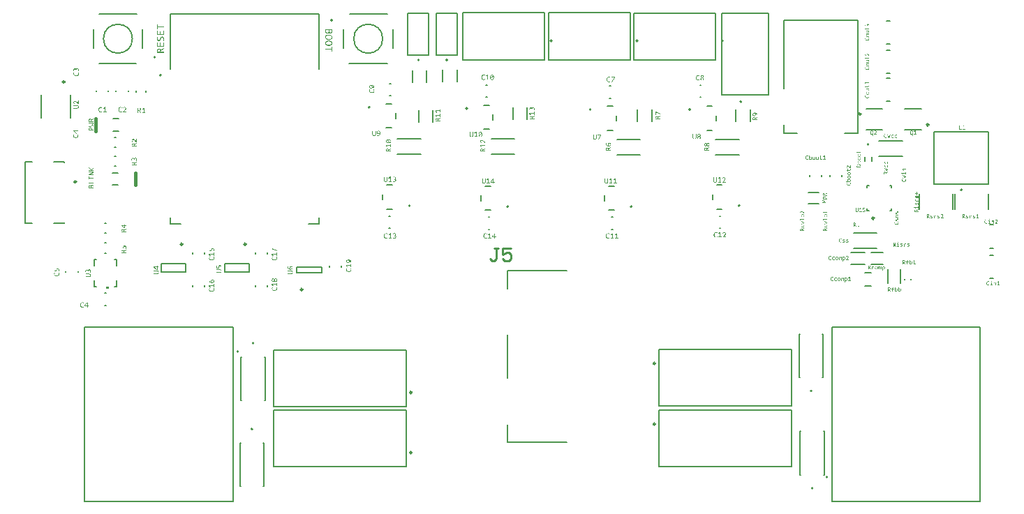
<source format=gto>
G04*
G04 #@! TF.GenerationSoftware,Altium Limited,Altium Designer,25.8.1 (18)*
G04*
G04 Layer_Color=65535*
%FSLAX25Y25*%
%MOIN*%
G70*
G04*
G04 #@! TF.SameCoordinates,5F6CD9CC-33C6-4A7B-A0D4-F81A13939800*
G04*
G04*
G04 #@! TF.FilePolarity,Positive*
G04*
G01*
G75*
%ADD10C,0.00787*%
%ADD11C,0.00984*%
%ADD12C,0.00500*%
%ADD13C,0.00600*%
%ADD14C,0.01575*%
%ADD15C,0.01000*%
G36*
X37939Y100382D02*
Y99382D01*
X36439D01*
Y100382D01*
X37939D01*
D02*
G37*
G36*
X399000Y137732D02*
X398203D01*
Y137191D01*
X398420D01*
X398456Y137187D01*
X398498Y137184D01*
X398541Y137181D01*
X398639Y137164D01*
X398646D01*
X398662Y137158D01*
X398689Y137151D01*
X398718Y137145D01*
X398757Y137132D01*
X398797Y137115D01*
X398836Y137099D01*
X398875Y137076D01*
X398879Y137073D01*
X398892Y137066D01*
X398912Y137050D01*
X398935Y137033D01*
X398961Y137007D01*
X398987Y136981D01*
X399013Y136945D01*
X399040Y136909D01*
X399043Y136905D01*
X399049Y136889D01*
X399059Y136866D01*
X399072Y136836D01*
X399085Y136797D01*
X399095Y136751D01*
X399102Y136702D01*
X399105Y136643D01*
Y136636D01*
Y136620D01*
X399102Y136590D01*
X399099Y136558D01*
X399089Y136515D01*
X399079Y136472D01*
X399062Y136426D01*
X399043Y136381D01*
X399040Y136374D01*
X399033Y136361D01*
X399017Y136338D01*
X398997Y136312D01*
X398974Y136279D01*
X398944Y136246D01*
X398908Y136210D01*
X398869Y136177D01*
X398866Y136174D01*
X398849Y136164D01*
X398826Y136148D01*
X398797Y136128D01*
X398757Y136108D01*
X398715Y136085D01*
X398666Y136066D01*
X398613Y136046D01*
X398607Y136043D01*
X398587Y136039D01*
X398557Y136033D01*
X398518Y136023D01*
X398472Y136013D01*
X398416Y136007D01*
X398357Y136003D01*
X398295Y136000D01*
X398239D01*
X398203Y136003D01*
X398183D01*
X398174Y136007D01*
X398141D01*
X398105Y136010D01*
X398088D01*
X398075Y136013D01*
X398042Y136016D01*
X398010Y136020D01*
X398003D01*
X397983Y136023D01*
X397957D01*
X397928Y136026D01*
Y136259D01*
X397931D01*
X397941Y136256D01*
X397957Y136253D01*
X397980Y136249D01*
X398006Y136243D01*
X398036Y136239D01*
X398072Y136233D01*
X398108Y136230D01*
X398128D01*
X398147Y136226D01*
X398206D01*
X398242Y136223D01*
X398361D01*
X398390Y136226D01*
X398420Y136230D01*
X398456Y136233D01*
X398528Y136249D01*
X398531D01*
X398544Y136256D01*
X398561Y136262D01*
X398584Y136272D01*
X398636Y136295D01*
X398689Y136331D01*
X398692Y136335D01*
X398698Y136341D01*
X398711Y136351D01*
X398728Y136367D01*
X398744Y136384D01*
X398761Y136407D01*
X398794Y136456D01*
X398797Y136459D01*
X398800Y136469D01*
X398807Y136485D01*
X398813Y136505D01*
X398820Y136531D01*
X398823Y136561D01*
X398830Y136590D01*
Y136627D01*
Y136630D01*
Y136633D01*
Y136643D01*
X398826Y136656D01*
X398823Y136686D01*
X398813Y136725D01*
X398797Y136767D01*
X398774Y136810D01*
X398741Y136849D01*
X398698Y136886D01*
X398692Y136889D01*
X398675Y136899D01*
X398646Y136912D01*
X398603Y136928D01*
X398551Y136945D01*
X398485Y136958D01*
X398410Y136968D01*
X398324Y136971D01*
X397960D01*
Y137955D01*
X399000D01*
Y137732D01*
D02*
G37*
G36*
X395842Y136695D02*
Y136692D01*
Y136689D01*
Y136669D01*
X395838Y136640D01*
X395835Y136600D01*
X395832Y136554D01*
X395822Y136508D01*
X395812Y136456D01*
X395796Y136407D01*
X395792Y136400D01*
X395786Y136387D01*
X395776Y136361D01*
X395763Y136331D01*
X395743Y136299D01*
X395720Y136259D01*
X395694Y136223D01*
X395661Y136187D01*
X395658Y136184D01*
X395645Y136174D01*
X395628Y136157D01*
X395602Y136138D01*
X395573Y136115D01*
X395536Y136092D01*
X395494Y136069D01*
X395448Y136049D01*
X395441Y136046D01*
X395425Y136043D01*
X395399Y136033D01*
X395366Y136026D01*
X395323Y136016D01*
X395274Y136007D01*
X395218Y136003D01*
X395159Y136000D01*
X395130D01*
X395097Y136003D01*
X395054Y136007D01*
X395005Y136010D01*
X394956Y136020D01*
X394903Y136030D01*
X394854Y136046D01*
X394848Y136049D01*
X394835Y136056D01*
X394812Y136066D01*
X394782Y136079D01*
X394749Y136098D01*
X394717Y136121D01*
X394684Y136148D01*
X394651Y136177D01*
X394648Y136180D01*
X394638Y136194D01*
X394625Y136213D01*
X394608Y136236D01*
X394589Y136269D01*
X394569Y136302D01*
X394552Y136344D01*
X394536Y136387D01*
Y136394D01*
X394530Y136410D01*
X394526Y136433D01*
X394520Y136466D01*
X394513Y136505D01*
X394507Y136551D01*
X394503Y136603D01*
X394500Y136656D01*
Y137955D01*
X394762D01*
Y136676D01*
Y136672D01*
Y136656D01*
Y136636D01*
X394766Y136610D01*
Y136577D01*
X394772Y136545D01*
X394782Y136479D01*
Y136476D01*
X394785Y136466D01*
X394792Y136449D01*
X394798Y136430D01*
X394821Y136384D01*
X394851Y136335D01*
X394854Y136331D01*
X394861Y136325D01*
X394871Y136315D01*
X394887Y136302D01*
X394903Y136289D01*
X394926Y136275D01*
X394979Y136249D01*
X394982D01*
X394992Y136246D01*
X395008Y136239D01*
X395031Y136236D01*
X395061Y136230D01*
X395094Y136223D01*
X395130Y136220D01*
X395189D01*
X395205Y136223D01*
X395241Y136226D01*
X395287Y136236D01*
X395336Y136249D01*
X395389Y136269D01*
X395435Y136299D01*
X395477Y136338D01*
X395481Y136344D01*
X395494Y136361D01*
X395510Y136387D01*
X395530Y136426D01*
X395546Y136476D01*
X395563Y136535D01*
X395576Y136600D01*
X395579Y136679D01*
Y137955D01*
X395842D01*
Y136695D01*
D02*
G37*
G36*
X397045Y136266D02*
X397475D01*
Y136026D01*
X396265D01*
Y136266D01*
X396760D01*
Y137673D01*
X396297Y137424D01*
X396206Y137643D01*
X396816Y137965D01*
X397045D01*
Y136266D01*
D02*
G37*
G36*
X394074Y130945D02*
X394113D01*
X394159Y130938D01*
X394209Y130932D01*
X394258Y130922D01*
X394304Y130909D01*
X394310D01*
X394323Y130902D01*
X394346Y130893D01*
X394373Y130883D01*
X394405Y130870D01*
X394438Y130850D01*
X394471Y130830D01*
X394500Y130807D01*
X394504Y130804D01*
X394514Y130794D01*
X394527Y130781D01*
X394543Y130761D01*
X394563Y130738D01*
X394582Y130712D01*
X394599Y130679D01*
X394615Y130647D01*
X394619Y130643D01*
X394622Y130630D01*
X394628Y130611D01*
X394635Y130584D01*
X394641Y130555D01*
X394648Y130519D01*
X394655Y130483D01*
Y130440D01*
Y130437D01*
Y130423D01*
Y130407D01*
X394651Y130384D01*
X394648Y130358D01*
X394641Y130328D01*
X394625Y130266D01*
Y130263D01*
X394622Y130253D01*
X394615Y130237D01*
X394605Y130220D01*
X394582Y130171D01*
X394546Y130122D01*
X394543Y130119D01*
X394536Y130112D01*
X394527Y130099D01*
X394510Y130082D01*
X394491Y130066D01*
X394468Y130046D01*
X394415Y130007D01*
X394412Y130004D01*
X394402Y130000D01*
X394386Y129991D01*
X394366Y129981D01*
X394340Y129971D01*
X394310Y129958D01*
X394274Y129948D01*
X394238Y129938D01*
X394241D01*
X394251Y129931D01*
X394268Y129925D01*
X394287Y129915D01*
X394307Y129902D01*
X394330Y129882D01*
X394353Y129863D01*
X394376Y129836D01*
X394379Y129833D01*
X394386Y129823D01*
X394399Y129810D01*
X394412Y129787D01*
X394431Y129761D01*
X394451Y129731D01*
X394471Y129692D01*
X394494Y129653D01*
X394802Y129020D01*
X394504D01*
X394215Y129636D01*
Y129640D01*
X394209Y129649D01*
X394202Y129659D01*
X394195Y129676D01*
X394172Y129715D01*
X394146Y129751D01*
Y129754D01*
X394140Y129761D01*
X394127Y129781D01*
X394104Y129804D01*
X394074Y129827D01*
X394071D01*
X394067Y129830D01*
X394048Y129843D01*
X394022Y129853D01*
X393989Y129866D01*
X393985D01*
X393982Y129869D01*
X393972D01*
X393959Y129873D01*
X393926Y129876D01*
X393884Y129879D01*
X393762D01*
Y129020D01*
X393500D01*
Y130948D01*
X394044D01*
X394074Y130945D01*
D02*
G37*
G36*
X395671Y130502D02*
X396340D01*
Y130286D01*
X395671D01*
Y129531D01*
Y129528D01*
Y129525D01*
Y129505D01*
X395675Y129479D01*
X395681Y129443D01*
X395691Y129403D01*
X395707Y129364D01*
X395727Y129328D01*
X395757Y129295D01*
X395760Y129292D01*
X395773Y129282D01*
X395793Y129269D01*
X395819Y129256D01*
X395855Y129243D01*
X395898Y129230D01*
X395947Y129220D01*
X396006Y129217D01*
X396052D01*
X396075Y129220D01*
X396104D01*
X396163Y129226D01*
X396167D01*
X396180Y129230D01*
X396196D01*
X396219Y129236D01*
X396245Y129239D01*
X396275Y129246D01*
X396340Y129262D01*
Y129039D01*
X396337D01*
X396324Y129036D01*
X396308Y129033D01*
X396285Y129030D01*
X396255Y129023D01*
X396226Y129020D01*
X396157Y129010D01*
X396140D01*
X396124Y129007D01*
X396098D01*
X396072Y129003D01*
X396039D01*
X395970Y129000D01*
X395944D01*
X395924Y129003D01*
X395901D01*
X395875Y129007D01*
X395812Y129016D01*
X395747Y129030D01*
X395678Y129052D01*
X395612Y129082D01*
X395580Y129102D01*
X395553Y129125D01*
X395547Y129131D01*
X395530Y129148D01*
X395511Y129177D01*
X395484Y129220D01*
X395458Y129276D01*
X395439Y129341D01*
X395422Y129420D01*
X395415Y129512D01*
Y130286D01*
X395002D01*
Y130502D01*
X395415D01*
Y130909D01*
X395671Y130978D01*
Y130502D01*
D02*
G37*
G36*
X409779Y160034D02*
X409786Y160020D01*
X409793Y160001D01*
X409802Y159974D01*
X409809Y159942D01*
X409819Y159906D01*
X409835Y159830D01*
Y159827D01*
X409838Y159810D01*
X409842Y159791D01*
X409845Y159765D01*
X409848Y159732D01*
X409852Y159692D01*
X409855Y159610D01*
Y159578D01*
X409852Y159551D01*
X409848Y159522D01*
X409845Y159489D01*
X409838Y159453D01*
X409832Y159410D01*
X409809Y159325D01*
X409793Y159279D01*
X409773Y159233D01*
X409753Y159190D01*
X409727Y159148D01*
X409697Y159105D01*
X409665Y159069D01*
X409661Y159066D01*
X409655Y159063D01*
X409645Y159053D01*
X409628Y159040D01*
X409609Y159027D01*
X409586Y159010D01*
X409556Y158994D01*
X409523Y158977D01*
X409487Y158958D01*
X409445Y158941D01*
X409399Y158925D01*
X409350Y158912D01*
X409297Y158899D01*
X409238Y158889D01*
X409176Y158886D01*
X409110Y158882D01*
X409107D01*
X409104D01*
X409094D01*
X409081D01*
X409048Y158886D01*
X409005Y158889D01*
X408956Y158895D01*
X408900Y158905D01*
X408845Y158918D01*
X408792Y158935D01*
X408789D01*
X408786Y158938D01*
X408769Y158944D01*
X408740Y158958D01*
X408707Y158974D01*
X408668Y158997D01*
X408628Y159023D01*
X408586Y159053D01*
X408546Y159089D01*
X408543Y159092D01*
X408530Y159105D01*
X408510Y159128D01*
X408487Y159154D01*
X408464Y159190D01*
X408438Y159230D01*
X408412Y159276D01*
X408389Y159325D01*
X408385Y159332D01*
X408379Y159348D01*
X408372Y159378D01*
X408359Y159414D01*
X408349Y159459D01*
X408343Y159512D01*
X408336Y159568D01*
X408333Y159627D01*
Y159669D01*
X408336Y159696D01*
Y159732D01*
X408340Y159768D01*
X408349Y159843D01*
Y159846D01*
X408353Y159860D01*
X408356Y159879D01*
X408362Y159906D01*
X408369Y159935D01*
X408379Y159968D01*
X408402Y160037D01*
X408648D01*
X408644Y160034D01*
X408641Y160020D01*
X408631Y160001D01*
X408622Y159974D01*
X408608Y159945D01*
X408595Y159912D01*
X408576Y159840D01*
Y159837D01*
X408572Y159824D01*
X408569Y159804D01*
X408563Y159778D01*
X408559Y159745D01*
X408556Y159712D01*
X408553Y159633D01*
Y159617D01*
X408556Y159597D01*
Y159574D01*
X408563Y159545D01*
X408569Y159512D01*
X408579Y159479D01*
X408592Y159446D01*
Y159443D01*
X408599Y159433D01*
X408608Y159414D01*
X408618Y159394D01*
X408635Y159371D01*
X408654Y159345D01*
X408674Y159318D01*
X408700Y159292D01*
X408704Y159289D01*
X408713Y159282D01*
X408727Y159269D01*
X408746Y159256D01*
X408772Y159236D01*
X408802Y159220D01*
X408835Y159204D01*
X408871Y159187D01*
X408874D01*
X408887Y159181D01*
X408910Y159177D01*
X408936Y159171D01*
X408973Y159164D01*
X409012Y159158D01*
X409055Y159154D01*
X409104Y159151D01*
X409107D01*
X409117D01*
X409130D01*
X409146Y159154D01*
X409169D01*
X409196Y159158D01*
X409255Y159168D01*
X409317Y159184D01*
X409386Y159204D01*
X409448Y159236D01*
X409504Y159279D01*
X409510Y159286D01*
X409523Y159302D01*
X409547Y159332D01*
X409570Y159374D01*
X409592Y159427D01*
X409615Y159489D01*
X409628Y159561D01*
X409635Y159643D01*
Y159683D01*
X409632Y159709D01*
X409628Y159738D01*
X409625Y159774D01*
X409612Y159846D01*
Y159850D01*
X409609Y159863D01*
X409602Y159883D01*
X409596Y159909D01*
X409586Y159935D01*
X409573Y159968D01*
X409540Y160037D01*
X409779D01*
Y160034D01*
D02*
G37*
G36*
Y158370D02*
X409786Y158357D01*
X409793Y158338D01*
X409802Y158311D01*
X409809Y158279D01*
X409819Y158243D01*
X409835Y158167D01*
Y158164D01*
X409838Y158148D01*
X409842Y158128D01*
X409845Y158102D01*
X409848Y158069D01*
X409852Y158029D01*
X409855Y157947D01*
Y157915D01*
X409852Y157888D01*
X409848Y157859D01*
X409845Y157826D01*
X409838Y157790D01*
X409832Y157747D01*
X409809Y157662D01*
X409793Y157616D01*
X409773Y157570D01*
X409753Y157528D01*
X409727Y157485D01*
X409697Y157442D01*
X409665Y157406D01*
X409661Y157403D01*
X409655Y157400D01*
X409645Y157390D01*
X409628Y157377D01*
X409609Y157364D01*
X409586Y157347D01*
X409556Y157331D01*
X409523Y157314D01*
X409487Y157295D01*
X409445Y157278D01*
X409399Y157262D01*
X409350Y157249D01*
X409297Y157236D01*
X409238Y157226D01*
X409176Y157222D01*
X409110Y157219D01*
X409107D01*
X409104D01*
X409094D01*
X409081D01*
X409048Y157222D01*
X409005Y157226D01*
X408956Y157232D01*
X408900Y157242D01*
X408845Y157255D01*
X408792Y157272D01*
X408789D01*
X408786Y157275D01*
X408769Y157282D01*
X408740Y157295D01*
X408707Y157311D01*
X408668Y157334D01*
X408628Y157360D01*
X408586Y157390D01*
X408546Y157426D01*
X408543Y157429D01*
X408530Y157442D01*
X408510Y157465D01*
X408487Y157492D01*
X408464Y157528D01*
X408438Y157567D01*
X408412Y157613D01*
X408389Y157662D01*
X408385Y157669D01*
X408379Y157685D01*
X408372Y157714D01*
X408359Y157751D01*
X408349Y157797D01*
X408343Y157849D01*
X408336Y157905D01*
X408333Y157964D01*
Y158006D01*
X408336Y158033D01*
Y158069D01*
X408340Y158105D01*
X408349Y158180D01*
Y158184D01*
X408353Y158197D01*
X408356Y158216D01*
X408362Y158243D01*
X408369Y158272D01*
X408379Y158305D01*
X408402Y158374D01*
X408648D01*
X408644Y158370D01*
X408641Y158357D01*
X408631Y158338D01*
X408622Y158311D01*
X408608Y158282D01*
X408595Y158249D01*
X408576Y158177D01*
Y158174D01*
X408572Y158161D01*
X408569Y158141D01*
X408563Y158115D01*
X408559Y158082D01*
X408556Y158049D01*
X408553Y157970D01*
Y157954D01*
X408556Y157934D01*
Y157911D01*
X408563Y157882D01*
X408569Y157849D01*
X408579Y157816D01*
X408592Y157783D01*
Y157780D01*
X408599Y157770D01*
X408608Y157751D01*
X408618Y157731D01*
X408635Y157708D01*
X408654Y157682D01*
X408674Y157656D01*
X408700Y157629D01*
X408704Y157626D01*
X408713Y157619D01*
X408727Y157606D01*
X408746Y157593D01*
X408772Y157573D01*
X408802Y157557D01*
X408835Y157541D01*
X408871Y157524D01*
X408874D01*
X408887Y157518D01*
X408910Y157514D01*
X408936Y157508D01*
X408973Y157501D01*
X409012Y157495D01*
X409055Y157492D01*
X409104Y157488D01*
X409107D01*
X409117D01*
X409130D01*
X409146Y157492D01*
X409169D01*
X409196Y157495D01*
X409255Y157505D01*
X409317Y157521D01*
X409386Y157541D01*
X409448Y157573D01*
X409504Y157616D01*
X409510Y157623D01*
X409523Y157639D01*
X409547Y157669D01*
X409570Y157711D01*
X409592Y157764D01*
X409615Y157826D01*
X409628Y157898D01*
X409635Y157980D01*
Y158020D01*
X409632Y158046D01*
X409628Y158075D01*
X409625Y158111D01*
X409612Y158184D01*
Y158187D01*
X409609Y158200D01*
X409602Y158220D01*
X409596Y158246D01*
X409586Y158272D01*
X409573Y158305D01*
X409540Y158374D01*
X409779D01*
Y158370D01*
D02*
G37*
G36*
X409835Y156294D02*
Y155999D01*
X408353Y155419D01*
Y155710D01*
X409337Y156075D01*
X409576Y156153D01*
X409330Y156235D01*
X408353Y156596D01*
Y156878D01*
X409835Y156294D01*
D02*
G37*
G36*
Y154917D02*
X409219Y154628D01*
X409215D01*
X409205Y154622D01*
X409196Y154615D01*
X409179Y154608D01*
X409140Y154585D01*
X409104Y154559D01*
X409100D01*
X409094Y154553D01*
X409074Y154540D01*
X409051Y154516D01*
X409028Y154487D01*
Y154484D01*
X409025Y154480D01*
X409012Y154461D01*
X409002Y154435D01*
X408989Y154402D01*
Y154398D01*
X408986Y154395D01*
Y154385D01*
X408982Y154372D01*
X408979Y154339D01*
X408976Y154297D01*
Y154175D01*
X409835D01*
Y153913D01*
X407906D01*
Y154457D01*
X407910Y154487D01*
Y154526D01*
X407916Y154572D01*
X407923Y154622D01*
X407933Y154671D01*
X407946Y154717D01*
Y154723D01*
X407952Y154736D01*
X407962Y154759D01*
X407972Y154786D01*
X407985Y154818D01*
X408005Y154851D01*
X408025Y154884D01*
X408048Y154913D01*
X408051Y154917D01*
X408061Y154927D01*
X408074Y154940D01*
X408094Y154956D01*
X408116Y154976D01*
X408143Y154995D01*
X408176Y155012D01*
X408208Y155028D01*
X408212Y155032D01*
X408225Y155035D01*
X408244Y155041D01*
X408271Y155048D01*
X408300Y155054D01*
X408336Y155061D01*
X408372Y155068D01*
X408415D01*
X408418D01*
X408431D01*
X408448D01*
X408471Y155064D01*
X408497Y155061D01*
X408526Y155054D01*
X408589Y155038D01*
X408592D01*
X408602Y155035D01*
X408618Y155028D01*
X408635Y155018D01*
X408684Y154995D01*
X408733Y154959D01*
X408736Y154956D01*
X408743Y154949D01*
X408756Y154940D01*
X408772Y154923D01*
X408789Y154904D01*
X408809Y154881D01*
X408848Y154828D01*
X408851Y154825D01*
X408854Y154815D01*
X408864Y154799D01*
X408874Y154779D01*
X408884Y154753D01*
X408897Y154723D01*
X408907Y154687D01*
X408917Y154651D01*
Y154654D01*
X408923Y154664D01*
X408930Y154681D01*
X408940Y154700D01*
X408953Y154720D01*
X408973Y154743D01*
X408992Y154766D01*
X409018Y154789D01*
X409022Y154792D01*
X409032Y154799D01*
X409045Y154812D01*
X409068Y154825D01*
X409094Y154844D01*
X409123Y154864D01*
X409163Y154884D01*
X409202Y154907D01*
X409835Y155215D01*
Y154917D01*
D02*
G37*
G36*
X396954Y165418D02*
X396957Y165405D01*
X396961Y165388D01*
X396964Y165365D01*
X396971Y165336D01*
X396974Y165306D01*
X396984Y165237D01*
Y165221D01*
X396987Y165205D01*
Y165179D01*
X396990Y165152D01*
Y165119D01*
X396993Y165050D01*
Y165024D01*
X396990Y165005D01*
Y164982D01*
X396987Y164955D01*
X396977Y164893D01*
X396964Y164828D01*
X396941Y164759D01*
X396911Y164693D01*
X396892Y164660D01*
X396869Y164634D01*
X396862Y164627D01*
X396846Y164611D01*
X396816Y164591D01*
X396774Y164565D01*
X396718Y164539D01*
X396652Y164519D01*
X396574Y164503D01*
X396482Y164496D01*
X395708D01*
Y164083D01*
X395491D01*
Y164496D01*
X395085D01*
X395016Y164752D01*
X395491D01*
Y165421D01*
X395708D01*
Y164752D01*
X396462D01*
X396465D01*
X396469D01*
X396488D01*
X396515Y164755D01*
X396551Y164762D01*
X396590Y164772D01*
X396629Y164788D01*
X396665Y164808D01*
X396698Y164837D01*
X396702Y164841D01*
X396711Y164854D01*
X396725Y164873D01*
X396738Y164900D01*
X396751Y164936D01*
X396764Y164978D01*
X396774Y165028D01*
X396777Y165087D01*
Y165132D01*
X396774Y165155D01*
Y165185D01*
X396767Y165244D01*
Y165247D01*
X396764Y165261D01*
Y165277D01*
X396757Y165300D01*
X396754Y165326D01*
X396747Y165356D01*
X396731Y165421D01*
X396954D01*
Y165418D01*
D02*
G37*
G36*
X396285Y163850D02*
X396328Y163847D01*
X396377Y163840D01*
X396429Y163834D01*
X396485Y163821D01*
X396541Y163804D01*
X396547Y163801D01*
X396564Y163794D01*
X396590Y163785D01*
X396623Y163768D01*
X396662Y163748D01*
X396705Y163725D01*
X396747Y163696D01*
X396787Y163663D01*
X396790Y163660D01*
X396803Y163647D01*
X396823Y163627D01*
X396846Y163601D01*
X396869Y163568D01*
X396895Y163532D01*
X396921Y163486D01*
X396944Y163440D01*
X396948Y163434D01*
X396954Y163417D01*
X396961Y163391D01*
X396971Y163355D01*
X396984Y163309D01*
X396990Y163260D01*
X396997Y163204D01*
X397000Y163142D01*
Y163115D01*
X396997Y163083D01*
X396993Y163047D01*
X396987Y163001D01*
X396980Y162951D01*
X396967Y162902D01*
X396951Y162853D01*
X396948Y162846D01*
X396941Y162833D01*
X396931Y162810D01*
X396915Y162781D01*
X396895Y162745D01*
X396869Y162712D01*
X396839Y162676D01*
X396807Y162640D01*
X396803Y162636D01*
X396790Y162627D01*
X396770Y162610D01*
X396741Y162591D01*
X396708Y162571D01*
X396665Y162548D01*
X396620Y162528D01*
X396570Y162508D01*
X396567D01*
X396564Y162505D01*
X396544Y162502D01*
X396515Y162495D01*
X396475Y162486D01*
X396426Y162476D01*
X396370Y162469D01*
X396308Y162466D01*
X396242Y162463D01*
X396239D01*
X396236D01*
X396226D01*
X396213D01*
X396180Y162466D01*
X396141Y162469D01*
X396091Y162472D01*
X396039Y162482D01*
X395983Y162492D01*
X395931Y162508D01*
X395927D01*
X395924Y162512D01*
X395908Y162518D01*
X395878Y162528D01*
X395845Y162545D01*
X395806Y162564D01*
X395767Y162591D01*
X395724Y162617D01*
X395685Y162650D01*
X395681Y162653D01*
X395668Y162666D01*
X395649Y162686D01*
X395626Y162712D01*
X395599Y162745D01*
X395573Y162784D01*
X395547Y162827D01*
X395524Y162873D01*
X395521Y162879D01*
X395514Y162896D01*
X395504Y162922D01*
X395495Y162958D01*
X395485Y163004D01*
X395475Y163053D01*
X395468Y163109D01*
X395465Y163171D01*
Y163197D01*
X395468Y163230D01*
X395472Y163266D01*
X395478Y163312D01*
X395488Y163358D01*
X395501Y163407D01*
X395517Y163456D01*
X395521Y163463D01*
X395527Y163479D01*
X395537Y163502D01*
X395553Y163532D01*
X395573Y163565D01*
X395599Y163601D01*
X395629Y163637D01*
X395662Y163670D01*
X395665Y163673D01*
X395678Y163683D01*
X395698Y163699D01*
X395727Y163719D01*
X395760Y163742D01*
X395803Y163765D01*
X395849Y163785D01*
X395898Y163804D01*
X395904Y163807D01*
X395924Y163811D01*
X395954Y163821D01*
X395990Y163830D01*
X396039Y163837D01*
X396095Y163847D01*
X396157Y163850D01*
X396223Y163853D01*
X396226D01*
X396229D01*
X396239D01*
X396252D01*
X396285Y163850D01*
D02*
G37*
G36*
Y162187D02*
X396328Y162184D01*
X396377Y162177D01*
X396429Y162171D01*
X396485Y162158D01*
X396541Y162141D01*
X396547Y162138D01*
X396564Y162131D01*
X396590Y162121D01*
X396623Y162105D01*
X396662Y162085D01*
X396705Y162063D01*
X396747Y162033D01*
X396787Y162000D01*
X396790Y161997D01*
X396803Y161984D01*
X396823Y161964D01*
X396846Y161938D01*
X396869Y161905D01*
X396895Y161869D01*
X396921Y161823D01*
X396944Y161777D01*
X396948Y161771D01*
X396954Y161754D01*
X396961Y161728D01*
X396971Y161692D01*
X396984Y161646D01*
X396990Y161597D01*
X396997Y161541D01*
X397000Y161479D01*
Y161452D01*
X396997Y161420D01*
X396993Y161383D01*
X396987Y161338D01*
X396980Y161288D01*
X396967Y161239D01*
X396951Y161190D01*
X396948Y161183D01*
X396941Y161170D01*
X396931Y161147D01*
X396915Y161118D01*
X396895Y161082D01*
X396869Y161049D01*
X396839Y161013D01*
X396807Y160977D01*
X396803Y160974D01*
X396790Y160964D01*
X396770Y160947D01*
X396741Y160928D01*
X396708Y160908D01*
X396665Y160885D01*
X396620Y160865D01*
X396570Y160846D01*
X396567D01*
X396564Y160842D01*
X396544Y160839D01*
X396515Y160833D01*
X396475Y160823D01*
X396426Y160813D01*
X396370Y160806D01*
X396308Y160803D01*
X396242Y160800D01*
X396239D01*
X396236D01*
X396226D01*
X396213D01*
X396180Y160803D01*
X396141Y160806D01*
X396091Y160810D01*
X396039Y160819D01*
X395983Y160829D01*
X395931Y160846D01*
X395927D01*
X395924Y160849D01*
X395908Y160855D01*
X395878Y160865D01*
X395845Y160882D01*
X395806Y160901D01*
X395767Y160928D01*
X395724Y160954D01*
X395685Y160987D01*
X395681Y160990D01*
X395668Y161003D01*
X395649Y161023D01*
X395626Y161049D01*
X395599Y161082D01*
X395573Y161121D01*
X395547Y161164D01*
X395524Y161210D01*
X395521Y161216D01*
X395514Y161233D01*
X395504Y161259D01*
X395495Y161295D01*
X395485Y161341D01*
X395475Y161390D01*
X395468Y161446D01*
X395465Y161508D01*
Y161534D01*
X395468Y161567D01*
X395472Y161603D01*
X395478Y161649D01*
X395488Y161695D01*
X395501Y161744D01*
X395517Y161793D01*
X395521Y161800D01*
X395527Y161817D01*
X395537Y161839D01*
X395553Y161869D01*
X395573Y161902D01*
X395599Y161938D01*
X395629Y161974D01*
X395662Y162007D01*
X395665Y162010D01*
X395678Y162020D01*
X395698Y162036D01*
X395727Y162056D01*
X395760Y162079D01*
X395803Y162102D01*
X395849Y162121D01*
X395898Y162141D01*
X395904Y162144D01*
X395924Y162148D01*
X395954Y162158D01*
X395990Y162167D01*
X396039Y162174D01*
X396095Y162184D01*
X396157Y162187D01*
X396223Y162190D01*
X396226D01*
X396229D01*
X396239D01*
X396252D01*
X396285Y162187D01*
D02*
G37*
G36*
X396272Y160501D02*
X396318Y160498D01*
X396367Y160491D01*
X396423Y160482D01*
X396482Y160468D01*
X396537Y160452D01*
X396544Y160449D01*
X396561Y160442D01*
X396590Y160429D01*
X396623Y160413D01*
X396662Y160393D01*
X396702Y160367D01*
X396744Y160337D01*
X396783Y160304D01*
X396787Y160301D01*
X396800Y160288D01*
X396820Y160268D01*
X396839Y160242D01*
X396866Y160209D01*
X396892Y160170D01*
X396915Y160127D01*
X396938Y160078D01*
X396941Y160072D01*
X396944Y160055D01*
X396954Y160026D01*
X396964Y159990D01*
X396974Y159947D01*
X396980Y159894D01*
X396987Y159839D01*
X396990Y159776D01*
Y159727D01*
X396987Y159694D01*
X396984Y159652D01*
X396980Y159609D01*
X396974Y159560D01*
X396967Y159507D01*
Y159501D01*
X396961Y159484D01*
X396957Y159458D01*
X396948Y159422D01*
X396938Y159383D01*
X396921Y159337D01*
X396888Y159238D01*
X394888D01*
Y159494D01*
X395465D01*
X395734Y159481D01*
X395731Y159488D01*
X395714Y159501D01*
X395688Y159524D01*
X395655Y159553D01*
X395622Y159589D01*
X395586Y159629D01*
X395553Y159671D01*
X395527Y159717D01*
X395524Y159724D01*
X395517Y159740D01*
X395508Y159766D01*
X395495Y159799D01*
X395485Y159839D01*
X395475Y159888D01*
X395468Y159937D01*
X395465Y159990D01*
Y160012D01*
X395468Y160035D01*
X395472Y160065D01*
X395478Y160101D01*
X395488Y160137D01*
X395501Y160177D01*
X395521Y160213D01*
X395524Y160216D01*
X395531Y160229D01*
X395544Y160245D01*
X395560Y160268D01*
X395580Y160295D01*
X395606Y160321D01*
X395636Y160347D01*
X395672Y160373D01*
X395675Y160377D01*
X395688Y160383D01*
X395708Y160396D01*
X395737Y160409D01*
X395770Y160426D01*
X395809Y160442D01*
X395855Y160459D01*
X395904Y160472D01*
X395911D01*
X395927Y160478D01*
X395957Y160482D01*
X395993Y160488D01*
X396036Y160495D01*
X396088Y160498D01*
X396144Y160504D01*
X396206D01*
X396210D01*
X396213D01*
X396223D01*
X396236D01*
X396272Y160501D01*
D02*
G37*
G36*
X396075Y158891D02*
X396114Y158887D01*
X396160Y158884D01*
X396255Y158871D01*
X396262D01*
X396278Y158868D01*
X396301Y158861D01*
X396334Y158855D01*
X396370Y158845D01*
X396410Y158832D01*
X396492Y158802D01*
X396495Y158799D01*
X396511Y158792D01*
X396531Y158782D01*
X396557Y158769D01*
X396587Y158753D01*
X396623Y158733D01*
X396692Y158681D01*
X396695Y158677D01*
X396705Y158668D01*
X396725Y158651D01*
X396744Y158628D01*
X396767Y158602D01*
X396793Y158569D01*
X396820Y158533D01*
X396843Y158494D01*
X396846Y158491D01*
X396852Y158474D01*
X396866Y158451D01*
X396879Y158422D01*
X396895Y158386D01*
X396911Y158343D01*
X396928Y158294D01*
X396941Y158241D01*
Y158235D01*
X396948Y158215D01*
X396951Y158186D01*
X396957Y158146D01*
X396964Y158097D01*
X396967Y158041D01*
X396974Y157979D01*
Y157500D01*
X395045D01*
Y158038D01*
X395048Y158071D01*
X395052Y158107D01*
X395058Y158149D01*
X395065Y158199D01*
X395075Y158251D01*
X395088Y158304D01*
X395101Y158359D01*
X395121Y158415D01*
X395144Y158471D01*
X395170Y158527D01*
X395203Y158579D01*
X395235Y158628D01*
X395278Y158671D01*
X395281Y158674D01*
X395288Y158681D01*
X395301Y158691D01*
X395321Y158707D01*
X395347Y158723D01*
X395376Y158743D01*
X395412Y158763D01*
X395455Y158782D01*
X395501Y158802D01*
X395553Y158825D01*
X395613Y158842D01*
X395675Y158858D01*
X395747Y158874D01*
X395823Y158884D01*
X395901Y158891D01*
X395990Y158894D01*
X395996D01*
X396013D01*
X396039D01*
X396075Y158891D01*
D02*
G37*
G36*
X408945Y173475D02*
X408984Y173471D01*
X409023Y173468D01*
X409112Y173455D01*
X409119D01*
X409132Y173452D01*
X409155Y173445D01*
X409184Y173439D01*
X409217Y173429D01*
X409253Y173416D01*
X409335Y173386D01*
Y173127D01*
X409332Y173130D01*
X409315Y173137D01*
X409296Y173147D01*
X409266Y173160D01*
X409233Y173173D01*
X409197Y173186D01*
X409115Y173212D01*
X409109D01*
X409095Y173219D01*
X409073Y173222D01*
X409043Y173229D01*
X409007Y173235D01*
X408964Y173238D01*
X408918Y173245D01*
X408846D01*
X408820Y173242D01*
X408787Y173238D01*
X408751Y173232D01*
X408708Y173222D01*
X408666Y173209D01*
X408623Y173193D01*
X408620Y173189D01*
X408607Y173183D01*
X408584Y173170D01*
X408561Y173153D01*
X408531Y173133D01*
X408499Y173107D01*
X408466Y173078D01*
X408436Y173042D01*
X408433Y173038D01*
X408423Y173025D01*
X408410Y173005D01*
X408394Y172976D01*
X408374Y172943D01*
X408354Y172901D01*
X408335Y172855D01*
X408318Y172805D01*
Y172799D01*
X408312Y172783D01*
X408305Y172753D01*
X408298Y172714D01*
X408292Y172668D01*
X408285Y172615D01*
X408282Y172556D01*
X408279Y172491D01*
Y172487D01*
Y172474D01*
Y172455D01*
X408282Y172428D01*
Y172399D01*
X408285Y172363D01*
X408292Y172323D01*
X408298Y172281D01*
X408315Y172189D01*
X408341Y172094D01*
X408381Y172005D01*
X408403Y171966D01*
X408430Y171926D01*
X408433Y171923D01*
X408436Y171920D01*
X408446Y171910D01*
X408459Y171897D01*
X408472Y171884D01*
X408492Y171867D01*
X408515Y171848D01*
X408541Y171831D01*
X408571Y171815D01*
X408603Y171795D01*
X408643Y171779D01*
X408682Y171766D01*
X408725Y171753D01*
X408771Y171746D01*
X408823Y171739D01*
X408876Y171736D01*
X408922D01*
X408951Y171739D01*
X408987Y171743D01*
X409027Y171746D01*
X409112Y171762D01*
X409119D01*
X409132Y171769D01*
X409155Y171775D01*
X409184Y171785D01*
X409217Y171795D01*
X409253Y171808D01*
X409335Y171844D01*
Y171595D01*
X409332D01*
X409325Y171592D01*
X409312Y171585D01*
X409296Y171582D01*
X409273Y171572D01*
X409246Y171566D01*
X409220Y171556D01*
X409187Y171549D01*
X409112Y171529D01*
X409030Y171516D01*
X408941Y171503D01*
X408846Y171500D01*
X408830D01*
X408807Y171503D01*
X408777D01*
X408745Y171507D01*
X408705Y171513D01*
X408663Y171520D01*
X408613Y171529D01*
X408564Y171543D01*
X408512Y171559D01*
X408459Y171579D01*
X408407Y171602D01*
X408357Y171631D01*
X408308Y171664D01*
X408259Y171700D01*
X408216Y171743D01*
X408213Y171746D01*
X408207Y171756D01*
X408197Y171769D01*
X408184Y171789D01*
X408167Y171815D01*
X408148Y171844D01*
X408128Y171884D01*
X408108Y171926D01*
X408089Y171972D01*
X408069Y172028D01*
X408049Y172087D01*
X408033Y172149D01*
X408020Y172222D01*
X408010Y172297D01*
X408003Y172379D01*
X408000Y172464D01*
Y172468D01*
Y172474D01*
Y172487D01*
Y172504D01*
X408003Y172523D01*
Y172550D01*
X408007Y172605D01*
X408013Y172668D01*
X408026Y172740D01*
X408039Y172812D01*
X408059Y172884D01*
Y172887D01*
X408062Y172894D01*
X408066Y172904D01*
X408069Y172917D01*
X408085Y172950D01*
X408102Y172996D01*
X408128Y173045D01*
X408157Y173097D01*
X408190Y173153D01*
X408230Y173202D01*
X408236Y173209D01*
X408249Y173225D01*
X408276Y173248D01*
X408308Y173278D01*
X408348Y173311D01*
X408394Y173343D01*
X408446Y173376D01*
X408502Y173406D01*
X408505D01*
X408508Y173409D01*
X408518Y173412D01*
X408531Y173416D01*
X408564Y173429D01*
X408607Y173442D01*
X408659Y173455D01*
X408722Y173468D01*
X408790Y173475D01*
X408863Y173478D01*
X408912D01*
X408945Y173475D01*
D02*
G37*
G36*
X413901Y173022D02*
X413937D01*
X413973Y173019D01*
X414048Y173009D01*
X414052D01*
X414065Y173005D01*
X414084Y173002D01*
X414111Y172996D01*
X414140Y172989D01*
X414173Y172979D01*
X414242Y172956D01*
Y172710D01*
X414239Y172714D01*
X414225Y172717D01*
X414206Y172727D01*
X414180Y172737D01*
X414150Y172750D01*
X414117Y172763D01*
X414045Y172783D01*
X414042D01*
X414029Y172786D01*
X414009Y172789D01*
X413983Y172796D01*
X413950Y172799D01*
X413917Y172802D01*
X413838Y172805D01*
X413822D01*
X413802Y172802D01*
X413779D01*
X413750Y172796D01*
X413717Y172789D01*
X413684Y172779D01*
X413651Y172766D01*
X413648D01*
X413638Y172759D01*
X413619Y172750D01*
X413599Y172740D01*
X413576Y172723D01*
X413550Y172704D01*
X413523Y172684D01*
X413497Y172658D01*
X413494Y172655D01*
X413487Y172645D01*
X413474Y172632D01*
X413461Y172612D01*
X413442Y172586D01*
X413425Y172556D01*
X413409Y172523D01*
X413392Y172487D01*
Y172484D01*
X413386Y172471D01*
X413382Y172448D01*
X413376Y172422D01*
X413369Y172386D01*
X413363Y172346D01*
X413359Y172304D01*
X413356Y172254D01*
Y172251D01*
Y172241D01*
Y172228D01*
X413359Y172212D01*
Y172189D01*
X413363Y172163D01*
X413373Y172104D01*
X413389Y172041D01*
X413409Y171972D01*
X413442Y171910D01*
X413484Y171854D01*
X413491Y171848D01*
X413507Y171835D01*
X413537Y171812D01*
X413579Y171789D01*
X413632Y171766D01*
X413694Y171743D01*
X413766Y171730D01*
X413848Y171723D01*
X413888D01*
X413914Y171726D01*
X413943Y171730D01*
X413979Y171733D01*
X414052Y171746D01*
X414055D01*
X414068Y171749D01*
X414088Y171756D01*
X414114Y171762D01*
X414140Y171772D01*
X414173Y171785D01*
X414242Y171818D01*
Y171579D01*
X414239D01*
X414225Y171572D01*
X414206Y171566D01*
X414180Y171556D01*
X414147Y171549D01*
X414111Y171539D01*
X414035Y171523D01*
X414032D01*
X414015Y171520D01*
X413996Y171516D01*
X413970Y171513D01*
X413937Y171510D01*
X413897Y171507D01*
X413815Y171503D01*
X413783D01*
X413756Y171507D01*
X413727Y171510D01*
X413694Y171513D01*
X413658Y171520D01*
X413615Y171526D01*
X413530Y171549D01*
X413484Y171566D01*
X413438Y171585D01*
X413396Y171605D01*
X413353Y171631D01*
X413310Y171661D01*
X413274Y171694D01*
X413271Y171697D01*
X413268Y171703D01*
X413258Y171713D01*
X413245Y171730D01*
X413232Y171749D01*
X413215Y171772D01*
X413199Y171802D01*
X413182Y171835D01*
X413163Y171871D01*
X413146Y171913D01*
X413130Y171959D01*
X413117Y172008D01*
X413104Y172061D01*
X413094Y172120D01*
X413091Y172182D01*
X413087Y172248D01*
Y172251D01*
Y172254D01*
Y172264D01*
Y172277D01*
X413091Y172310D01*
X413094Y172353D01*
X413100Y172402D01*
X413110Y172458D01*
X413123Y172513D01*
X413140Y172566D01*
Y172569D01*
X413143Y172573D01*
X413150Y172589D01*
X413163Y172618D01*
X413179Y172651D01*
X413202Y172691D01*
X413228Y172730D01*
X413258Y172773D01*
X413294Y172812D01*
X413297Y172815D01*
X413310Y172828D01*
X413333Y172848D01*
X413359Y172871D01*
X413396Y172894D01*
X413435Y172920D01*
X413481Y172947D01*
X413530Y172969D01*
X413537Y172973D01*
X413553Y172979D01*
X413583Y172986D01*
X413619Y172999D01*
X413665Y173009D01*
X413717Y173015D01*
X413773Y173022D01*
X413832Y173025D01*
X413874D01*
X413901Y173022D01*
D02*
G37*
G36*
X412238D02*
X412274D01*
X412310Y173019D01*
X412385Y173009D01*
X412389D01*
X412402Y173005D01*
X412421Y173002D01*
X412448Y172996D01*
X412477Y172989D01*
X412510Y172979D01*
X412579Y172956D01*
Y172710D01*
X412576Y172714D01*
X412563Y172717D01*
X412543Y172727D01*
X412517Y172737D01*
X412487Y172750D01*
X412454Y172763D01*
X412382Y172783D01*
X412379D01*
X412366Y172786D01*
X412346Y172789D01*
X412320Y172796D01*
X412287Y172799D01*
X412254Y172802D01*
X412175Y172805D01*
X412159D01*
X412139Y172802D01*
X412116D01*
X412087Y172796D01*
X412054Y172789D01*
X412021Y172779D01*
X411988Y172766D01*
X411985D01*
X411975Y172759D01*
X411956Y172750D01*
X411936Y172740D01*
X411913Y172723D01*
X411887Y172704D01*
X411861Y172684D01*
X411834Y172658D01*
X411831Y172655D01*
X411825Y172645D01*
X411811Y172632D01*
X411798Y172612D01*
X411779Y172586D01*
X411762Y172556D01*
X411746Y172523D01*
X411729Y172487D01*
Y172484D01*
X411723Y172471D01*
X411720Y172448D01*
X411713Y172422D01*
X411706Y172386D01*
X411700Y172346D01*
X411697Y172304D01*
X411693Y172254D01*
Y172251D01*
Y172241D01*
Y172228D01*
X411697Y172212D01*
Y172189D01*
X411700Y172163D01*
X411710Y172104D01*
X411726Y172041D01*
X411746Y171972D01*
X411779Y171910D01*
X411821Y171854D01*
X411828Y171848D01*
X411844Y171835D01*
X411874Y171812D01*
X411916Y171789D01*
X411969Y171766D01*
X412031Y171743D01*
X412103Y171730D01*
X412185Y171723D01*
X412225D01*
X412251Y171726D01*
X412280Y171730D01*
X412317Y171733D01*
X412389Y171746D01*
X412392D01*
X412405Y171749D01*
X412425Y171756D01*
X412451Y171762D01*
X412477Y171772D01*
X412510Y171785D01*
X412579Y171818D01*
Y171579D01*
X412576D01*
X412563Y171572D01*
X412543Y171566D01*
X412517Y171556D01*
X412484Y171549D01*
X412448Y171539D01*
X412372Y171523D01*
X412369D01*
X412353Y171520D01*
X412333Y171516D01*
X412307Y171513D01*
X412274Y171510D01*
X412234Y171507D01*
X412152Y171503D01*
X412120D01*
X412093Y171507D01*
X412064Y171510D01*
X412031Y171513D01*
X411995Y171520D01*
X411952Y171526D01*
X411867Y171549D01*
X411821Y171566D01*
X411775Y171585D01*
X411733Y171605D01*
X411690Y171631D01*
X411647Y171661D01*
X411611Y171694D01*
X411608Y171697D01*
X411605Y171703D01*
X411595Y171713D01*
X411582Y171730D01*
X411569Y171749D01*
X411552Y171772D01*
X411536Y171802D01*
X411519Y171835D01*
X411500Y171871D01*
X411483Y171913D01*
X411467Y171959D01*
X411454Y172008D01*
X411441Y172061D01*
X411431Y172120D01*
X411428Y172182D01*
X411424Y172248D01*
Y172251D01*
Y172254D01*
Y172264D01*
Y172277D01*
X411428Y172310D01*
X411431Y172353D01*
X411437Y172402D01*
X411447Y172458D01*
X411460Y172513D01*
X411477Y172566D01*
Y172569D01*
X411480Y172573D01*
X411487Y172589D01*
X411500Y172618D01*
X411516Y172651D01*
X411539Y172691D01*
X411565Y172730D01*
X411595Y172773D01*
X411631Y172812D01*
X411634Y172815D01*
X411647Y172828D01*
X411670Y172848D01*
X411697Y172871D01*
X411733Y172894D01*
X411772Y172920D01*
X411818Y172947D01*
X411867Y172969D01*
X411874Y172973D01*
X411890Y172979D01*
X411920Y172986D01*
X411956Y172999D01*
X412002Y173009D01*
X412054Y173015D01*
X412110Y173022D01*
X412169Y173025D01*
X412212D01*
X412238Y173022D01*
D02*
G37*
G36*
X410499Y171523D02*
X410204D01*
X409624Y173005D01*
X409915D01*
X410280Y172021D01*
X410358Y171782D01*
X410440Y172028D01*
X410801Y173005D01*
X411083D01*
X410499Y171523D01*
D02*
G37*
G36*
X403927Y174986D02*
X403960D01*
X403996Y174980D01*
X404035Y174973D01*
X404078Y174963D01*
X404117Y174950D01*
X404121Y174947D01*
X404134Y174944D01*
X404153Y174934D01*
X404180Y174921D01*
X404209Y174904D01*
X404239Y174888D01*
X404298Y174839D01*
X404301Y174835D01*
X404311Y174826D01*
X404324Y174809D01*
X404344Y174789D01*
X404363Y174763D01*
X404383Y174734D01*
X404403Y174701D01*
X404419Y174662D01*
X404423Y174658D01*
X404426Y174642D01*
X404432Y174622D01*
X404442Y174593D01*
X404449Y174557D01*
X404455Y174517D01*
X404459Y174475D01*
X404462Y174425D01*
Y174422D01*
Y174406D01*
Y174386D01*
X404459Y174356D01*
X404455Y174327D01*
X404449Y174291D01*
X404432Y174219D01*
Y174215D01*
X404426Y174202D01*
X404419Y174183D01*
X404409Y174160D01*
X404396Y174130D01*
X404380Y174097D01*
X404341Y174029D01*
X404337Y174025D01*
X404331Y174012D01*
X404318Y173996D01*
X404301Y173969D01*
X404278Y173940D01*
X404252Y173907D01*
X404222Y173871D01*
X404190Y173835D01*
X404186Y173832D01*
X404173Y173819D01*
X404153Y173799D01*
X404131Y173773D01*
X404098Y173740D01*
X404062Y173704D01*
X404022Y173661D01*
X403976Y173618D01*
X403629Y173277D01*
X404567D01*
Y173031D01*
X403294D01*
Y173261D01*
X403789Y173756D01*
X403796Y173763D01*
X403809Y173776D01*
X403832Y173799D01*
X403862Y173828D01*
X403894Y173861D01*
X403927Y173897D01*
X403960Y173933D01*
X403990Y173966D01*
X403993Y173969D01*
X404003Y173983D01*
X404016Y173999D01*
X404032Y174019D01*
X404052Y174045D01*
X404072Y174071D01*
X404108Y174127D01*
X404111Y174130D01*
X404114Y174140D01*
X404124Y174153D01*
X404134Y174173D01*
X404153Y174215D01*
X404167Y174265D01*
Y174268D01*
X404170Y174278D01*
X404173Y174291D01*
X404177Y174307D01*
Y174327D01*
X404180Y174353D01*
X404183Y174406D01*
Y174409D01*
Y174419D01*
Y174432D01*
X404180Y174448D01*
X404177Y174494D01*
X404163Y174540D01*
Y174543D01*
X404160Y174550D01*
X404157Y174563D01*
X404150Y174580D01*
X404131Y174616D01*
X404104Y174655D01*
X404101Y174658D01*
X404098Y174665D01*
X404088Y174671D01*
X404078Y174685D01*
X404042Y174707D01*
X403999Y174734D01*
X403996D01*
X403990Y174737D01*
X403976Y174743D01*
X403957Y174750D01*
X403934Y174753D01*
X403911Y174760D01*
X403881Y174763D01*
X403829D01*
X403806Y174760D01*
X403776Y174757D01*
X403740Y174750D01*
X403704Y174740D01*
X403665Y174727D01*
X403625Y174707D01*
X403622Y174704D01*
X403609Y174698D01*
X403589Y174685D01*
X403563Y174668D01*
X403537Y174648D01*
X403504Y174625D01*
X403475Y174596D01*
X403442Y174566D01*
X403301Y174734D01*
X403307Y174740D01*
X403320Y174753D01*
X403343Y174773D01*
X403373Y174799D01*
X403409Y174829D01*
X403452Y174858D01*
X403498Y174891D01*
X403550Y174917D01*
X403553D01*
X403557Y174921D01*
X403576Y174927D01*
X403606Y174940D01*
X403645Y174953D01*
X403694Y174967D01*
X403750Y174980D01*
X403812Y174986D01*
X403881Y174989D01*
X403904D01*
X403927Y174986D01*
D02*
G37*
G36*
X402327D02*
X402369Y174980D01*
X402422Y174973D01*
X402474Y174960D01*
X402530Y174944D01*
X402582Y174921D01*
X402589Y174917D01*
X402605Y174908D01*
X402632Y174894D01*
X402664Y174871D01*
X402701Y174845D01*
X402737Y174812D01*
X402776Y174773D01*
X402812Y174727D01*
X402815Y174721D01*
X402828Y174704D01*
X402845Y174678D01*
X402865Y174642D01*
X402887Y174599D01*
X402910Y174547D01*
X402930Y174488D01*
X402950Y174422D01*
Y174419D01*
X402953Y174416D01*
Y174406D01*
X402956Y174389D01*
X402960Y174373D01*
X402963Y174353D01*
X402973Y174304D01*
X402983Y174245D01*
X402989Y174176D01*
X402992Y174101D01*
X402996Y174019D01*
Y174015D01*
Y174009D01*
Y173996D01*
Y173979D01*
Y173960D01*
X402992Y173933D01*
X402989Y173878D01*
X402983Y173812D01*
X402973Y173743D01*
X402960Y173671D01*
X402943Y173602D01*
Y173599D01*
X402940Y173595D01*
X402937Y173586D01*
X402933Y173573D01*
X402923Y173540D01*
X402907Y173497D01*
X402887Y173451D01*
X402865Y173399D01*
X402838Y173349D01*
X402805Y173300D01*
X402802Y173294D01*
X402789Y173281D01*
X402773Y173258D01*
X402750Y173228D01*
X402717Y173199D01*
X402684Y173166D01*
X402645Y173133D01*
X402602Y173103D01*
X402596Y173100D01*
X402582Y173094D01*
X402556Y173081D01*
X402527Y173067D01*
X402487Y173051D01*
X402445Y173038D01*
X402399Y173025D01*
X402350Y173015D01*
Y173008D01*
X402353Y172995D01*
X402359Y172969D01*
X402369Y172943D01*
X402382Y172910D01*
X402402Y172874D01*
X402425Y172841D01*
X402451Y172808D01*
X402455Y172805D01*
X402468Y172795D01*
X402484Y172782D01*
X402510Y172769D01*
X402543Y172753D01*
X402582Y172739D01*
X402628Y172730D01*
X402681Y172726D01*
X402707D01*
X402723Y172730D01*
X402769Y172736D01*
X402819Y172753D01*
X402822D01*
X402832Y172756D01*
X402845Y172762D01*
X402861Y172772D01*
X402884Y172782D01*
X402907Y172795D01*
X402960Y172831D01*
X403078Y172651D01*
X403074Y172648D01*
X403061Y172638D01*
X403042Y172625D01*
X403015Y172608D01*
X402986Y172589D01*
X402950Y172569D01*
X402914Y172553D01*
X402874Y172536D01*
X402871D01*
X402858Y172529D01*
X402835Y172526D01*
X402809Y172520D01*
X402779Y172513D01*
X402743Y172507D01*
X402704Y172503D01*
X402661Y172500D01*
X402641D01*
X402619Y172503D01*
X402589D01*
X402556Y172507D01*
X402520Y172513D01*
X402445Y172533D01*
X402441Y172536D01*
X402428Y172539D01*
X402409Y172546D01*
X402386Y172559D01*
X402359Y172572D01*
X402330Y172589D01*
X402271Y172631D01*
X402268Y172634D01*
X402258Y172644D01*
X402245Y172657D01*
X402228Y172677D01*
X402212Y172700D01*
X402192Y172730D01*
X402172Y172759D01*
X402153Y172795D01*
X402149Y172799D01*
X402146Y172812D01*
X402140Y172831D01*
X402130Y172857D01*
X402123Y172890D01*
X402113Y172930D01*
X402107Y172969D01*
X402104Y173015D01*
X402097D01*
X402077Y173018D01*
X402048Y173025D01*
X402012Y173035D01*
X401969Y173048D01*
X401926Y173064D01*
X401881Y173084D01*
X401835Y173110D01*
X401831Y173113D01*
X401815Y173123D01*
X401795Y173140D01*
X401769Y173163D01*
X401739Y173192D01*
X401710Y173225D01*
X401677Y173264D01*
X401648Y173307D01*
X401644Y173313D01*
X401635Y173330D01*
X401621Y173356D01*
X401605Y173389D01*
X401589Y173432D01*
X401569Y173484D01*
X401552Y173540D01*
X401536Y173599D01*
Y173602D01*
Y173605D01*
X401533Y173615D01*
X401530Y173628D01*
X401526Y173664D01*
X401520Y173710D01*
X401513Y173766D01*
X401507Y173828D01*
X401503Y173897D01*
X401500Y173973D01*
Y173976D01*
Y173986D01*
Y173999D01*
Y174015D01*
X401503Y174038D01*
Y174065D01*
X401507Y174127D01*
X401513Y174199D01*
X401526Y174275D01*
X401539Y174350D01*
X401559Y174425D01*
Y174429D01*
X401562Y174435D01*
X401566Y174445D01*
X401569Y174458D01*
X401582Y174494D01*
X401602Y174537D01*
X401625Y174589D01*
X401654Y174642D01*
X401687Y174694D01*
X401723Y174743D01*
X401726Y174750D01*
X401743Y174763D01*
X401762Y174786D01*
X401792Y174812D01*
X401828Y174842D01*
X401871Y174875D01*
X401917Y174901D01*
X401966Y174927D01*
X401972Y174931D01*
X401989Y174937D01*
X402018Y174947D01*
X402054Y174960D01*
X402097Y174970D01*
X402149Y174980D01*
X402202Y174986D01*
X402261Y174989D01*
X402290D01*
X402327Y174986D01*
D02*
G37*
G36*
X423121Y173271D02*
X423550D01*
Y173031D01*
X422340D01*
Y173271D01*
X422835D01*
Y174678D01*
X422373Y174429D01*
X422281Y174648D01*
X422891Y174970D01*
X423121D01*
Y173271D01*
D02*
G37*
G36*
X421327Y174986D02*
X421369Y174980D01*
X421422Y174973D01*
X421474Y174960D01*
X421530Y174944D01*
X421582Y174921D01*
X421589Y174917D01*
X421605Y174908D01*
X421632Y174894D01*
X421664Y174871D01*
X421700Y174845D01*
X421737Y174812D01*
X421776Y174773D01*
X421812Y174727D01*
X421815Y174721D01*
X421828Y174704D01*
X421845Y174678D01*
X421865Y174642D01*
X421887Y174599D01*
X421910Y174547D01*
X421930Y174488D01*
X421950Y174422D01*
Y174419D01*
X421953Y174416D01*
Y174406D01*
X421956Y174389D01*
X421960Y174373D01*
X421963Y174353D01*
X421973Y174304D01*
X421983Y174245D01*
X421989Y174176D01*
X421992Y174101D01*
X421996Y174019D01*
Y174015D01*
Y174009D01*
Y173996D01*
Y173979D01*
Y173960D01*
X421992Y173933D01*
X421989Y173878D01*
X421983Y173812D01*
X421973Y173743D01*
X421960Y173671D01*
X421943Y173602D01*
Y173599D01*
X421940Y173595D01*
X421937Y173586D01*
X421933Y173573D01*
X421923Y173540D01*
X421907Y173497D01*
X421887Y173451D01*
X421865Y173399D01*
X421838Y173349D01*
X421805Y173300D01*
X421802Y173294D01*
X421789Y173281D01*
X421773Y173258D01*
X421750Y173228D01*
X421717Y173199D01*
X421684Y173166D01*
X421645Y173133D01*
X421602Y173103D01*
X421595Y173100D01*
X421582Y173094D01*
X421556Y173081D01*
X421527Y173067D01*
X421487Y173051D01*
X421445Y173038D01*
X421399Y173025D01*
X421349Y173015D01*
Y173008D01*
X421353Y172995D01*
X421359Y172969D01*
X421369Y172943D01*
X421382Y172910D01*
X421402Y172874D01*
X421425Y172841D01*
X421451Y172808D01*
X421454Y172805D01*
X421468Y172795D01*
X421484Y172782D01*
X421510Y172769D01*
X421543Y172753D01*
X421582Y172739D01*
X421628Y172730D01*
X421681Y172726D01*
X421707D01*
X421723Y172730D01*
X421769Y172736D01*
X421819Y172753D01*
X421822D01*
X421832Y172756D01*
X421845Y172762D01*
X421861Y172772D01*
X421884Y172782D01*
X421907Y172795D01*
X421960Y172831D01*
X422078Y172651D01*
X422074Y172648D01*
X422061Y172638D01*
X422042Y172625D01*
X422015Y172608D01*
X421986Y172589D01*
X421950Y172569D01*
X421914Y172553D01*
X421874Y172536D01*
X421871D01*
X421858Y172529D01*
X421835Y172526D01*
X421809Y172520D01*
X421779Y172513D01*
X421743Y172507D01*
X421704Y172503D01*
X421661Y172500D01*
X421641D01*
X421619Y172503D01*
X421589D01*
X421556Y172507D01*
X421520Y172513D01*
X421445Y172533D01*
X421441Y172536D01*
X421428Y172539D01*
X421409Y172546D01*
X421386Y172559D01*
X421359Y172572D01*
X421330Y172589D01*
X421271Y172631D01*
X421268Y172634D01*
X421258Y172644D01*
X421245Y172657D01*
X421228Y172677D01*
X421212Y172700D01*
X421192Y172730D01*
X421172Y172759D01*
X421153Y172795D01*
X421149Y172799D01*
X421146Y172812D01*
X421140Y172831D01*
X421130Y172857D01*
X421123Y172890D01*
X421113Y172930D01*
X421107Y172969D01*
X421103Y173015D01*
X421097D01*
X421077Y173018D01*
X421048Y173025D01*
X421012Y173035D01*
X420969Y173048D01*
X420926Y173064D01*
X420881Y173084D01*
X420835Y173110D01*
X420831Y173113D01*
X420815Y173123D01*
X420795Y173140D01*
X420769Y173163D01*
X420739Y173192D01*
X420710Y173225D01*
X420677Y173264D01*
X420648Y173307D01*
X420644Y173313D01*
X420635Y173330D01*
X420621Y173356D01*
X420605Y173389D01*
X420589Y173432D01*
X420569Y173484D01*
X420552Y173540D01*
X420536Y173599D01*
Y173602D01*
Y173605D01*
X420533Y173615D01*
X420530Y173628D01*
X420526Y173664D01*
X420520Y173710D01*
X420513Y173766D01*
X420507Y173828D01*
X420503Y173897D01*
X420500Y173973D01*
Y173976D01*
Y173986D01*
Y173999D01*
Y174015D01*
X420503Y174038D01*
Y174065D01*
X420507Y174127D01*
X420513Y174199D01*
X420526Y174275D01*
X420539Y174350D01*
X420559Y174425D01*
Y174429D01*
X420562Y174435D01*
X420566Y174445D01*
X420569Y174458D01*
X420582Y174494D01*
X420602Y174537D01*
X420625Y174589D01*
X420654Y174642D01*
X420687Y174694D01*
X420723Y174743D01*
X420726Y174750D01*
X420743Y174763D01*
X420762Y174786D01*
X420792Y174812D01*
X420828Y174842D01*
X420871Y174875D01*
X420917Y174901D01*
X420966Y174927D01*
X420972Y174931D01*
X420989Y174937D01*
X421018Y174947D01*
X421054Y174960D01*
X421097Y174970D01*
X421149Y174980D01*
X421202Y174986D01*
X421261Y174989D01*
X421290D01*
X421327Y174986D01*
D02*
G37*
G36*
X379107Y144872D02*
X379111Y144876D01*
X379117Y144879D01*
X379127Y144889D01*
X379144Y144895D01*
X379180Y144918D01*
X379229Y144938D01*
X379232D01*
X379242Y144941D01*
X379255Y144944D01*
X379271Y144951D01*
X379294Y144954D01*
X379321Y144957D01*
X379376Y144961D01*
X379383D01*
X379396D01*
X379419Y144957D01*
X379445Y144954D01*
X379478Y144951D01*
X379514Y144944D01*
X379550Y144931D01*
X379586Y144918D01*
X379590Y144915D01*
X379603Y144912D01*
X379619Y144902D01*
X379642Y144889D01*
X379668Y144869D01*
X379695Y144849D01*
X379724Y144826D01*
X379750Y144797D01*
X379754Y144793D01*
X379760Y144784D01*
X379773Y144767D01*
X379790Y144744D01*
X379806Y144718D01*
X379822Y144689D01*
X379839Y144652D01*
X379855Y144613D01*
Y144610D01*
X379862Y144593D01*
X379865Y144574D01*
X379872Y144544D01*
X379878Y144511D01*
X379885Y144472D01*
X379888Y144426D01*
X379891Y144380D01*
Y144347D01*
X379888Y144325D01*
Y144298D01*
X379882Y144269D01*
X379872Y144206D01*
Y144203D01*
X379868Y144193D01*
X379865Y144177D01*
X379859Y144160D01*
X379842Y144118D01*
X379832Y144098D01*
X379822Y144079D01*
X379826D01*
X379829Y144075D01*
X379849Y144062D01*
X379875Y144049D01*
X379901Y144033D01*
X379908Y144029D01*
X379924Y144026D01*
X379950Y144019D01*
X379983Y144016D01*
X379987D01*
X379993D01*
X380003Y144019D01*
X380016Y144023D01*
X380032Y144029D01*
X380049Y144039D01*
X380065Y144052D01*
X380078Y144069D01*
Y144072D01*
X380085Y144079D01*
X380091Y144092D01*
X380098Y144105D01*
X380105Y144128D01*
X380111Y144151D01*
X380114Y144177D01*
X380118Y144210D01*
X380134Y144600D01*
Y144639D01*
X380137Y144669D01*
X380141Y144698D01*
X380144Y144735D01*
X380160Y144803D01*
Y144807D01*
X380164Y144820D01*
X380170Y144836D01*
X380180Y144859D01*
X380203Y144912D01*
X380236Y144964D01*
X380239Y144967D01*
X380242Y144974D01*
X380255Y144987D01*
X380269Y145003D01*
X380305Y145036D01*
X380351Y145069D01*
X380354Y145072D01*
X380364Y145076D01*
X380377Y145082D01*
X380393Y145089D01*
X380416Y145095D01*
X380446Y145102D01*
X380475Y145108D01*
X380508D01*
X380511D01*
X380524D01*
X380544Y145105D01*
X380567Y145102D01*
X380596Y145099D01*
X380629Y145089D01*
X380662Y145079D01*
X380695Y145062D01*
X380698Y145059D01*
X380708Y145056D01*
X380728Y145043D01*
X380747Y145030D01*
X380770Y145013D01*
X380797Y144990D01*
X380823Y144964D01*
X380849Y144931D01*
X380852Y144928D01*
X380859Y144915D01*
X380872Y144895D01*
X380889Y144869D01*
X380905Y144836D01*
X380925Y144800D01*
X380941Y144754D01*
X380957Y144705D01*
X380961Y144698D01*
X380964Y144682D01*
X380971Y144652D01*
X380977Y144613D01*
X380987Y144564D01*
X380993Y144511D01*
X380997Y144449D01*
X381000Y144380D01*
Y144351D01*
X380997Y144318D01*
Y144275D01*
X380993Y144226D01*
X380987Y144174D01*
X380980Y144121D01*
X380971Y144072D01*
Y144065D01*
X380964Y144052D01*
X380957Y144029D01*
X380947Y144000D01*
X380938Y143967D01*
X380925Y143931D01*
X380908Y143898D01*
X380889Y143865D01*
X380885Y143862D01*
X380879Y143852D01*
X380869Y143839D01*
X380856Y143819D01*
X380836Y143800D01*
X380816Y143780D01*
X380793Y143764D01*
X380767Y143747D01*
X380764D01*
X380754Y143741D01*
X380741Y143737D01*
X380721Y143731D01*
X380698Y143724D01*
X380672Y143718D01*
X380643Y143714D01*
X380613Y143711D01*
X380610D01*
X380596D01*
X380577Y143714D01*
X380551Y143718D01*
X380521Y143724D01*
X380488Y143731D01*
X380459Y143744D01*
X380426Y143760D01*
X380423Y143764D01*
X380413Y143770D01*
X380397Y143780D01*
X380377Y143800D01*
X380354Y143819D01*
X380328Y143846D01*
X380301Y143878D01*
X380272Y143914D01*
X380269Y143908D01*
X380259Y143892D01*
X380246Y143872D01*
X380229Y143849D01*
X380223Y143846D01*
X380209Y143833D01*
X380193Y143819D01*
X380170Y143803D01*
X380164Y143800D01*
X380151Y143793D01*
X380128Y143787D01*
X380101Y143777D01*
X380098D01*
X380095D01*
X380078Y143773D01*
X380055Y143770D01*
X380032D01*
X380029D01*
X380016D01*
X380000Y143773D01*
X379973Y143777D01*
X379947Y143780D01*
X379918Y143790D01*
X379888Y143800D01*
X379859Y143813D01*
X379855Y143816D01*
X379845Y143823D01*
X379829Y143829D01*
X379809Y143842D01*
X379786Y143859D01*
X379760Y143875D01*
X379704Y143918D01*
X379698Y143914D01*
X379685Y143901D01*
X379662Y143885D01*
X379639Y143869D01*
X379632Y143865D01*
X379619Y143855D01*
X379596Y143846D01*
X379570Y143833D01*
X379567D01*
X379563Y143829D01*
X379544Y143823D01*
X379517Y143816D01*
X379488Y143809D01*
X379485D01*
X379481D01*
X379471Y143806D01*
X379458D01*
X379429Y143803D01*
X379390D01*
X379383D01*
X379370D01*
X379347Y143806D01*
X379321Y143809D01*
X379288Y143813D01*
X379252Y143819D01*
X379216Y143829D01*
X379180Y143842D01*
X379176Y143846D01*
X379163Y143849D01*
X379147Y143859D01*
X379124Y143872D01*
X379098Y143892D01*
X379071Y143911D01*
X379042Y143934D01*
X379016Y143960D01*
X379012Y143964D01*
X379006Y143974D01*
X378993Y143990D01*
X378976Y144013D01*
X378960Y144039D01*
X378943Y144069D01*
X378927Y144105D01*
X378911Y144144D01*
X378907Y144151D01*
X378904Y144164D01*
X378898Y144187D01*
X378891Y144213D01*
X378884Y144249D01*
X378878Y144288D01*
X378871Y144334D01*
Y144413D01*
X378874Y144449D01*
X378881Y144485D01*
Y144495D01*
X378884Y144515D01*
X378891Y144544D01*
X378898Y144574D01*
Y145112D01*
X379107D01*
Y144872D01*
D02*
G37*
G36*
X379685Y143409D02*
X379731Y143406D01*
X379786Y143400D01*
X379842Y143390D01*
X379901Y143377D01*
X379960Y143357D01*
X379967Y143354D01*
X379983Y143347D01*
X380009Y143334D01*
X380046Y143317D01*
X380082Y143295D01*
X380124Y143268D01*
X380164Y143239D01*
X380203Y143203D01*
X380206Y143199D01*
X380219Y143186D01*
X380236Y143163D01*
X380259Y143137D01*
X380282Y143104D01*
X380308Y143062D01*
X380331Y143019D01*
X380351Y142970D01*
X380354Y142963D01*
X380357Y142947D01*
X380364Y142921D01*
X380374Y142885D01*
X380383Y142842D01*
X380390Y142793D01*
X380393Y142740D01*
X380397Y142684D01*
Y142639D01*
X380393Y142596D01*
X380387Y142543D01*
Y142530D01*
X380383Y142517D01*
X380380Y142501D01*
Y142478D01*
X380377Y142455D01*
X380367Y142402D01*
X380987D01*
Y142147D01*
X378898D01*
Y142373D01*
X379147Y142389D01*
X379144D01*
X379140Y142396D01*
X379121Y142409D01*
X379094Y142432D01*
X379065Y142461D01*
X379029Y142498D01*
X378993Y142537D01*
X378960Y142579D01*
X378934Y142625D01*
X378930Y142632D01*
X378924Y142648D01*
X378914Y142671D01*
X378901Y142707D01*
X378891Y142747D01*
X378881Y142793D01*
X378874Y142845D01*
X378871Y142898D01*
Y142921D01*
X378874Y142944D01*
X378878Y142973D01*
X378884Y143009D01*
X378894Y143045D01*
X378907Y143085D01*
X378927Y143121D01*
X378930Y143124D01*
X378937Y143137D01*
X378950Y143154D01*
X378966Y143176D01*
X378986Y143203D01*
X379012Y143229D01*
X379042Y143255D01*
X379078Y143281D01*
X379081Y143285D01*
X379094Y143291D01*
X379114Y143304D01*
X379144Y143317D01*
X379176Y143334D01*
X379216Y143350D01*
X379262Y143367D01*
X379311Y143380D01*
X379317D01*
X379334Y143386D01*
X379363Y143390D01*
X379399Y143396D01*
X379442Y143403D01*
X379495Y143406D01*
X379550Y143413D01*
X379613D01*
X379616D01*
X379622D01*
X379632D01*
X379645D01*
X379685Y143409D01*
D02*
G37*
G36*
X380380Y141504D02*
X379763Y141215D01*
X379760D01*
X379750Y141209D01*
X379741Y141202D01*
X379724Y141195D01*
X379685Y141172D01*
X379649Y141146D01*
X379645D01*
X379639Y141140D01*
X379619Y141127D01*
X379596Y141103D01*
X379573Y141074D01*
Y141071D01*
X379570Y141067D01*
X379557Y141048D01*
X379547Y141022D01*
X379534Y140989D01*
Y140985D01*
X379531Y140982D01*
Y140972D01*
X379527Y140959D01*
X379524Y140926D01*
X379521Y140884D01*
Y140762D01*
X380380D01*
Y140500D01*
X378451D01*
Y141044D01*
X378455Y141074D01*
Y141113D01*
X378461Y141159D01*
X378468Y141209D01*
X378478Y141258D01*
X378491Y141304D01*
Y141310D01*
X378497Y141323D01*
X378507Y141346D01*
X378517Y141373D01*
X378530Y141405D01*
X378550Y141438D01*
X378570Y141471D01*
X378592Y141500D01*
X378596Y141504D01*
X378606Y141514D01*
X378619Y141527D01*
X378638Y141543D01*
X378661Y141563D01*
X378688Y141582D01*
X378720Y141599D01*
X378753Y141615D01*
X378756Y141619D01*
X378770Y141622D01*
X378789Y141628D01*
X378816Y141635D01*
X378845Y141641D01*
X378881Y141648D01*
X378917Y141655D01*
X378960D01*
X378963D01*
X378976D01*
X378993D01*
X379016Y141651D01*
X379042Y141648D01*
X379071Y141641D01*
X379134Y141625D01*
X379137D01*
X379147Y141622D01*
X379163Y141615D01*
X379180Y141605D01*
X379229Y141582D01*
X379278Y141546D01*
X379281Y141543D01*
X379288Y141536D01*
X379301Y141527D01*
X379317Y141510D01*
X379334Y141491D01*
X379353Y141468D01*
X379393Y141415D01*
X379396Y141412D01*
X379399Y141402D01*
X379409Y141386D01*
X379419Y141366D01*
X379429Y141340D01*
X379442Y141310D01*
X379452Y141274D01*
X379462Y141238D01*
Y141241D01*
X379468Y141251D01*
X379475Y141268D01*
X379485Y141287D01*
X379498Y141307D01*
X379517Y141330D01*
X379537Y141353D01*
X379563Y141376D01*
X379567Y141379D01*
X379576Y141386D01*
X379590Y141399D01*
X379613Y141412D01*
X379639Y141431D01*
X379668Y141451D01*
X379708Y141471D01*
X379747Y141494D01*
X380380Y141802D01*
Y141504D01*
D02*
G37*
G36*
X392083Y157096D02*
X391854D01*
X391358Y157591D01*
X391352Y157598D01*
X391339Y157611D01*
X391316Y157634D01*
X391286Y157663D01*
X391253Y157696D01*
X391217Y157729D01*
X391181Y157762D01*
X391148Y157791D01*
X391145Y157794D01*
X391132Y157804D01*
X391116Y157817D01*
X391096Y157834D01*
X391070Y157853D01*
X391043Y157873D01*
X390988Y157909D01*
X390985Y157913D01*
X390975Y157916D01*
X390962Y157926D01*
X390942Y157936D01*
X390899Y157955D01*
X390850Y157968D01*
X390847D01*
X390837Y157972D01*
X390824Y157975D01*
X390807Y157978D01*
X390788D01*
X390761Y157981D01*
X390709Y157985D01*
X390706D01*
X390696D01*
X390683D01*
X390666Y157981D01*
X390620Y157978D01*
X390575Y157965D01*
X390571D01*
X390565Y157962D01*
X390551Y157958D01*
X390535Y157952D01*
X390499Y157932D01*
X390460Y157906D01*
X390456Y157903D01*
X390450Y157899D01*
X390443Y157890D01*
X390430Y157880D01*
X390407Y157844D01*
X390381Y157801D01*
Y157798D01*
X390378Y157791D01*
X390371Y157778D01*
X390365Y157758D01*
X390361Y157735D01*
X390355Y157712D01*
X390351Y157683D01*
Y157631D01*
X390355Y157607D01*
X390358Y157578D01*
X390365Y157542D01*
X390374Y157506D01*
X390388Y157466D01*
X390407Y157427D01*
X390410Y157424D01*
X390417Y157411D01*
X390430Y157391D01*
X390447Y157365D01*
X390466Y157339D01*
X390489Y157306D01*
X390519Y157276D01*
X390548Y157244D01*
X390381Y157102D01*
X390374Y157109D01*
X390361Y157122D01*
X390342Y157145D01*
X390315Y157175D01*
X390286Y157211D01*
X390256Y157253D01*
X390224Y157299D01*
X390197Y157352D01*
Y157355D01*
X390194Y157358D01*
X390187Y157378D01*
X390174Y157407D01*
X390161Y157447D01*
X390148Y157496D01*
X390135Y157552D01*
X390128Y157614D01*
X390125Y157683D01*
Y157706D01*
X390128Y157729D01*
Y157762D01*
X390135Y157798D01*
X390142Y157837D01*
X390151Y157880D01*
X390164Y157919D01*
X390168Y157922D01*
X390171Y157936D01*
X390181Y157955D01*
X390194Y157981D01*
X390210Y158011D01*
X390227Y158040D01*
X390276Y158099D01*
X390279Y158103D01*
X390289Y158113D01*
X390305Y158126D01*
X390325Y158145D01*
X390351Y158165D01*
X390381Y158185D01*
X390414Y158204D01*
X390453Y158221D01*
X390456Y158224D01*
X390473Y158227D01*
X390493Y158234D01*
X390522Y158244D01*
X390558Y158250D01*
X390597Y158257D01*
X390640Y158260D01*
X390689Y158264D01*
X390693D01*
X390709D01*
X390729D01*
X390758Y158260D01*
X390788Y158257D01*
X390824Y158250D01*
X390896Y158234D01*
X390899D01*
X390912Y158227D01*
X390932Y158221D01*
X390955Y158211D01*
X390985Y158198D01*
X391017Y158182D01*
X391086Y158142D01*
X391089Y158139D01*
X391103Y158132D01*
X391119Y158119D01*
X391145Y158103D01*
X391175Y158080D01*
X391208Y158054D01*
X391244Y158024D01*
X391280Y157991D01*
X391283Y157988D01*
X391296Y157975D01*
X391316Y157955D01*
X391342Y157932D01*
X391375Y157899D01*
X391411Y157863D01*
X391454Y157824D01*
X391496Y157778D01*
X391837Y157430D01*
Y158369D01*
X392083D01*
Y157096D01*
D02*
G37*
G36*
X392064Y156643D02*
X392067Y156630D01*
X392070Y156614D01*
X392073Y156591D01*
X392080Y156561D01*
X392083Y156532D01*
X392093Y156463D01*
Y156446D01*
X392096Y156430D01*
Y156404D01*
X392100Y156377D01*
Y156345D01*
X392103Y156276D01*
Y156250D01*
X392100Y156230D01*
Y156207D01*
X392096Y156181D01*
X392087Y156118D01*
X392073Y156053D01*
X392051Y155984D01*
X392021Y155918D01*
X392001Y155886D01*
X391978Y155859D01*
X391972Y155853D01*
X391955Y155836D01*
X391926Y155817D01*
X391883Y155790D01*
X391827Y155764D01*
X391762Y155745D01*
X391683Y155728D01*
X391591Y155721D01*
X390817D01*
Y155308D01*
X390601D01*
Y155721D01*
X390194D01*
X390125Y155977D01*
X390601D01*
Y156647D01*
X390817D01*
Y155977D01*
X391572D01*
X391575D01*
X391578D01*
X391598D01*
X391624Y155981D01*
X391660Y155987D01*
X391700Y155997D01*
X391739Y156013D01*
X391775Y156033D01*
X391808Y156063D01*
X391811Y156066D01*
X391821Y156079D01*
X391834Y156099D01*
X391847Y156125D01*
X391860Y156161D01*
X391873Y156204D01*
X391883Y156253D01*
X391886Y156312D01*
Y156358D01*
X391883Y156381D01*
Y156410D01*
X391877Y156469D01*
Y156473D01*
X391873Y156486D01*
Y156502D01*
X391867Y156525D01*
X391863Y156551D01*
X391857Y156581D01*
X391841Y156647D01*
X392064D01*
Y156643D01*
D02*
G37*
G36*
X391394Y155075D02*
X391437Y155072D01*
X391486Y155066D01*
X391539Y155059D01*
X391595Y155046D01*
X391650Y155029D01*
X391657Y155026D01*
X391673Y155020D01*
X391700Y155010D01*
X391732Y154993D01*
X391772Y154974D01*
X391814Y154951D01*
X391857Y154921D01*
X391896Y154888D01*
X391900Y154885D01*
X391913Y154872D01*
X391932Y154852D01*
X391955Y154826D01*
X391978Y154793D01*
X392005Y154757D01*
X392031Y154711D01*
X392054Y154665D01*
X392057Y154659D01*
X392064Y154642D01*
X392070Y154616D01*
X392080Y154580D01*
X392093Y154534D01*
X392100Y154485D01*
X392106Y154429D01*
X392109Y154367D01*
Y154341D01*
X392106Y154308D01*
X392103Y154272D01*
X392096Y154226D01*
X392090Y154177D01*
X392077Y154127D01*
X392060Y154078D01*
X392057Y154072D01*
X392051Y154059D01*
X392041Y154036D01*
X392024Y154006D01*
X392005Y153970D01*
X391978Y153937D01*
X391949Y153901D01*
X391916Y153865D01*
X391913Y153862D01*
X391900Y153852D01*
X391880Y153835D01*
X391850Y153816D01*
X391818Y153796D01*
X391775Y153773D01*
X391729Y153753D01*
X391680Y153734D01*
X391677D01*
X391673Y153731D01*
X391654Y153727D01*
X391624Y153721D01*
X391585Y153711D01*
X391535Y153701D01*
X391480Y153694D01*
X391417Y153691D01*
X391352Y153688D01*
X391349D01*
X391345D01*
X391335D01*
X391322D01*
X391289Y153691D01*
X391250Y153694D01*
X391201Y153698D01*
X391148Y153708D01*
X391093Y153718D01*
X391040Y153734D01*
X391037D01*
X391034Y153737D01*
X391017Y153744D01*
X390988Y153753D01*
X390955Y153770D01*
X390916Y153790D01*
X390876Y153816D01*
X390834Y153842D01*
X390794Y153875D01*
X390791Y153878D01*
X390778Y153891D01*
X390758Y153911D01*
X390735Y153937D01*
X390709Y153970D01*
X390683Y154009D01*
X390656Y154052D01*
X390634Y154098D01*
X390630Y154104D01*
X390624Y154121D01*
X390614Y154147D01*
X390604Y154183D01*
X390594Y154229D01*
X390584Y154278D01*
X390578Y154334D01*
X390575Y154396D01*
Y154423D01*
X390578Y154455D01*
X390581Y154491D01*
X390588Y154537D01*
X390597Y154583D01*
X390611Y154633D01*
X390627Y154682D01*
X390630Y154688D01*
X390637Y154705D01*
X390647Y154728D01*
X390663Y154757D01*
X390683Y154790D01*
X390709Y154826D01*
X390739Y154862D01*
X390771Y154895D01*
X390775Y154898D01*
X390788Y154908D01*
X390807Y154924D01*
X390837Y154944D01*
X390870Y154967D01*
X390912Y154990D01*
X390958Y155010D01*
X391007Y155029D01*
X391014Y155033D01*
X391034Y155036D01*
X391063Y155046D01*
X391099Y155056D01*
X391148Y155062D01*
X391204Y155072D01*
X391267Y155075D01*
X391332Y155079D01*
X391335D01*
X391339D01*
X391349D01*
X391362D01*
X391394Y155075D01*
D02*
G37*
G36*
Y153412D02*
X391437Y153409D01*
X391486Y153403D01*
X391539Y153396D01*
X391595Y153383D01*
X391650Y153366D01*
X391657Y153363D01*
X391673Y153357D01*
X391700Y153347D01*
X391732Y153330D01*
X391772Y153311D01*
X391814Y153288D01*
X391857Y153258D01*
X391896Y153226D01*
X391900Y153222D01*
X391913Y153209D01*
X391932Y153189D01*
X391955Y153163D01*
X391978Y153130D01*
X392005Y153094D01*
X392031Y153048D01*
X392054Y153002D01*
X392057Y152996D01*
X392064Y152979D01*
X392070Y152953D01*
X392080Y152917D01*
X392093Y152871D01*
X392100Y152822D01*
X392106Y152766D01*
X392109Y152704D01*
Y152678D01*
X392106Y152645D01*
X392103Y152609D01*
X392096Y152563D01*
X392090Y152514D01*
X392077Y152464D01*
X392060Y152415D01*
X392057Y152409D01*
X392051Y152396D01*
X392041Y152373D01*
X392024Y152343D01*
X392005Y152307D01*
X391978Y152274D01*
X391949Y152238D01*
X391916Y152202D01*
X391913Y152199D01*
X391900Y152189D01*
X391880Y152173D01*
X391850Y152153D01*
X391818Y152133D01*
X391775Y152110D01*
X391729Y152091D01*
X391680Y152071D01*
X391677D01*
X391673Y152068D01*
X391654Y152064D01*
X391624Y152058D01*
X391585Y152048D01*
X391535Y152038D01*
X391480Y152032D01*
X391417Y152028D01*
X391352Y152025D01*
X391349D01*
X391345D01*
X391335D01*
X391322D01*
X391289Y152028D01*
X391250Y152032D01*
X391201Y152035D01*
X391148Y152045D01*
X391093Y152055D01*
X391040Y152071D01*
X391037D01*
X391034Y152074D01*
X391017Y152081D01*
X390988Y152091D01*
X390955Y152107D01*
X390916Y152127D01*
X390876Y152153D01*
X390834Y152179D01*
X390794Y152212D01*
X390791Y152215D01*
X390778Y152228D01*
X390758Y152248D01*
X390735Y152274D01*
X390709Y152307D01*
X390683Y152346D01*
X390656Y152389D01*
X390634Y152435D01*
X390630Y152442D01*
X390624Y152458D01*
X390614Y152484D01*
X390604Y152520D01*
X390594Y152566D01*
X390584Y152615D01*
X390578Y152671D01*
X390575Y152733D01*
Y152760D01*
X390578Y152793D01*
X390581Y152829D01*
X390588Y152875D01*
X390597Y152920D01*
X390611Y152970D01*
X390627Y153019D01*
X390630Y153025D01*
X390637Y153042D01*
X390647Y153065D01*
X390663Y153094D01*
X390683Y153127D01*
X390709Y153163D01*
X390739Y153199D01*
X390771Y153232D01*
X390775Y153235D01*
X390788Y153245D01*
X390807Y153261D01*
X390837Y153281D01*
X390870Y153304D01*
X390912Y153327D01*
X390958Y153347D01*
X391007Y153366D01*
X391014Y153370D01*
X391034Y153373D01*
X391063Y153383D01*
X391099Y153393D01*
X391148Y153399D01*
X391204Y153409D01*
X391267Y153412D01*
X391332Y153416D01*
X391335D01*
X391339D01*
X391349D01*
X391362D01*
X391394Y153412D01*
D02*
G37*
G36*
X391381Y151726D02*
X391427Y151723D01*
X391476Y151717D01*
X391532Y151707D01*
X391591Y151694D01*
X391647Y151677D01*
X391654Y151674D01*
X391670Y151667D01*
X391700Y151654D01*
X391732Y151638D01*
X391772Y151618D01*
X391811Y151592D01*
X391854Y151562D01*
X391893Y151530D01*
X391896Y151526D01*
X391909Y151513D01*
X391929Y151494D01*
X391949Y151467D01*
X391975Y151435D01*
X392001Y151395D01*
X392024Y151353D01*
X392047Y151303D01*
X392051Y151297D01*
X392054Y151280D01*
X392064Y151251D01*
X392073Y151215D01*
X392083Y151172D01*
X392090Y151120D01*
X392096Y151064D01*
X392100Y151002D01*
Y150952D01*
X392096Y150920D01*
X392093Y150877D01*
X392090Y150834D01*
X392083Y150785D01*
X392077Y150733D01*
Y150726D01*
X392070Y150710D01*
X392067Y150683D01*
X392057Y150647D01*
X392047Y150608D01*
X392031Y150562D01*
X391998Y150464D01*
X389997D01*
Y150719D01*
X390575D01*
X390843Y150707D01*
X390840Y150713D01*
X390824Y150726D01*
X390797Y150749D01*
X390765Y150779D01*
X390732Y150815D01*
X390696Y150854D01*
X390663Y150897D01*
X390637Y150943D01*
X390634Y150949D01*
X390627Y150965D01*
X390617Y150992D01*
X390604Y151025D01*
X390594Y151064D01*
X390584Y151113D01*
X390578Y151162D01*
X390575Y151215D01*
Y151238D01*
X390578Y151261D01*
X390581Y151290D01*
X390588Y151326D01*
X390597Y151362D01*
X390611Y151402D01*
X390630Y151438D01*
X390634Y151441D01*
X390640Y151454D01*
X390653Y151471D01*
X390670Y151494D01*
X390689Y151520D01*
X390716Y151546D01*
X390745Y151572D01*
X390781Y151599D01*
X390784Y151602D01*
X390797Y151608D01*
X390817Y151621D01*
X390847Y151635D01*
X390880Y151651D01*
X390919Y151667D01*
X390965Y151684D01*
X391014Y151697D01*
X391021D01*
X391037Y151704D01*
X391067Y151707D01*
X391103Y151713D01*
X391145Y151720D01*
X391198Y151723D01*
X391253Y151730D01*
X391316D01*
X391319D01*
X391322D01*
X391332D01*
X391345D01*
X391381Y151726D01*
D02*
G37*
G36*
X392011Y150031D02*
X392014Y150024D01*
X392021Y150011D01*
X392024Y149995D01*
X392034Y149972D01*
X392041Y149945D01*
X392051Y149919D01*
X392057Y149886D01*
X392077Y149811D01*
X392090Y149729D01*
X392103Y149640D01*
X392106Y149545D01*
Y149529D01*
X392103Y149506D01*
Y149476D01*
X392100Y149444D01*
X392093Y149404D01*
X392087Y149362D01*
X392077Y149312D01*
X392064Y149263D01*
X392047Y149211D01*
X392027Y149158D01*
X392005Y149106D01*
X391975Y149057D01*
X391942Y149007D01*
X391906Y148958D01*
X391863Y148916D01*
X391860Y148912D01*
X391850Y148906D01*
X391837Y148896D01*
X391818Y148883D01*
X391791Y148866D01*
X391762Y148847D01*
X391722Y148827D01*
X391680Y148807D01*
X391634Y148788D01*
X391578Y148768D01*
X391519Y148748D01*
X391457Y148732D01*
X391385Y148719D01*
X391309Y148709D01*
X391227Y148702D01*
X391142Y148699D01*
X391139D01*
X391132D01*
X391119D01*
X391103D01*
X391083Y148702D01*
X391057D01*
X391001Y148706D01*
X390939Y148712D01*
X390866Y148725D01*
X390794Y148738D01*
X390722Y148758D01*
X390719D01*
X390712Y148761D01*
X390702Y148765D01*
X390689Y148768D01*
X390656Y148784D01*
X390611Y148801D01*
X390561Y148827D01*
X390509Y148856D01*
X390453Y148889D01*
X390404Y148929D01*
X390397Y148935D01*
X390381Y148948D01*
X390358Y148975D01*
X390329Y149007D01*
X390296Y149047D01*
X390263Y149093D01*
X390230Y149145D01*
X390201Y149201D01*
Y149204D01*
X390197Y149207D01*
X390194Y149217D01*
X390191Y149230D01*
X390178Y149263D01*
X390164Y149306D01*
X390151Y149358D01*
X390138Y149421D01*
X390132Y149489D01*
X390128Y149562D01*
Y149611D01*
X390132Y149644D01*
X390135Y149683D01*
X390138Y149722D01*
X390151Y149811D01*
Y149818D01*
X390155Y149831D01*
X390161Y149854D01*
X390168Y149883D01*
X390178Y149916D01*
X390191Y149952D01*
X390220Y150034D01*
X390479D01*
X390476Y150031D01*
X390470Y150014D01*
X390460Y149995D01*
X390447Y149965D01*
X390433Y149932D01*
X390420Y149896D01*
X390394Y149814D01*
Y149808D01*
X390388Y149795D01*
X390384Y149772D01*
X390378Y149742D01*
X390371Y149706D01*
X390368Y149663D01*
X390361Y149618D01*
Y149545D01*
X390365Y149519D01*
X390368Y149486D01*
X390374Y149450D01*
X390384Y149407D01*
X390397Y149365D01*
X390414Y149322D01*
X390417Y149319D01*
X390424Y149306D01*
X390437Y149283D01*
X390453Y149260D01*
X390473Y149230D01*
X390499Y149198D01*
X390529Y149165D01*
X390565Y149135D01*
X390568Y149132D01*
X390581Y149122D01*
X390601Y149109D01*
X390630Y149093D01*
X390663Y149073D01*
X390706Y149053D01*
X390752Y149034D01*
X390801Y149017D01*
X390807D01*
X390824Y149011D01*
X390853Y149004D01*
X390893Y148997D01*
X390939Y148991D01*
X390991Y148984D01*
X391050Y148981D01*
X391116Y148978D01*
X391119D01*
X391132D01*
X391152D01*
X391178Y148981D01*
X391208D01*
X391244Y148984D01*
X391283Y148991D01*
X391326Y148997D01*
X391417Y149014D01*
X391513Y149040D01*
X391601Y149080D01*
X391640Y149102D01*
X391680Y149129D01*
X391683Y149132D01*
X391686Y149135D01*
X391696Y149145D01*
X391709Y149158D01*
X391722Y149171D01*
X391739Y149191D01*
X391759Y149214D01*
X391775Y149240D01*
X391791Y149270D01*
X391811Y149303D01*
X391827Y149342D01*
X391841Y149381D01*
X391854Y149424D01*
X391860Y149470D01*
X391867Y149522D01*
X391870Y149575D01*
Y149621D01*
X391867Y149650D01*
X391863Y149686D01*
X391860Y149726D01*
X391844Y149811D01*
Y149818D01*
X391837Y149831D01*
X391831Y149854D01*
X391821Y149883D01*
X391811Y149916D01*
X391798Y149952D01*
X391762Y150034D01*
X392011D01*
Y150031D01*
D02*
G37*
G36*
X371508Y162974D02*
X371547Y162971D01*
X371587Y162968D01*
X371675Y162955D01*
X371682D01*
X371695Y162951D01*
X371718Y162945D01*
X371747Y162938D01*
X371780Y162928D01*
X371816Y162915D01*
X371898Y162886D01*
Y162627D01*
X371895Y162630D01*
X371879Y162637D01*
X371859Y162646D01*
X371830Y162660D01*
X371797Y162673D01*
X371761Y162686D01*
X371679Y162712D01*
X371672D01*
X371659Y162719D01*
X371636Y162722D01*
X371606Y162728D01*
X371570Y162735D01*
X371528Y162738D01*
X371482Y162745D01*
X371410D01*
X371383Y162741D01*
X371351Y162738D01*
X371315Y162732D01*
X371272Y162722D01*
X371229Y162709D01*
X371187Y162692D01*
X371183Y162689D01*
X371170Y162682D01*
X371147Y162669D01*
X371124Y162653D01*
X371095Y162633D01*
X371062Y162607D01*
X371029Y162577D01*
X371000Y162541D01*
X370996Y162538D01*
X370987Y162525D01*
X370973Y162505D01*
X370957Y162476D01*
X370937Y162443D01*
X370918Y162400D01*
X370898Y162355D01*
X370882Y162305D01*
Y162299D01*
X370875Y162282D01*
X370868Y162253D01*
X370862Y162213D01*
X370855Y162168D01*
X370849Y162115D01*
X370846Y162056D01*
X370842Y161990D01*
Y161987D01*
Y161974D01*
Y161954D01*
X370846Y161928D01*
Y161899D01*
X370849Y161863D01*
X370855Y161823D01*
X370862Y161781D01*
X370878Y161689D01*
X370904Y161593D01*
X370944Y161505D01*
X370967Y161466D01*
X370993Y161426D01*
X370996Y161423D01*
X371000Y161420D01*
X371009Y161410D01*
X371023Y161397D01*
X371036Y161384D01*
X371055Y161367D01*
X371078Y161347D01*
X371105Y161331D01*
X371134Y161315D01*
X371167Y161295D01*
X371206Y161279D01*
X371246Y161266D01*
X371288Y161252D01*
X371334Y161246D01*
X371387Y161239D01*
X371439Y161236D01*
X371485D01*
X371515Y161239D01*
X371551Y161243D01*
X371590Y161246D01*
X371675Y161262D01*
X371682D01*
X371695Y161269D01*
X371718Y161275D01*
X371747Y161285D01*
X371780Y161295D01*
X371816Y161308D01*
X371898Y161344D01*
Y161095D01*
X371895D01*
X371888Y161092D01*
X371875Y161085D01*
X371859Y161082D01*
X371836Y161072D01*
X371810Y161065D01*
X371783Y161056D01*
X371751Y161049D01*
X371675Y161029D01*
X371593Y161016D01*
X371505Y161003D01*
X371410Y161000D01*
X371393D01*
X371370Y161003D01*
X371341D01*
X371308Y161006D01*
X371269Y161013D01*
X371226Y161020D01*
X371177Y161029D01*
X371128Y161042D01*
X371075Y161059D01*
X371023Y161079D01*
X370970Y161101D01*
X370921Y161131D01*
X370872Y161164D01*
X370823Y161200D01*
X370780Y161243D01*
X370777Y161246D01*
X370770Y161256D01*
X370760Y161269D01*
X370747Y161288D01*
X370731Y161315D01*
X370711Y161344D01*
X370691Y161384D01*
X370672Y161426D01*
X370652Y161472D01*
X370632Y161528D01*
X370613Y161587D01*
X370596Y161649D01*
X370583Y161721D01*
X370573Y161797D01*
X370567Y161879D01*
X370563Y161964D01*
Y161967D01*
Y161974D01*
Y161987D01*
Y162004D01*
X370567Y162023D01*
Y162049D01*
X370570Y162105D01*
X370577Y162168D01*
X370590Y162240D01*
X370603Y162312D01*
X370622Y162384D01*
Y162387D01*
X370626Y162394D01*
X370629Y162404D01*
X370632Y162417D01*
X370649Y162450D01*
X370665Y162496D01*
X370691Y162545D01*
X370721Y162597D01*
X370754Y162653D01*
X370793Y162702D01*
X370799Y162709D01*
X370813Y162725D01*
X370839Y162748D01*
X370872Y162778D01*
X370911Y162810D01*
X370957Y162843D01*
X371009Y162876D01*
X371065Y162906D01*
X371069D01*
X371072Y162909D01*
X371082Y162912D01*
X371095Y162915D01*
X371128Y162928D01*
X371170Y162942D01*
X371223Y162955D01*
X371285Y162968D01*
X371354Y162974D01*
X371426Y162978D01*
X371475D01*
X371508Y162974D01*
D02*
G37*
G36*
X379787Y161262D02*
X380216D01*
Y161023D01*
X379006D01*
Y161262D01*
X379501D01*
Y162669D01*
X379039Y162420D01*
X378947Y162640D01*
X379557Y162961D01*
X379787D01*
Y161262D01*
D02*
G37*
G36*
X372584Y162532D02*
X372571Y162263D01*
X372577Y162266D01*
X372590Y162282D01*
X372613Y162309D01*
X372643Y162341D01*
X372679Y162374D01*
X372718Y162410D01*
X372761Y162443D01*
X372807Y162469D01*
X372814Y162473D01*
X372830Y162479D01*
X372856Y162489D01*
X372889Y162502D01*
X372928Y162512D01*
X372977Y162522D01*
X373027Y162528D01*
X373079Y162532D01*
X373102D01*
X373125Y162528D01*
X373155Y162525D01*
X373191Y162519D01*
X373227Y162509D01*
X373266Y162496D01*
X373302Y162476D01*
X373306Y162473D01*
X373319Y162466D01*
X373335Y162453D01*
X373358Y162436D01*
X373384Y162417D01*
X373410Y162391D01*
X373437Y162361D01*
X373463Y162325D01*
X373466Y162322D01*
X373473Y162309D01*
X373486Y162289D01*
X373499Y162259D01*
X373515Y162226D01*
X373532Y162187D01*
X373548Y162141D01*
X373561Y162092D01*
Y162085D01*
X373568Y162069D01*
X373571Y162040D01*
X373578Y162004D01*
X373584Y161961D01*
X373587Y161908D01*
X373594Y161853D01*
Y161790D01*
Y161787D01*
Y161784D01*
Y161774D01*
Y161761D01*
X373591Y161725D01*
X373587Y161679D01*
X373581Y161630D01*
X373571Y161574D01*
X373558Y161515D01*
X373542Y161459D01*
X373538Y161452D01*
X373532Y161436D01*
X373519Y161407D01*
X373502Y161374D01*
X373483Y161334D01*
X373456Y161295D01*
X373427Y161252D01*
X373394Y161213D01*
X373391Y161210D01*
X373378Y161197D01*
X373358Y161177D01*
X373332Y161157D01*
X373299Y161131D01*
X373259Y161105D01*
X373217Y161082D01*
X373168Y161059D01*
X373161Y161056D01*
X373145Y161052D01*
X373115Y161042D01*
X373079Y161033D01*
X373037Y161023D01*
X372984Y161016D01*
X372928Y161010D01*
X372866Y161006D01*
X372817D01*
X372784Y161010D01*
X372741Y161013D01*
X372699Y161016D01*
X372650Y161023D01*
X372597Y161029D01*
X372590D01*
X372574Y161036D01*
X372548Y161039D01*
X372512Y161049D01*
X372472Y161059D01*
X372426Y161075D01*
X372328Y161108D01*
Y163109D01*
X372584D01*
Y162532D01*
D02*
G37*
G36*
X377842Y162505D02*
X378511D01*
Y162289D01*
X377842D01*
Y161535D01*
Y161531D01*
Y161528D01*
Y161508D01*
X377845Y161482D01*
X377852Y161446D01*
X377861Y161407D01*
X377878Y161367D01*
X377898Y161331D01*
X377927Y161298D01*
X377930Y161295D01*
X377943Y161285D01*
X377963Y161272D01*
X377989Y161259D01*
X378025Y161246D01*
X378068Y161233D01*
X378117Y161223D01*
X378176Y161220D01*
X378222D01*
X378245Y161223D01*
X378275D01*
X378334Y161229D01*
X378337D01*
X378350Y161233D01*
X378366D01*
X378390Y161239D01*
X378416Y161243D01*
X378445Y161249D01*
X378511Y161266D01*
Y161042D01*
X378507D01*
X378494Y161039D01*
X378478Y161036D01*
X378455Y161033D01*
X378426Y161026D01*
X378396Y161023D01*
X378327Y161013D01*
X378311D01*
X378294Y161010D01*
X378268D01*
X378242Y161006D01*
X378209D01*
X378140Y161003D01*
X378114D01*
X378094Y161006D01*
X378071D01*
X378045Y161010D01*
X377983Y161020D01*
X377917Y161033D01*
X377848Y161056D01*
X377783Y161085D01*
X377750Y161105D01*
X377724Y161128D01*
X377717Y161134D01*
X377701Y161151D01*
X377681Y161180D01*
X377655Y161223D01*
X377628Y161279D01*
X377609Y161344D01*
X377592Y161423D01*
X377586Y161515D01*
Y162289D01*
X377173D01*
Y162505D01*
X377586D01*
Y162912D01*
X377842Y162981D01*
Y162505D01*
D02*
G37*
G36*
X376320Y162528D02*
X376356Y162525D01*
X376402Y162519D01*
X376448Y162509D01*
X376497Y162496D01*
X376546Y162479D01*
X376553Y162476D01*
X376569Y162469D01*
X376592Y162459D01*
X376622Y162443D01*
X376654Y162423D01*
X376690Y162397D01*
X376727Y162368D01*
X376759Y162335D01*
X376763Y162331D01*
X376772Y162318D01*
X376789Y162299D01*
X376809Y162269D01*
X376832Y162236D01*
X376854Y162194D01*
X376874Y162148D01*
X376894Y162099D01*
X376897Y162092D01*
X376900Y162072D01*
X376910Y162043D01*
X376920Y162007D01*
X376927Y161958D01*
X376936Y161902D01*
X376940Y161839D01*
X376943Y161774D01*
Y161771D01*
Y161767D01*
Y161758D01*
Y161744D01*
X376940Y161712D01*
X376936Y161669D01*
X376930Y161620D01*
X376923Y161567D01*
X376910Y161512D01*
X376894Y161456D01*
X376890Y161449D01*
X376884Y161433D01*
X376874Y161407D01*
X376858Y161374D01*
X376838Y161334D01*
X376815Y161292D01*
X376785Y161249D01*
X376753Y161210D01*
X376749Y161206D01*
X376736Y161193D01*
X376717Y161174D01*
X376690Y161151D01*
X376658Y161128D01*
X376622Y161101D01*
X376576Y161075D01*
X376530Y161052D01*
X376523Y161049D01*
X376507Y161042D01*
X376481Y161036D01*
X376444Y161026D01*
X376398Y161013D01*
X376349Y161006D01*
X376293Y161000D01*
X376231Y160997D01*
X376205D01*
X376172Y161000D01*
X376136Y161003D01*
X376090Y161010D01*
X376041Y161016D01*
X375992Y161029D01*
X375943Y161046D01*
X375936Y161049D01*
X375923Y161056D01*
X375900Y161065D01*
X375870Y161082D01*
X375834Y161101D01*
X375801Y161128D01*
X375765Y161157D01*
X375729Y161190D01*
X375726Y161193D01*
X375716Y161206D01*
X375700Y161226D01*
X375680Y161256D01*
X375660Y161288D01*
X375638Y161331D01*
X375618Y161377D01*
X375598Y161426D01*
Y161430D01*
X375595Y161433D01*
X375592Y161452D01*
X375585Y161482D01*
X375575Y161521D01*
X375565Y161571D01*
X375559Y161626D01*
X375555Y161689D01*
X375552Y161754D01*
Y161758D01*
Y161761D01*
Y161771D01*
Y161784D01*
X375555Y161817D01*
X375559Y161856D01*
X375562Y161905D01*
X375572Y161958D01*
X375582Y162013D01*
X375598Y162066D01*
Y162069D01*
X375602Y162072D01*
X375608Y162089D01*
X375618Y162118D01*
X375634Y162151D01*
X375654Y162190D01*
X375680Y162230D01*
X375706Y162273D01*
X375739Y162312D01*
X375743Y162315D01*
X375756Y162328D01*
X375775Y162348D01*
X375801Y162371D01*
X375834Y162397D01*
X375874Y162423D01*
X375916Y162450D01*
X375962Y162473D01*
X375969Y162476D01*
X375985Y162482D01*
X376011Y162492D01*
X376047Y162502D01*
X376094Y162512D01*
X376143Y162522D01*
X376198Y162528D01*
X376261Y162532D01*
X376287D01*
X376320Y162528D01*
D02*
G37*
G36*
X374657D02*
X374693Y162525D01*
X374739Y162519D01*
X374785Y162509D01*
X374834Y162496D01*
X374883Y162479D01*
X374890Y162476D01*
X374906Y162469D01*
X374929Y162459D01*
X374959Y162443D01*
X374991Y162423D01*
X375027Y162397D01*
X375063Y162368D01*
X375096Y162335D01*
X375100Y162331D01*
X375110Y162318D01*
X375126Y162299D01*
X375146Y162269D01*
X375168Y162236D01*
X375191Y162194D01*
X375211Y162148D01*
X375231Y162099D01*
X375234Y162092D01*
X375237Y162072D01*
X375247Y162043D01*
X375257Y162007D01*
X375264Y161958D01*
X375273Y161902D01*
X375277Y161839D01*
X375280Y161774D01*
Y161771D01*
Y161767D01*
Y161758D01*
Y161744D01*
X375277Y161712D01*
X375273Y161669D01*
X375267Y161620D01*
X375260Y161567D01*
X375247Y161512D01*
X375231Y161456D01*
X375227Y161449D01*
X375221Y161433D01*
X375211Y161407D01*
X375195Y161374D01*
X375175Y161334D01*
X375152Y161292D01*
X375123Y161249D01*
X375090Y161210D01*
X375086Y161206D01*
X375073Y161193D01*
X375054Y161174D01*
X375027Y161151D01*
X374995Y161128D01*
X374959Y161101D01*
X374913Y161075D01*
X374867Y161052D01*
X374860Y161049D01*
X374844Y161042D01*
X374817Y161036D01*
X374781Y161026D01*
X374735Y161013D01*
X374686Y161006D01*
X374631Y161000D01*
X374568Y160997D01*
X374542D01*
X374509Y161000D01*
X374473Y161003D01*
X374427Y161010D01*
X374378Y161016D01*
X374329Y161029D01*
X374280Y161046D01*
X374273Y161049D01*
X374260Y161056D01*
X374237Y161065D01*
X374207Y161082D01*
X374171Y161101D01*
X374139Y161128D01*
X374102Y161157D01*
X374066Y161190D01*
X374063Y161193D01*
X374053Y161206D01*
X374037Y161226D01*
X374017Y161256D01*
X373997Y161288D01*
X373975Y161331D01*
X373955Y161377D01*
X373935Y161426D01*
Y161430D01*
X373932Y161433D01*
X373929Y161452D01*
X373922Y161482D01*
X373912Y161521D01*
X373902Y161571D01*
X373896Y161626D01*
X373893Y161689D01*
X373889Y161754D01*
Y161758D01*
Y161761D01*
Y161771D01*
Y161784D01*
X373893Y161817D01*
X373896Y161856D01*
X373899Y161905D01*
X373909Y161958D01*
X373919Y162013D01*
X373935Y162066D01*
Y162069D01*
X373938Y162072D01*
X373945Y162089D01*
X373955Y162118D01*
X373971Y162151D01*
X373991Y162190D01*
X374017Y162230D01*
X374043Y162273D01*
X374076Y162312D01*
X374079Y162315D01*
X374093Y162328D01*
X374112Y162348D01*
X374139Y162371D01*
X374171Y162397D01*
X374211Y162423D01*
X374253Y162450D01*
X374299Y162473D01*
X374306Y162476D01*
X374322Y162482D01*
X374348Y162492D01*
X374385Y162502D01*
X374430Y162512D01*
X374480Y162522D01*
X374535Y162528D01*
X374598Y162532D01*
X374624D01*
X374657Y162528D01*
D02*
G37*
G36*
X380974Y135325D02*
X380734D01*
Y135820D01*
X379327D01*
X379576Y135357D01*
X379357Y135266D01*
X379035Y135876D01*
Y136105D01*
X380734D01*
Y136535D01*
X380974D01*
Y135325D01*
D02*
G37*
G36*
X380285Y134921D02*
X380328Y134918D01*
X380377Y134911D01*
X380429Y134905D01*
X380485Y134892D01*
X380541Y134875D01*
X380547Y134872D01*
X380564Y134865D01*
X380590Y134856D01*
X380623Y134839D01*
X380662Y134819D01*
X380705Y134797D01*
X380747Y134767D01*
X380787Y134734D01*
X380790Y134731D01*
X380803Y134718D01*
X380823Y134698D01*
X380846Y134672D01*
X380869Y134639D01*
X380895Y134603D01*
X380921Y134557D01*
X380944Y134511D01*
X380947Y134505D01*
X380954Y134488D01*
X380961Y134462D01*
X380971Y134426D01*
X380984Y134380D01*
X380990Y134331D01*
X380997Y134275D01*
X381000Y134213D01*
Y134186D01*
X380997Y134154D01*
X380993Y134118D01*
X380987Y134072D01*
X380980Y134022D01*
X380967Y133973D01*
X380951Y133924D01*
X380947Y133917D01*
X380941Y133904D01*
X380931Y133881D01*
X380915Y133852D01*
X380895Y133816D01*
X380869Y133783D01*
X380839Y133747D01*
X380806Y133711D01*
X380803Y133708D01*
X380790Y133698D01*
X380770Y133681D01*
X380741Y133662D01*
X380708Y133642D01*
X380665Y133619D01*
X380620Y133599D01*
X380570Y133580D01*
X380567D01*
X380564Y133576D01*
X380544Y133573D01*
X380515Y133567D01*
X380475Y133557D01*
X380426Y133547D01*
X380370Y133540D01*
X380308Y133537D01*
X380242Y133534D01*
X380239D01*
X380236D01*
X380226D01*
X380213D01*
X380180Y133537D01*
X380141Y133540D01*
X380091Y133544D01*
X380039Y133553D01*
X379983Y133563D01*
X379931Y133580D01*
X379927D01*
X379924Y133583D01*
X379908Y133589D01*
X379878Y133599D01*
X379845Y133616D01*
X379806Y133635D01*
X379767Y133662D01*
X379724Y133688D01*
X379685Y133721D01*
X379681Y133724D01*
X379668Y133737D01*
X379649Y133757D01*
X379626Y133783D01*
X379599Y133816D01*
X379573Y133855D01*
X379547Y133898D01*
X379524Y133944D01*
X379521Y133950D01*
X379514Y133967D01*
X379504Y133993D01*
X379495Y134029D01*
X379485Y134075D01*
X379475Y134124D01*
X379468Y134180D01*
X379465Y134242D01*
Y134268D01*
X379468Y134301D01*
X379471Y134337D01*
X379478Y134383D01*
X379488Y134429D01*
X379501Y134478D01*
X379517Y134528D01*
X379521Y134534D01*
X379527Y134550D01*
X379537Y134573D01*
X379554Y134603D01*
X379573Y134636D01*
X379599Y134672D01*
X379629Y134708D01*
X379662Y134741D01*
X379665Y134744D01*
X379678Y134754D01*
X379698Y134770D01*
X379727Y134790D01*
X379760Y134813D01*
X379803Y134836D01*
X379849Y134856D01*
X379898Y134875D01*
X379905Y134879D01*
X379924Y134882D01*
X379954Y134892D01*
X379990Y134901D01*
X380039Y134908D01*
X380095Y134918D01*
X380157Y134921D01*
X380223Y134924D01*
X380226D01*
X380229D01*
X380239D01*
X380252D01*
X380285Y134921D01*
D02*
G37*
G36*
X380974Y131989D02*
X380761D01*
Y132474D01*
X379098D01*
Y132038D01*
X378888D01*
Y132733D01*
X380761D01*
Y133176D01*
X380974D01*
Y131989D01*
D02*
G37*
G36*
Y131044D02*
Y130749D01*
X379491Y130168D01*
Y130460D01*
X380475Y130824D01*
X380715Y130903D01*
X380469Y130985D01*
X379491Y131346D01*
Y131628D01*
X380974Y131044D01*
D02*
G37*
G36*
Y129608D02*
X380738Y129598D01*
X380741Y129595D01*
X380751Y129588D01*
X380764Y129575D01*
X380780Y129558D01*
X380823Y129516D01*
X380866Y129470D01*
X380869Y129467D01*
X380872Y129460D01*
X380882Y129447D01*
X380895Y129434D01*
X380918Y129394D01*
X380944Y129352D01*
Y129349D01*
X380947Y129342D01*
X380954Y129329D01*
X380961Y129316D01*
X380974Y129276D01*
X380987Y129234D01*
Y129230D01*
X380990Y129224D01*
Y129211D01*
X380993Y129194D01*
X380997Y129155D01*
X381000Y129106D01*
Y129083D01*
X380997Y129070D01*
Y129050D01*
X380993Y129027D01*
X380984Y128978D01*
X380967Y128922D01*
X380944Y128866D01*
X380911Y128811D01*
X380869Y128761D01*
X380862Y128758D01*
X380842Y128745D01*
X380813Y128725D01*
X380767Y128706D01*
X380711Y128683D01*
X380639Y128666D01*
X380557Y128653D01*
X380462Y128647D01*
X379491D01*
Y128902D01*
X380442D01*
X380446D01*
X380455D01*
X380472Y128906D01*
X380495D01*
X380521Y128909D01*
X380551Y128916D01*
X380610Y128935D01*
X380643Y128948D01*
X380672Y128965D01*
X380701Y128984D01*
X380728Y129011D01*
X380747Y129040D01*
X380767Y129073D01*
X380777Y129112D01*
X380780Y129158D01*
Y129165D01*
X380777Y129188D01*
X380774Y129217D01*
X380767Y129250D01*
Y129253D01*
X380764Y129257D01*
X380761Y129267D01*
X380757Y129280D01*
X380741Y129309D01*
X380721Y129345D01*
X380718Y129349D01*
X380715Y129355D01*
X380708Y129365D01*
X380695Y129378D01*
X380665Y129411D01*
X380626Y129450D01*
X380623Y129453D01*
X380616Y129460D01*
X380603Y129473D01*
X380583Y129490D01*
X380564Y129509D01*
X380538Y129532D01*
X380508Y129555D01*
X380475Y129581D01*
X379491D01*
Y129837D01*
X380974D01*
Y129608D01*
D02*
G37*
G36*
Y128004D02*
X380357Y127715D01*
X380354D01*
X380344Y127708D01*
X380334Y127702D01*
X380318Y127695D01*
X380278Y127672D01*
X380242Y127646D01*
X380239D01*
X380233Y127640D01*
X380213Y127627D01*
X380190Y127603D01*
X380167Y127574D01*
Y127571D01*
X380164Y127567D01*
X380151Y127548D01*
X380141Y127522D01*
X380128Y127489D01*
Y127485D01*
X380124Y127482D01*
Y127472D01*
X380121Y127459D01*
X380118Y127426D01*
X380114Y127384D01*
Y127262D01*
X380974D01*
Y127000D01*
X379045D01*
Y127544D01*
X379048Y127574D01*
Y127613D01*
X379055Y127659D01*
X379062Y127708D01*
X379071Y127758D01*
X379084Y127804D01*
Y127810D01*
X379091Y127823D01*
X379101Y127846D01*
X379111Y127873D01*
X379124Y127905D01*
X379144Y127938D01*
X379163Y127971D01*
X379186Y128000D01*
X379189Y128004D01*
X379199Y128014D01*
X379212Y128027D01*
X379232Y128043D01*
X379255Y128063D01*
X379281Y128082D01*
X379314Y128099D01*
X379347Y128115D01*
X379350Y128119D01*
X379363Y128122D01*
X379383Y128128D01*
X379409Y128135D01*
X379439Y128141D01*
X379475Y128148D01*
X379511Y128155D01*
X379554D01*
X379557D01*
X379570D01*
X379586D01*
X379609Y128151D01*
X379636Y128148D01*
X379665Y128141D01*
X379727Y128125D01*
X379731D01*
X379741Y128122D01*
X379757Y128115D01*
X379773Y128105D01*
X379822Y128082D01*
X379872Y128046D01*
X379875Y128043D01*
X379882Y128036D01*
X379895Y128027D01*
X379911Y128010D01*
X379927Y127991D01*
X379947Y127968D01*
X379987Y127915D01*
X379990Y127912D01*
X379993Y127902D01*
X380003Y127886D01*
X380013Y127866D01*
X380023Y127840D01*
X380036Y127810D01*
X380046Y127774D01*
X380055Y127738D01*
Y127741D01*
X380062Y127751D01*
X380068Y127768D01*
X380078Y127787D01*
X380091Y127807D01*
X380111Y127830D01*
X380131Y127853D01*
X380157Y127876D01*
X380160Y127879D01*
X380170Y127886D01*
X380183Y127899D01*
X380206Y127912D01*
X380233Y127931D01*
X380262Y127951D01*
X380301Y127971D01*
X380341Y127994D01*
X380974Y128302D01*
Y128004D01*
D02*
G37*
G36*
X369974Y135279D02*
X369744D01*
X369249Y135774D01*
X369242Y135781D01*
X369229Y135794D01*
X369206Y135817D01*
X369177Y135846D01*
X369144Y135879D01*
X369108Y135912D01*
X369072Y135945D01*
X369039Y135974D01*
X369036Y135977D01*
X369023Y135987D01*
X369006Y136000D01*
X368987Y136017D01*
X368960Y136036D01*
X368934Y136056D01*
X368878Y136092D01*
X368875Y136095D01*
X368865Y136099D01*
X368852Y136109D01*
X368832Y136118D01*
X368790Y136138D01*
X368741Y136151D01*
X368737D01*
X368727Y136154D01*
X368714Y136158D01*
X368698Y136161D01*
X368678D01*
X368652Y136164D01*
X368599Y136168D01*
X368596D01*
X368586D01*
X368573D01*
X368557Y136164D01*
X368511Y136161D01*
X368465Y136148D01*
X368462D01*
X368455Y136145D01*
X368442Y136141D01*
X368426Y136135D01*
X368390Y136115D01*
X368350Y136089D01*
X368347Y136086D01*
X368340Y136082D01*
X368334Y136073D01*
X368321Y136063D01*
X368298Y136027D01*
X368271Y135984D01*
Y135981D01*
X368268Y135974D01*
X368262Y135961D01*
X368255Y135941D01*
X368252Y135918D01*
X368245Y135895D01*
X368242Y135866D01*
Y135813D01*
X368245Y135790D01*
X368249Y135761D01*
X368255Y135725D01*
X368265Y135689D01*
X368278Y135649D01*
X368298Y135610D01*
X368301Y135607D01*
X368307Y135594D01*
X368321Y135574D01*
X368337Y135548D01*
X368357Y135521D01*
X368380Y135489D01*
X368409Y135459D01*
X368439Y135426D01*
X368271Y135285D01*
X368265Y135292D01*
X368252Y135305D01*
X368232Y135328D01*
X368206Y135357D01*
X368176Y135394D01*
X368147Y135436D01*
X368114Y135482D01*
X368088Y135535D01*
Y135538D01*
X368085Y135541D01*
X368078Y135561D01*
X368065Y135590D01*
X368052Y135630D01*
X368039Y135679D01*
X368025Y135735D01*
X368019Y135797D01*
X368016Y135866D01*
Y135889D01*
X368019Y135912D01*
Y135945D01*
X368025Y135981D01*
X368032Y136020D01*
X368042Y136063D01*
X368055Y136102D01*
X368058Y136105D01*
X368061Y136118D01*
X368071Y136138D01*
X368085Y136164D01*
X368101Y136194D01*
X368117Y136223D01*
X368166Y136282D01*
X368170Y136286D01*
X368180Y136295D01*
X368196Y136309D01*
X368216Y136328D01*
X368242Y136348D01*
X368271Y136368D01*
X368304Y136387D01*
X368344Y136404D01*
X368347Y136407D01*
X368363Y136410D01*
X368383Y136417D01*
X368412Y136427D01*
X368448Y136433D01*
X368488Y136440D01*
X368531Y136443D01*
X368580Y136446D01*
X368583D01*
X368599D01*
X368619D01*
X368649Y136443D01*
X368678Y136440D01*
X368714Y136433D01*
X368786Y136417D01*
X368790D01*
X368803Y136410D01*
X368823Y136404D01*
X368845Y136394D01*
X368875Y136381D01*
X368908Y136364D01*
X368977Y136325D01*
X368980Y136322D01*
X368993Y136315D01*
X369009Y136302D01*
X369036Y136286D01*
X369065Y136263D01*
X369098Y136237D01*
X369134Y136207D01*
X369170Y136174D01*
X369173Y136171D01*
X369186Y136158D01*
X369206Y136138D01*
X369233Y136115D01*
X369265Y136082D01*
X369301Y136046D01*
X369344Y136007D01*
X369387Y135961D01*
X369728Y135613D01*
Y136551D01*
X369974D01*
Y135279D01*
D02*
G37*
G36*
X369285Y134921D02*
X369328Y134918D01*
X369377Y134911D01*
X369429Y134905D01*
X369485Y134892D01*
X369541Y134875D01*
X369547Y134872D01*
X369564Y134865D01*
X369590Y134856D01*
X369623Y134839D01*
X369662Y134819D01*
X369705Y134797D01*
X369747Y134767D01*
X369787Y134734D01*
X369790Y134731D01*
X369803Y134718D01*
X369823Y134698D01*
X369846Y134672D01*
X369869Y134639D01*
X369895Y134603D01*
X369921Y134557D01*
X369944Y134511D01*
X369948Y134505D01*
X369954Y134488D01*
X369961Y134462D01*
X369970Y134426D01*
X369984Y134380D01*
X369990Y134331D01*
X369997Y134275D01*
X370000Y134213D01*
Y134186D01*
X369997Y134154D01*
X369993Y134118D01*
X369987Y134072D01*
X369980Y134022D01*
X369967Y133973D01*
X369951Y133924D01*
X369948Y133917D01*
X369941Y133904D01*
X369931Y133881D01*
X369915Y133852D01*
X369895Y133816D01*
X369869Y133783D01*
X369839Y133747D01*
X369807Y133711D01*
X369803Y133708D01*
X369790Y133698D01*
X369770Y133681D01*
X369741Y133662D01*
X369708Y133642D01*
X369665Y133619D01*
X369619Y133599D01*
X369570Y133580D01*
X369567D01*
X369564Y133576D01*
X369544Y133573D01*
X369515Y133567D01*
X369475Y133557D01*
X369426Y133547D01*
X369370Y133540D01*
X369308Y133537D01*
X369242Y133534D01*
X369239D01*
X369236D01*
X369226D01*
X369213D01*
X369180Y133537D01*
X369141Y133540D01*
X369091Y133544D01*
X369039Y133553D01*
X368983Y133563D01*
X368931Y133580D01*
X368927D01*
X368924Y133583D01*
X368908Y133589D01*
X368878Y133599D01*
X368845Y133616D01*
X368806Y133635D01*
X368767Y133662D01*
X368724Y133688D01*
X368685Y133721D01*
X368681Y133724D01*
X368668Y133737D01*
X368649Y133757D01*
X368626Y133783D01*
X368599Y133816D01*
X368573Y133855D01*
X368547Y133898D01*
X368524Y133944D01*
X368521Y133950D01*
X368514Y133967D01*
X368504Y133993D01*
X368495Y134029D01*
X368485Y134075D01*
X368475Y134124D01*
X368468Y134180D01*
X368465Y134242D01*
Y134268D01*
X368468Y134301D01*
X368472Y134337D01*
X368478Y134383D01*
X368488Y134429D01*
X368501Y134478D01*
X368517Y134528D01*
X368521Y134534D01*
X368527Y134550D01*
X368537Y134573D01*
X368553Y134603D01*
X368573Y134636D01*
X368599Y134672D01*
X368629Y134708D01*
X368662Y134741D01*
X368665Y134744D01*
X368678Y134754D01*
X368698Y134770D01*
X368727Y134790D01*
X368760Y134813D01*
X368803Y134836D01*
X368849Y134856D01*
X368898Y134875D01*
X368904Y134879D01*
X368924Y134882D01*
X368954Y134892D01*
X368990Y134901D01*
X369039Y134908D01*
X369095Y134918D01*
X369157Y134921D01*
X369223Y134924D01*
X369226D01*
X369229D01*
X369239D01*
X369252D01*
X369285Y134921D01*
D02*
G37*
G36*
X369974Y131989D02*
X369761D01*
Y132474D01*
X368098D01*
Y132038D01*
X367888D01*
Y132733D01*
X369761D01*
Y133176D01*
X369974D01*
Y131989D01*
D02*
G37*
G36*
Y131044D02*
Y130749D01*
X368491Y130168D01*
Y130460D01*
X369475Y130824D01*
X369715Y130903D01*
X369469Y130985D01*
X368491Y131346D01*
Y131628D01*
X369974Y131044D01*
D02*
G37*
G36*
Y129608D02*
X369738Y129598D01*
X369741Y129595D01*
X369751Y129588D01*
X369764Y129575D01*
X369780Y129558D01*
X369823Y129516D01*
X369865Y129470D01*
X369869Y129467D01*
X369872Y129460D01*
X369882Y129447D01*
X369895Y129434D01*
X369918Y129394D01*
X369944Y129352D01*
Y129349D01*
X369948Y129342D01*
X369954Y129329D01*
X369961Y129316D01*
X369974Y129276D01*
X369987Y129234D01*
Y129230D01*
X369990Y129224D01*
Y129211D01*
X369993Y129194D01*
X369997Y129155D01*
X370000Y129106D01*
Y129083D01*
X369997Y129070D01*
Y129050D01*
X369993Y129027D01*
X369984Y128978D01*
X369967Y128922D01*
X369944Y128866D01*
X369911Y128811D01*
X369869Y128761D01*
X369862Y128758D01*
X369843Y128745D01*
X369813Y128725D01*
X369767Y128706D01*
X369711Y128683D01*
X369639Y128666D01*
X369557Y128653D01*
X369462Y128647D01*
X368491D01*
Y128902D01*
X369442D01*
X369446D01*
X369456D01*
X369472Y128906D01*
X369495D01*
X369521Y128909D01*
X369551Y128916D01*
X369610Y128935D01*
X369642Y128948D01*
X369672Y128965D01*
X369702Y128984D01*
X369728Y129011D01*
X369747Y129040D01*
X369767Y129073D01*
X369777Y129112D01*
X369780Y129158D01*
Y129165D01*
X369777Y129188D01*
X369774Y129217D01*
X369767Y129250D01*
Y129253D01*
X369764Y129257D01*
X369761Y129267D01*
X369757Y129280D01*
X369741Y129309D01*
X369721Y129345D01*
X369718Y129349D01*
X369715Y129355D01*
X369708Y129365D01*
X369695Y129378D01*
X369665Y129411D01*
X369626Y129450D01*
X369623Y129453D01*
X369616Y129460D01*
X369603Y129473D01*
X369583Y129490D01*
X369564Y129509D01*
X369537Y129532D01*
X369508Y129555D01*
X369475Y129581D01*
X368491D01*
Y129837D01*
X369974D01*
Y129608D01*
D02*
G37*
G36*
Y128004D02*
X369357Y127715D01*
X369354D01*
X369344Y127708D01*
X369334Y127702D01*
X369318Y127695D01*
X369278Y127672D01*
X369242Y127646D01*
X369239D01*
X369233Y127640D01*
X369213Y127627D01*
X369190Y127603D01*
X369167Y127574D01*
Y127571D01*
X369164Y127567D01*
X369150Y127548D01*
X369141Y127522D01*
X369127Y127489D01*
Y127485D01*
X369124Y127482D01*
Y127472D01*
X369121Y127459D01*
X369118Y127426D01*
X369114Y127384D01*
Y127262D01*
X369974D01*
Y127000D01*
X368045D01*
Y127544D01*
X368048Y127574D01*
Y127613D01*
X368055Y127659D01*
X368061Y127708D01*
X368071Y127758D01*
X368085Y127804D01*
Y127810D01*
X368091Y127823D01*
X368101Y127846D01*
X368111Y127873D01*
X368124Y127905D01*
X368144Y127938D01*
X368163Y127971D01*
X368186Y128000D01*
X368189Y128004D01*
X368199Y128014D01*
X368212Y128027D01*
X368232Y128043D01*
X368255Y128063D01*
X368281Y128082D01*
X368314Y128099D01*
X368347Y128115D01*
X368350Y128119D01*
X368363Y128122D01*
X368383Y128128D01*
X368409Y128135D01*
X368439Y128141D01*
X368475Y128148D01*
X368511Y128155D01*
X368553D01*
X368557D01*
X368570D01*
X368586D01*
X368609Y128151D01*
X368636Y128148D01*
X368665Y128141D01*
X368727Y128125D01*
X368731D01*
X368741Y128122D01*
X368757Y128115D01*
X368773Y128105D01*
X368823Y128082D01*
X368872Y128046D01*
X368875Y128043D01*
X368882Y128036D01*
X368895Y128027D01*
X368911Y128010D01*
X368927Y127991D01*
X368947Y127968D01*
X368987Y127915D01*
X368990Y127912D01*
X368993Y127902D01*
X369003Y127886D01*
X369013Y127866D01*
X369023Y127840D01*
X369036Y127810D01*
X369045Y127774D01*
X369055Y127738D01*
Y127741D01*
X369062Y127751D01*
X369069Y127768D01*
X369078Y127787D01*
X369091Y127807D01*
X369111Y127830D01*
X369131Y127853D01*
X369157Y127876D01*
X369160Y127879D01*
X369170Y127886D01*
X369183Y127899D01*
X369206Y127912D01*
X369233Y127931D01*
X369262Y127951D01*
X369301Y127971D01*
X369341Y127994D01*
X369974Y128302D01*
Y128004D01*
D02*
G37*
G36*
X419722Y113122D02*
X419772Y113119D01*
X419831Y113112D01*
X419893Y113102D01*
X419962Y113093D01*
Y112870D01*
X419959D01*
X419952Y112873D01*
X419942D01*
X419929Y112876D01*
X419890Y112883D01*
X419840Y112893D01*
X419788Y112899D01*
X419729Y112906D01*
X419670Y112909D01*
X419611Y112912D01*
X419598D01*
X419578Y112909D01*
X419558Y112906D01*
X419532Y112902D01*
X419503Y112893D01*
X419470Y112883D01*
X419440Y112866D01*
X419408Y112847D01*
X419375Y112824D01*
X419345Y112794D01*
X419319Y112758D01*
X419299Y112715D01*
X419283Y112666D01*
X419270Y112610D01*
X419267Y112545D01*
Y112286D01*
X419916D01*
Y112073D01*
X419267D01*
Y111020D01*
X419004D01*
Y112073D01*
X418529D01*
Y112286D01*
X419004D01*
Y112532D01*
Y112535D01*
Y112538D01*
Y112558D01*
X419007Y112587D01*
X419014Y112624D01*
X419024Y112670D01*
X419037Y112719D01*
X419057Y112775D01*
X419083Y112830D01*
X419112Y112883D01*
X419155Y112938D01*
X419204Y112988D01*
X419263Y113034D01*
X419335Y113070D01*
X419417Y113099D01*
X419463Y113112D01*
X419513Y113119D01*
X419565Y113125D01*
X419680D01*
X419722Y113122D01*
D02*
G37*
G36*
X417574Y112945D02*
X417613D01*
X417659Y112938D01*
X417708Y112932D01*
X417758Y112922D01*
X417804Y112909D01*
X417810D01*
X417823Y112902D01*
X417846Y112893D01*
X417872Y112883D01*
X417905Y112870D01*
X417938Y112850D01*
X417971Y112830D01*
X418000Y112807D01*
X418004Y112804D01*
X418013Y112794D01*
X418027Y112781D01*
X418043Y112761D01*
X418063Y112738D01*
X418082Y112712D01*
X418099Y112679D01*
X418115Y112647D01*
X418118Y112643D01*
X418122Y112630D01*
X418128Y112610D01*
X418135Y112584D01*
X418141Y112555D01*
X418148Y112519D01*
X418155Y112483D01*
Y112440D01*
Y112437D01*
Y112424D01*
Y112407D01*
X418151Y112384D01*
X418148Y112358D01*
X418141Y112328D01*
X418125Y112266D01*
Y112263D01*
X418122Y112253D01*
X418115Y112237D01*
X418105Y112220D01*
X418082Y112171D01*
X418046Y112122D01*
X418043Y112118D01*
X418037Y112112D01*
X418027Y112099D01*
X418010Y112082D01*
X417991Y112066D01*
X417968Y112046D01*
X417915Y112007D01*
X417912Y112004D01*
X417902Y112000D01*
X417886Y111991D01*
X417866Y111981D01*
X417840Y111971D01*
X417810Y111958D01*
X417774Y111948D01*
X417738Y111938D01*
X417741D01*
X417751Y111932D01*
X417767Y111925D01*
X417787Y111915D01*
X417807Y111902D01*
X417830Y111882D01*
X417853Y111863D01*
X417876Y111836D01*
X417879Y111833D01*
X417886Y111823D01*
X417899Y111810D01*
X417912Y111787D01*
X417932Y111761D01*
X417951Y111731D01*
X417971Y111692D01*
X417994Y111653D01*
X418302Y111020D01*
X418004D01*
X417715Y111636D01*
Y111640D01*
X417708Y111649D01*
X417702Y111659D01*
X417695Y111676D01*
X417672Y111715D01*
X417646Y111751D01*
Y111754D01*
X417640Y111761D01*
X417626Y111781D01*
X417603Y111804D01*
X417574Y111827D01*
X417571D01*
X417567Y111830D01*
X417548Y111843D01*
X417521Y111853D01*
X417489Y111866D01*
X417485D01*
X417482Y111869D01*
X417472D01*
X417459Y111872D01*
X417426Y111876D01*
X417384Y111879D01*
X417262D01*
Y111020D01*
X417000D01*
Y112948D01*
X417545D01*
X417574Y112945D01*
D02*
G37*
G36*
X420565Y112529D02*
X420552Y112260D01*
X420559Y112263D01*
X420572Y112279D01*
X420595Y112305D01*
X420624Y112338D01*
X420660Y112371D01*
X420700Y112407D01*
X420743Y112440D01*
X420788Y112466D01*
X420795Y112469D01*
X420811Y112476D01*
X420838Y112486D01*
X420870Y112499D01*
X420910Y112509D01*
X420959Y112519D01*
X421008Y112525D01*
X421061Y112529D01*
X421084D01*
X421107Y112525D01*
X421136Y112522D01*
X421172Y112515D01*
X421208Y112505D01*
X421248Y112492D01*
X421284Y112473D01*
X421287Y112469D01*
X421300Y112463D01*
X421316Y112450D01*
X421339Y112433D01*
X421366Y112414D01*
X421392Y112387D01*
X421418Y112358D01*
X421444Y112322D01*
X421448Y112319D01*
X421454Y112305D01*
X421467Y112286D01*
X421481Y112256D01*
X421497Y112223D01*
X421513Y112184D01*
X421530Y112138D01*
X421543Y112089D01*
Y112082D01*
X421549Y112066D01*
X421553Y112037D01*
X421559Y112000D01*
X421566Y111958D01*
X421569Y111905D01*
X421576Y111849D01*
Y111787D01*
Y111784D01*
Y111781D01*
Y111771D01*
Y111758D01*
X421572Y111722D01*
X421569Y111676D01*
X421562Y111627D01*
X421553Y111571D01*
X421539Y111512D01*
X421523Y111456D01*
X421520Y111449D01*
X421513Y111433D01*
X421500Y111403D01*
X421484Y111371D01*
X421464Y111331D01*
X421438Y111292D01*
X421408Y111249D01*
X421376Y111210D01*
X421372Y111207D01*
X421359Y111194D01*
X421339Y111174D01*
X421313Y111154D01*
X421280Y111128D01*
X421241Y111102D01*
X421198Y111079D01*
X421149Y111056D01*
X421143Y111053D01*
X421126Y111049D01*
X421097Y111039D01*
X421061Y111030D01*
X421018Y111020D01*
X420965Y111013D01*
X420910Y111007D01*
X420847Y111003D01*
X420798D01*
X420765Y111007D01*
X420723Y111010D01*
X420680Y111013D01*
X420631Y111020D01*
X420578Y111026D01*
X420572D01*
X420555Y111033D01*
X420529Y111036D01*
X420493Y111046D01*
X420454Y111056D01*
X420408Y111072D01*
X420309Y111105D01*
Y113106D01*
X420565D01*
Y112529D01*
D02*
G37*
G36*
X422497Y112502D02*
X423166D01*
Y112286D01*
X422497D01*
Y111531D01*
Y111528D01*
Y111525D01*
Y111505D01*
X422501Y111479D01*
X422507Y111443D01*
X422517Y111403D01*
X422533Y111364D01*
X422553Y111328D01*
X422583Y111295D01*
X422586Y111292D01*
X422599Y111282D01*
X422619Y111269D01*
X422645Y111256D01*
X422681Y111243D01*
X422724Y111230D01*
X422773Y111220D01*
X422832Y111216D01*
X422878D01*
X422901Y111220D01*
X422930D01*
X422989Y111226D01*
X422993D01*
X423006Y111230D01*
X423022D01*
X423045Y111236D01*
X423071Y111239D01*
X423101Y111246D01*
X423166Y111262D01*
Y111039D01*
X423163D01*
X423150Y111036D01*
X423134Y111033D01*
X423111Y111030D01*
X423081Y111023D01*
X423052Y111020D01*
X422983Y111010D01*
X422966D01*
X422950Y111007D01*
X422924D01*
X422897Y111003D01*
X422865D01*
X422796Y111000D01*
X422769D01*
X422750Y111003D01*
X422727D01*
X422701Y111007D01*
X422638Y111016D01*
X422573Y111030D01*
X422504Y111053D01*
X422438Y111082D01*
X422405Y111102D01*
X422379Y111125D01*
X422373Y111131D01*
X422356Y111148D01*
X422337Y111177D01*
X422310Y111220D01*
X422284Y111275D01*
X422264Y111341D01*
X422248Y111420D01*
X422241Y111512D01*
Y112286D01*
X421828D01*
Y112502D01*
X422241D01*
Y112909D01*
X422497Y112978D01*
Y112502D01*
D02*
G37*
G36*
X412722Y100119D02*
X412772Y100116D01*
X412831Y100109D01*
X412893Y100099D01*
X412962Y100089D01*
Y99866D01*
X412959D01*
X412952Y99870D01*
X412942D01*
X412929Y99873D01*
X412890Y99879D01*
X412841Y99889D01*
X412788Y99896D01*
X412729Y99902D01*
X412670Y99906D01*
X412611Y99909D01*
X412598D01*
X412578Y99906D01*
X412558Y99902D01*
X412532Y99899D01*
X412503Y99889D01*
X412470Y99879D01*
X412440Y99863D01*
X412407Y99843D01*
X412375Y99820D01*
X412345Y99791D01*
X412319Y99755D01*
X412299Y99712D01*
X412283Y99663D01*
X412270Y99607D01*
X412266Y99542D01*
Y99282D01*
X412916D01*
Y99069D01*
X412266D01*
Y98016D01*
X412004D01*
Y99069D01*
X411528D01*
Y99282D01*
X412004D01*
Y99528D01*
Y99532D01*
Y99535D01*
Y99555D01*
X412007Y99584D01*
X412014Y99620D01*
X412024Y99666D01*
X412037Y99715D01*
X412057Y99771D01*
X412083Y99827D01*
X412112Y99879D01*
X412155Y99935D01*
X412204Y99984D01*
X412263Y100030D01*
X412335Y100066D01*
X412417Y100096D01*
X412463Y100109D01*
X412512Y100116D01*
X412565Y100122D01*
X412680D01*
X412722Y100119D01*
D02*
G37*
G36*
X410574Y99942D02*
X410613D01*
X410659Y99935D01*
X410709Y99929D01*
X410758Y99919D01*
X410804Y99906D01*
X410810D01*
X410823Y99899D01*
X410846Y99889D01*
X410873Y99879D01*
X410905Y99866D01*
X410938Y99847D01*
X410971Y99827D01*
X411000Y99804D01*
X411004Y99801D01*
X411014Y99791D01*
X411027Y99778D01*
X411043Y99758D01*
X411063Y99735D01*
X411082Y99709D01*
X411099Y99676D01*
X411115Y99643D01*
X411119Y99640D01*
X411122Y99627D01*
X411128Y99607D01*
X411135Y99581D01*
X411141Y99551D01*
X411148Y99515D01*
X411155Y99479D01*
Y99437D01*
Y99433D01*
Y99420D01*
Y99404D01*
X411151Y99381D01*
X411148Y99355D01*
X411141Y99325D01*
X411125Y99263D01*
Y99260D01*
X411122Y99250D01*
X411115Y99233D01*
X411105Y99217D01*
X411082Y99168D01*
X411046Y99119D01*
X411043Y99115D01*
X411036Y99109D01*
X411027Y99095D01*
X411010Y99079D01*
X410991Y99063D01*
X410968Y99043D01*
X410915Y99004D01*
X410912Y99000D01*
X410902Y98997D01*
X410886Y98987D01*
X410866Y98977D01*
X410840Y98968D01*
X410810Y98954D01*
X410774Y98945D01*
X410738Y98935D01*
X410741D01*
X410751Y98928D01*
X410768Y98922D01*
X410787Y98912D01*
X410807Y98899D01*
X410830Y98879D01*
X410853Y98859D01*
X410876Y98833D01*
X410879Y98830D01*
X410886Y98820D01*
X410899Y98807D01*
X410912Y98784D01*
X410931Y98758D01*
X410951Y98728D01*
X410971Y98689D01*
X410994Y98649D01*
X411302Y98016D01*
X411004D01*
X410715Y98633D01*
Y98636D01*
X410709Y98646D01*
X410702Y98656D01*
X410695Y98672D01*
X410672Y98712D01*
X410646Y98748D01*
Y98751D01*
X410640Y98758D01*
X410627Y98777D01*
X410604Y98800D01*
X410574Y98823D01*
X410571D01*
X410567Y98827D01*
X410548Y98840D01*
X410522Y98849D01*
X410489Y98863D01*
X410485D01*
X410482Y98866D01*
X410472D01*
X410459Y98869D01*
X410426Y98873D01*
X410384Y98876D01*
X410262D01*
Y98016D01*
X410000D01*
Y99945D01*
X410544D01*
X410574Y99942D01*
D02*
G37*
G36*
X415228Y99525D02*
X415215Y99256D01*
X415222Y99260D01*
X415235Y99276D01*
X415258Y99302D01*
X415287Y99335D01*
X415323Y99368D01*
X415363Y99404D01*
X415405Y99437D01*
X415451Y99463D01*
X415458Y99466D01*
X415474Y99473D01*
X415501Y99483D01*
X415533Y99496D01*
X415573Y99506D01*
X415622Y99515D01*
X415671Y99522D01*
X415724Y99525D01*
X415747D01*
X415769Y99522D01*
X415799Y99519D01*
X415835Y99512D01*
X415871Y99502D01*
X415911Y99489D01*
X415947Y99469D01*
X415950Y99466D01*
X415963Y99460D01*
X415979Y99446D01*
X416002Y99430D01*
X416029Y99410D01*
X416055Y99384D01*
X416081Y99355D01*
X416107Y99319D01*
X416111Y99315D01*
X416117Y99302D01*
X416130Y99282D01*
X416143Y99253D01*
X416160Y99220D01*
X416176Y99181D01*
X416193Y99135D01*
X416206Y99086D01*
Y99079D01*
X416212Y99063D01*
X416216Y99033D01*
X416222Y98997D01*
X416229Y98954D01*
X416232Y98902D01*
X416239Y98846D01*
Y98784D01*
Y98781D01*
Y98777D01*
Y98768D01*
Y98754D01*
X416235Y98718D01*
X416232Y98672D01*
X416225Y98623D01*
X416216Y98567D01*
X416202Y98508D01*
X416186Y98453D01*
X416183Y98446D01*
X416176Y98430D01*
X416163Y98400D01*
X416147Y98367D01*
X416127Y98328D01*
X416101Y98289D01*
X416071Y98246D01*
X416039Y98207D01*
X416035Y98203D01*
X416022Y98190D01*
X416002Y98171D01*
X415976Y98151D01*
X415943Y98125D01*
X415904Y98098D01*
X415861Y98075D01*
X415812Y98053D01*
X415806Y98049D01*
X415789Y98046D01*
X415760Y98036D01*
X415724Y98026D01*
X415681Y98016D01*
X415628Y98010D01*
X415573Y98003D01*
X415510Y98000D01*
X415461D01*
X415428Y98003D01*
X415386Y98007D01*
X415343Y98010D01*
X415294Y98016D01*
X415241Y98023D01*
X415235D01*
X415218Y98030D01*
X415192Y98033D01*
X415156Y98043D01*
X415117Y98053D01*
X415071Y98069D01*
X414972Y98102D01*
Y100102D01*
X415228D01*
Y99525D01*
D02*
G37*
G36*
X413565D02*
X413552Y99256D01*
X413559Y99260D01*
X413572Y99276D01*
X413595Y99302D01*
X413624Y99335D01*
X413660Y99368D01*
X413700Y99404D01*
X413742Y99437D01*
X413788Y99463D01*
X413795Y99466D01*
X413811Y99473D01*
X413838Y99483D01*
X413870Y99496D01*
X413910Y99506D01*
X413959Y99515D01*
X414008Y99522D01*
X414061Y99525D01*
X414084D01*
X414107Y99522D01*
X414136Y99519D01*
X414172Y99512D01*
X414208Y99502D01*
X414248Y99489D01*
X414284Y99469D01*
X414287Y99466D01*
X414300Y99460D01*
X414317Y99446D01*
X414339Y99430D01*
X414366Y99410D01*
X414392Y99384D01*
X414418Y99355D01*
X414444Y99319D01*
X414448Y99315D01*
X414454Y99302D01*
X414467Y99282D01*
X414480Y99253D01*
X414497Y99220D01*
X414513Y99181D01*
X414530Y99135D01*
X414543Y99086D01*
Y99079D01*
X414549Y99063D01*
X414553Y99033D01*
X414559Y98997D01*
X414566Y98954D01*
X414569Y98902D01*
X414576Y98846D01*
Y98784D01*
Y98781D01*
Y98777D01*
Y98768D01*
Y98754D01*
X414572Y98718D01*
X414569Y98672D01*
X414563Y98623D01*
X414553Y98567D01*
X414539Y98508D01*
X414523Y98453D01*
X414520Y98446D01*
X414513Y98430D01*
X414500Y98400D01*
X414484Y98367D01*
X414464Y98328D01*
X414438Y98289D01*
X414408Y98246D01*
X414375Y98207D01*
X414372Y98203D01*
X414359Y98190D01*
X414339Y98171D01*
X414313Y98151D01*
X414280Y98125D01*
X414241Y98098D01*
X414198Y98075D01*
X414149Y98053D01*
X414143Y98049D01*
X414126Y98046D01*
X414097Y98036D01*
X414061Y98026D01*
X414018Y98016D01*
X413966Y98010D01*
X413910Y98003D01*
X413847Y98000D01*
X413798D01*
X413765Y98003D01*
X413723Y98007D01*
X413680Y98010D01*
X413631Y98016D01*
X413579Y98023D01*
X413572D01*
X413555Y98030D01*
X413529Y98033D01*
X413493Y98043D01*
X413454Y98053D01*
X413408Y98069D01*
X413309Y98102D01*
Y100102D01*
X413565D01*
Y99525D01*
D02*
G37*
G36*
X383445Y105058D02*
X383484Y105055D01*
X383523Y105052D01*
X383612Y105039D01*
X383618D01*
X383632Y105035D01*
X383655Y105029D01*
X383684Y105022D01*
X383717Y105013D01*
X383753Y104999D01*
X383835Y104970D01*
Y104711D01*
X383832Y104714D01*
X383815Y104721D01*
X383796Y104730D01*
X383766Y104744D01*
X383733Y104757D01*
X383697Y104770D01*
X383615Y104796D01*
X383609D01*
X383595Y104803D01*
X383573Y104806D01*
X383543Y104812D01*
X383507Y104819D01*
X383464Y104822D01*
X383418Y104829D01*
X383346D01*
X383320Y104825D01*
X383287Y104822D01*
X383251Y104816D01*
X383208Y104806D01*
X383166Y104793D01*
X383123Y104776D01*
X383120Y104773D01*
X383107Y104766D01*
X383084Y104753D01*
X383061Y104737D01*
X383031Y104717D01*
X382999Y104691D01*
X382966Y104662D01*
X382936Y104625D01*
X382933Y104622D01*
X382923Y104609D01*
X382910Y104589D01*
X382894Y104560D01*
X382874Y104527D01*
X382854Y104484D01*
X382835Y104438D01*
X382818Y104389D01*
Y104383D01*
X382812Y104366D01*
X382805Y104337D01*
X382799Y104297D01*
X382792Y104252D01*
X382785Y104199D01*
X382782Y104140D01*
X382779Y104074D01*
Y104071D01*
Y104058D01*
Y104038D01*
X382782Y104012D01*
Y103983D01*
X382785Y103946D01*
X382792Y103907D01*
X382799Y103865D01*
X382815Y103773D01*
X382841Y103677D01*
X382880Y103589D01*
X382903Y103550D01*
X382930Y103510D01*
X382933Y103507D01*
X382936Y103504D01*
X382946Y103494D01*
X382959Y103481D01*
X382972Y103468D01*
X382992Y103451D01*
X383015Y103431D01*
X383041Y103415D01*
X383071Y103399D01*
X383103Y103379D01*
X383143Y103363D01*
X383182Y103349D01*
X383225Y103336D01*
X383271Y103330D01*
X383323Y103323D01*
X383376Y103320D01*
X383422D01*
X383451Y103323D01*
X383487Y103327D01*
X383527Y103330D01*
X383612Y103346D01*
X383618D01*
X383632Y103353D01*
X383655Y103359D01*
X383684Y103369D01*
X383717Y103379D01*
X383753Y103392D01*
X383835Y103428D01*
Y103179D01*
X383832D01*
X383825Y103176D01*
X383812Y103169D01*
X383796Y103166D01*
X383773Y103156D01*
X383746Y103149D01*
X383720Y103140D01*
X383687Y103133D01*
X383612Y103113D01*
X383530Y103100D01*
X383441Y103087D01*
X383346Y103084D01*
X383330D01*
X383307Y103087D01*
X383277D01*
X383245Y103090D01*
X383205Y103097D01*
X383163Y103103D01*
X383113Y103113D01*
X383064Y103127D01*
X383012Y103143D01*
X382959Y103163D01*
X382907Y103185D01*
X382857Y103215D01*
X382808Y103248D01*
X382759Y103284D01*
X382716Y103327D01*
X382713Y103330D01*
X382707Y103340D01*
X382697Y103353D01*
X382684Y103373D01*
X382667Y103399D01*
X382648Y103428D01*
X382628Y103468D01*
X382608Y103510D01*
X382589Y103556D01*
X382569Y103612D01*
X382549Y103671D01*
X382533Y103733D01*
X382520Y103805D01*
X382510Y103881D01*
X382503Y103963D01*
X382500Y104048D01*
Y104051D01*
Y104058D01*
Y104071D01*
Y104087D01*
X382503Y104107D01*
Y104133D01*
X382507Y104189D01*
X382513Y104252D01*
X382526Y104324D01*
X382539Y104396D01*
X382559Y104468D01*
Y104471D01*
X382562Y104478D01*
X382566Y104488D01*
X382569Y104501D01*
X382585Y104534D01*
X382602Y104579D01*
X382628Y104629D01*
X382657Y104681D01*
X382690Y104737D01*
X382730Y104786D01*
X382736Y104793D01*
X382749Y104809D01*
X382775Y104832D01*
X382808Y104862D01*
X382848Y104894D01*
X382894Y104927D01*
X382946Y104960D01*
X383002Y104990D01*
X383005D01*
X383008Y104993D01*
X383018Y104996D01*
X383031Y104999D01*
X383064Y105013D01*
X383107Y105026D01*
X383159Y105039D01*
X383222Y105052D01*
X383291Y105058D01*
X383363Y105062D01*
X383412D01*
X383445Y105058D01*
D02*
G37*
G36*
X390051Y104612D02*
X390080Y104609D01*
X390116Y104603D01*
X390152Y104593D01*
X390192Y104579D01*
X390228Y104560D01*
X390231Y104557D01*
X390244Y104550D01*
X390261Y104537D01*
X390283Y104520D01*
X390310Y104501D01*
X390336Y104475D01*
X390362Y104445D01*
X390388Y104409D01*
X390392Y104406D01*
X390398Y104393D01*
X390411Y104373D01*
X390424Y104343D01*
X390441Y104311D01*
X390457Y104271D01*
X390474Y104225D01*
X390487Y104176D01*
Y104169D01*
X390493Y104153D01*
X390497Y104124D01*
X390503Y104087D01*
X390510Y104045D01*
X390513Y103992D01*
X390520Y103937D01*
Y103874D01*
Y103871D01*
Y103865D01*
Y103855D01*
Y103841D01*
X390516Y103802D01*
X390513Y103756D01*
X390507Y103700D01*
X390497Y103645D01*
X390483Y103586D01*
X390464Y103527D01*
X390461Y103520D01*
X390454Y103504D01*
X390441Y103477D01*
X390424Y103441D01*
X390402Y103405D01*
X390375Y103363D01*
X390346Y103323D01*
X390310Y103284D01*
X390306Y103281D01*
X390293Y103268D01*
X390270Y103251D01*
X390244Y103228D01*
X390211Y103205D01*
X390169Y103179D01*
X390126Y103156D01*
X390077Y103136D01*
X390070Y103133D01*
X390054Y103130D01*
X390028Y103123D01*
X389991Y103113D01*
X389949Y103103D01*
X389900Y103097D01*
X389847Y103094D01*
X389791Y103090D01*
X389745D01*
X389703Y103094D01*
X389650Y103100D01*
X389637D01*
X389624Y103103D01*
X389608Y103107D01*
X389585D01*
X389562Y103110D01*
X389509Y103120D01*
Y102500D01*
X389253D01*
Y104589D01*
X389480D01*
X389496Y104340D01*
Y104343D01*
X389503Y104347D01*
X389516Y104366D01*
X389539Y104393D01*
X389568Y104422D01*
X389604Y104458D01*
X389644Y104494D01*
X389686Y104527D01*
X389732Y104553D01*
X389739Y104557D01*
X389755Y104563D01*
X389778Y104573D01*
X389814Y104586D01*
X389854Y104596D01*
X389900Y104606D01*
X389952Y104612D01*
X390005Y104616D01*
X390028D01*
X390051Y104612D01*
D02*
G37*
G36*
X388647D02*
X388663Y104609D01*
X388686Y104603D01*
X388709Y104593D01*
X388735Y104579D01*
X388761Y104563D01*
X388788Y104540D01*
X388814Y104511D01*
X388837Y104475D01*
X388860Y104435D01*
X388876Y104386D01*
X388889Y104327D01*
X388899Y104261D01*
X388903Y104186D01*
Y103107D01*
X388647D01*
Y104169D01*
Y104173D01*
Y104183D01*
Y104192D01*
Y104209D01*
X388643Y104245D01*
X388640Y104281D01*
Y104284D01*
Y104288D01*
X388637Y104307D01*
X388634Y104330D01*
X388624Y104353D01*
X388620Y104357D01*
X388617Y104366D01*
X388607Y104379D01*
X388597Y104389D01*
X388594Y104393D01*
X388588Y104396D01*
X388575Y104399D01*
X388558Y104402D01*
X388555D01*
X388542Y104399D01*
X388525Y104396D01*
X388506Y104383D01*
X388502Y104379D01*
X388493Y104370D01*
X388476Y104350D01*
X388457Y104324D01*
Y104320D01*
X388453Y104317D01*
X388447Y104307D01*
X388440Y104297D01*
X388420Y104261D01*
X388397Y104219D01*
Y104215D01*
X388391Y104206D01*
X388384Y104192D01*
X388374Y104173D01*
X388365Y104150D01*
X388351Y104124D01*
X388338Y104091D01*
X388322Y104058D01*
Y103107D01*
X388066D01*
Y104143D01*
Y104147D01*
Y104156D01*
Y104169D01*
Y104189D01*
X388063Y104232D01*
X388060Y104271D01*
Y104274D01*
Y104281D01*
X388056Y104301D01*
X388053Y104327D01*
X388043Y104350D01*
X388040Y104353D01*
X388037Y104366D01*
X388027Y104379D01*
X388017Y104389D01*
X388014Y104393D01*
X388007Y104396D01*
X387994Y104399D01*
X387978Y104402D01*
X387974D01*
X387961Y104399D01*
X387945Y104396D01*
X387928Y104386D01*
X387925Y104383D01*
X387915Y104373D01*
X387899Y104357D01*
X387879Y104330D01*
X387876Y104324D01*
X387863Y104304D01*
X387843Y104271D01*
X387820Y104229D01*
Y104225D01*
X387814Y104215D01*
X387807Y104202D01*
X387797Y104183D01*
X387787Y104160D01*
X387774Y104130D01*
X387758Y104094D01*
X387741Y104058D01*
Y103107D01*
X387486D01*
Y104589D01*
X387696D01*
X387709Y104307D01*
X387712Y104311D01*
X387715Y104320D01*
X387722Y104337D01*
X387732Y104357D01*
X387758Y104402D01*
X387784Y104448D01*
X387787Y104452D01*
X387791Y104458D01*
X387797Y104468D01*
X387807Y104481D01*
X387830Y104514D01*
X387860Y104543D01*
X387863Y104547D01*
X387866Y104550D01*
X387886Y104563D01*
X387912Y104579D01*
X387942Y104596D01*
X387945D01*
X387948Y104599D01*
X387971Y104606D01*
X388001Y104612D01*
X388037Y104616D01*
X388056D01*
X388079Y104612D01*
X388106Y104606D01*
X388135Y104596D01*
X388165Y104583D01*
X388194Y104563D01*
X388220Y104537D01*
X388224Y104534D01*
X388230Y104524D01*
X388240Y104504D01*
X388253Y104478D01*
X388263Y104442D01*
X388273Y104402D01*
X388279Y104353D01*
X388283Y104294D01*
X388286Y104297D01*
X388289Y104307D01*
X388296Y104320D01*
X388306Y104340D01*
X388329Y104383D01*
X388351Y104429D01*
Y104432D01*
X388358Y104438D01*
X388365Y104452D01*
X388374Y104465D01*
X388397Y104498D01*
X388424Y104530D01*
X388427Y104534D01*
X388430Y104537D01*
X388450Y104553D01*
X388476Y104573D01*
X388509Y104593D01*
X388512D01*
X388519Y104596D01*
X388529Y104599D01*
X388542Y104606D01*
X388578Y104612D01*
X388620Y104616D01*
X388634D01*
X388647Y104612D01*
D02*
G37*
G36*
X385075Y104606D02*
X385111D01*
X385147Y104603D01*
X385222Y104593D01*
X385226D01*
X385239Y104589D01*
X385259Y104586D01*
X385285Y104579D01*
X385314Y104573D01*
X385347Y104563D01*
X385416Y104540D01*
Y104294D01*
X385413Y104297D01*
X385400Y104301D01*
X385380Y104311D01*
X385354Y104320D01*
X385324Y104333D01*
X385291Y104347D01*
X385219Y104366D01*
X385216D01*
X385203Y104370D01*
X385183Y104373D01*
X385157Y104379D01*
X385124Y104383D01*
X385091Y104386D01*
X385013Y104389D01*
X384996D01*
X384976Y104386D01*
X384953D01*
X384924Y104379D01*
X384891Y104373D01*
X384858Y104363D01*
X384825Y104350D01*
X384822D01*
X384812Y104343D01*
X384793Y104333D01*
X384773Y104324D01*
X384750Y104307D01*
X384724Y104288D01*
X384698Y104268D01*
X384671Y104242D01*
X384668Y104238D01*
X384662Y104229D01*
X384648Y104215D01*
X384635Y104196D01*
X384616Y104169D01*
X384599Y104140D01*
X384583Y104107D01*
X384566Y104071D01*
Y104068D01*
X384560Y104055D01*
X384557Y104032D01*
X384550Y104006D01*
X384543Y103969D01*
X384537Y103930D01*
X384534Y103887D01*
X384530Y103838D01*
Y103835D01*
Y103825D01*
Y103812D01*
X384534Y103796D01*
Y103773D01*
X384537Y103746D01*
X384547Y103687D01*
X384563Y103625D01*
X384583Y103556D01*
X384616Y103494D01*
X384658Y103438D01*
X384665Y103431D01*
X384681Y103418D01*
X384711Y103395D01*
X384753Y103373D01*
X384806Y103349D01*
X384868Y103327D01*
X384940Y103313D01*
X385022Y103307D01*
X385062D01*
X385088Y103310D01*
X385117Y103313D01*
X385154Y103317D01*
X385226Y103330D01*
X385229D01*
X385242Y103333D01*
X385262Y103340D01*
X385288Y103346D01*
X385314Y103356D01*
X385347Y103369D01*
X385416Y103402D01*
Y103163D01*
X385413D01*
X385400Y103156D01*
X385380Y103149D01*
X385354Y103140D01*
X385321Y103133D01*
X385285Y103123D01*
X385209Y103107D01*
X385206D01*
X385190Y103103D01*
X385170Y103100D01*
X385144Y103097D01*
X385111Y103094D01*
X385071Y103090D01*
X384990Y103087D01*
X384957D01*
X384930Y103090D01*
X384901Y103094D01*
X384868Y103097D01*
X384832Y103103D01*
X384789Y103110D01*
X384704Y103133D01*
X384658Y103149D01*
X384612Y103169D01*
X384570Y103189D01*
X384527Y103215D01*
X384484Y103245D01*
X384448Y103277D01*
X384445Y103281D01*
X384442Y103287D01*
X384432Y103297D01*
X384419Y103313D01*
X384406Y103333D01*
X384389Y103356D01*
X384373Y103386D01*
X384356Y103418D01*
X384337Y103454D01*
X384320Y103497D01*
X384304Y103543D01*
X384291Y103592D01*
X384278Y103645D01*
X384268Y103704D01*
X384265Y103766D01*
X384261Y103832D01*
Y103835D01*
Y103838D01*
Y103848D01*
Y103861D01*
X384265Y103894D01*
X384268Y103937D01*
X384275Y103986D01*
X384284Y104042D01*
X384297Y104097D01*
X384314Y104150D01*
Y104153D01*
X384317Y104156D01*
X384324Y104173D01*
X384337Y104202D01*
X384353Y104235D01*
X384376Y104274D01*
X384402Y104314D01*
X384432Y104357D01*
X384468Y104396D01*
X384471Y104399D01*
X384484Y104412D01*
X384507Y104432D01*
X384534Y104455D01*
X384570Y104478D01*
X384609Y104504D01*
X384655Y104530D01*
X384704Y104553D01*
X384711Y104557D01*
X384727Y104563D01*
X384757Y104570D01*
X384793Y104583D01*
X384839Y104593D01*
X384891Y104599D01*
X384947Y104606D01*
X385006Y104609D01*
X385049D01*
X385075Y104606D01*
D02*
G37*
G36*
X391723Y103346D02*
X392153D01*
Y103107D01*
X390943D01*
Y103346D01*
X391438D01*
Y104753D01*
X390975Y104504D01*
X390884Y104724D01*
X391494Y105045D01*
X391723D01*
Y103346D01*
D02*
G37*
G36*
X386593Y104612D02*
X386630Y104609D01*
X386675Y104603D01*
X386721Y104593D01*
X386771Y104579D01*
X386820Y104563D01*
X386826Y104560D01*
X386843Y104553D01*
X386866Y104543D01*
X386895Y104527D01*
X386928Y104507D01*
X386964Y104481D01*
X387000Y104452D01*
X387033Y104419D01*
X387036Y104416D01*
X387046Y104402D01*
X387063Y104383D01*
X387082Y104353D01*
X387105Y104320D01*
X387128Y104278D01*
X387148Y104232D01*
X387167Y104183D01*
X387171Y104176D01*
X387174Y104156D01*
X387184Y104127D01*
X387194Y104091D01*
X387200Y104042D01*
X387210Y103986D01*
X387213Y103923D01*
X387217Y103858D01*
Y103855D01*
Y103851D01*
Y103841D01*
Y103828D01*
X387213Y103796D01*
X387210Y103753D01*
X387204Y103704D01*
X387197Y103651D01*
X387184Y103595D01*
X387167Y103540D01*
X387164Y103533D01*
X387158Y103517D01*
X387148Y103491D01*
X387131Y103458D01*
X387112Y103418D01*
X387089Y103376D01*
X387059Y103333D01*
X387026Y103294D01*
X387023Y103290D01*
X387010Y103277D01*
X386990Y103258D01*
X386964Y103235D01*
X386931Y103212D01*
X386895Y103185D01*
X386849Y103159D01*
X386803Y103136D01*
X386797Y103133D01*
X386780Y103127D01*
X386754Y103120D01*
X386718Y103110D01*
X386672Y103097D01*
X386623Y103090D01*
X386567Y103084D01*
X386505Y103081D01*
X386479D01*
X386446Y103084D01*
X386410Y103087D01*
X386364Y103094D01*
X386315Y103100D01*
X386265Y103113D01*
X386216Y103130D01*
X386210Y103133D01*
X386197Y103140D01*
X386174Y103149D01*
X386144Y103166D01*
X386108Y103185D01*
X386075Y103212D01*
X386039Y103241D01*
X386003Y103274D01*
X386000Y103277D01*
X385990Y103290D01*
X385974Y103310D01*
X385954Y103340D01*
X385934Y103373D01*
X385911Y103415D01*
X385892Y103461D01*
X385872Y103510D01*
Y103514D01*
X385869Y103517D01*
X385865Y103536D01*
X385859Y103566D01*
X385849Y103605D01*
X385839Y103655D01*
X385833Y103710D01*
X385829Y103773D01*
X385826Y103838D01*
Y103841D01*
Y103845D01*
Y103855D01*
Y103868D01*
X385829Y103901D01*
X385833Y103940D01*
X385836Y103989D01*
X385846Y104042D01*
X385855Y104097D01*
X385872Y104150D01*
Y104153D01*
X385875Y104156D01*
X385882Y104173D01*
X385892Y104202D01*
X385908Y104235D01*
X385928Y104274D01*
X385954Y104314D01*
X385980Y104357D01*
X386013Y104396D01*
X386016Y104399D01*
X386029Y104412D01*
X386049Y104432D01*
X386075Y104455D01*
X386108Y104481D01*
X386147Y104507D01*
X386190Y104534D01*
X386236Y104557D01*
X386243Y104560D01*
X386259Y104566D01*
X386285Y104576D01*
X386321Y104586D01*
X386367Y104596D01*
X386416Y104606D01*
X386472Y104612D01*
X386534Y104616D01*
X386561D01*
X386593Y104612D01*
D02*
G37*
G36*
X407933Y110112D02*
X407962Y110109D01*
X407998Y110102D01*
X408034Y110093D01*
X408074Y110080D01*
X408110Y110060D01*
X408113Y110057D01*
X408126Y110050D01*
X408142Y110037D01*
X408165Y110020D01*
X408192Y110001D01*
X408218Y109975D01*
X408244Y109945D01*
X408270Y109909D01*
X408274Y109906D01*
X408280Y109893D01*
X408293Y109873D01*
X408306Y109843D01*
X408323Y109811D01*
X408339Y109771D01*
X408356Y109725D01*
X408369Y109676D01*
Y109669D01*
X408375Y109653D01*
X408379Y109624D01*
X408385Y109588D01*
X408392Y109545D01*
X408395Y109492D01*
X408401Y109437D01*
Y109374D01*
Y109371D01*
Y109364D01*
Y109355D01*
Y109342D01*
X408398Y109302D01*
X408395Y109256D01*
X408388Y109201D01*
X408379Y109145D01*
X408365Y109086D01*
X408346Y109027D01*
X408343Y109020D01*
X408336Y109004D01*
X408323Y108977D01*
X408306Y108941D01*
X408283Y108905D01*
X408257Y108863D01*
X408228Y108823D01*
X408192Y108784D01*
X408188Y108781D01*
X408175Y108767D01*
X408152Y108751D01*
X408126Y108728D01*
X408093Y108705D01*
X408051Y108679D01*
X408008Y108656D01*
X407959Y108636D01*
X407952Y108633D01*
X407936Y108630D01*
X407909Y108623D01*
X407873Y108613D01*
X407831Y108604D01*
X407782Y108597D01*
X407729Y108594D01*
X407673Y108590D01*
X407627D01*
X407585Y108594D01*
X407532Y108600D01*
X407519D01*
X407506Y108604D01*
X407490Y108607D01*
X407467D01*
X407444Y108610D01*
X407391Y108620D01*
Y108000D01*
X407135D01*
Y110089D01*
X407362D01*
X407378Y109840D01*
Y109843D01*
X407385Y109847D01*
X407398Y109866D01*
X407421Y109893D01*
X407450Y109922D01*
X407486Y109958D01*
X407526Y109994D01*
X407568Y110027D01*
X407614Y110053D01*
X407621Y110057D01*
X407637Y110063D01*
X407660Y110073D01*
X407696Y110086D01*
X407736Y110096D01*
X407782Y110106D01*
X407834Y110112D01*
X407887Y110116D01*
X407909D01*
X407933Y110112D01*
D02*
G37*
G36*
X406529D02*
X406545Y110109D01*
X406568Y110102D01*
X406591Y110093D01*
X406617Y110080D01*
X406643Y110063D01*
X406670Y110040D01*
X406696Y110011D01*
X406719Y109975D01*
X406742Y109935D01*
X406758Y109886D01*
X406771Y109827D01*
X406781Y109761D01*
X406784Y109686D01*
Y108607D01*
X406529D01*
Y109669D01*
Y109673D01*
Y109683D01*
Y109693D01*
Y109709D01*
X406525Y109745D01*
X406522Y109781D01*
Y109784D01*
Y109788D01*
X406519Y109807D01*
X406516Y109830D01*
X406506Y109853D01*
X406502Y109856D01*
X406499Y109866D01*
X406489Y109879D01*
X406479Y109889D01*
X406476Y109893D01*
X406470Y109896D01*
X406457Y109899D01*
X406440Y109902D01*
X406437D01*
X406424Y109899D01*
X406407Y109896D01*
X406388Y109883D01*
X406384Y109879D01*
X406375Y109870D01*
X406358Y109850D01*
X406338Y109824D01*
Y109820D01*
X406335Y109817D01*
X406329Y109807D01*
X406322Y109797D01*
X406302Y109761D01*
X406279Y109719D01*
Y109715D01*
X406273Y109706D01*
X406266Y109693D01*
X406256Y109673D01*
X406247Y109650D01*
X406233Y109624D01*
X406220Y109591D01*
X406204Y109558D01*
Y108607D01*
X405948D01*
Y109643D01*
Y109647D01*
Y109656D01*
Y109669D01*
Y109689D01*
X405945Y109732D01*
X405941Y109771D01*
Y109774D01*
Y109781D01*
X405938Y109801D01*
X405935Y109827D01*
X405925Y109850D01*
X405922Y109853D01*
X405919Y109866D01*
X405909Y109879D01*
X405899Y109889D01*
X405896Y109893D01*
X405889Y109896D01*
X405876Y109899D01*
X405860Y109902D01*
X405856D01*
X405843Y109899D01*
X405827Y109896D01*
X405810Y109886D01*
X405807Y109883D01*
X405797Y109873D01*
X405781Y109856D01*
X405761Y109830D01*
X405758Y109824D01*
X405745Y109804D01*
X405725Y109771D01*
X405702Y109729D01*
Y109725D01*
X405695Y109715D01*
X405689Y109702D01*
X405679Y109683D01*
X405669Y109660D01*
X405656Y109630D01*
X405640Y109594D01*
X405623Y109558D01*
Y108607D01*
X405368D01*
Y110089D01*
X405577D01*
X405591Y109807D01*
X405594Y109811D01*
X405597Y109820D01*
X405604Y109837D01*
X405614Y109856D01*
X405640Y109902D01*
X405666Y109948D01*
X405669Y109952D01*
X405673Y109958D01*
X405679Y109968D01*
X405689Y109981D01*
X405712Y110014D01*
X405741Y110043D01*
X405745Y110047D01*
X405748Y110050D01*
X405768Y110063D01*
X405794Y110080D01*
X405823Y110096D01*
X405827D01*
X405830Y110099D01*
X405853Y110106D01*
X405883Y110112D01*
X405919Y110116D01*
X405938D01*
X405961Y110112D01*
X405987Y110106D01*
X406017Y110096D01*
X406046Y110083D01*
X406076Y110063D01*
X406102Y110037D01*
X406106Y110034D01*
X406112Y110024D01*
X406122Y110004D01*
X406135Y109978D01*
X406145Y109942D01*
X406155Y109902D01*
X406161Y109853D01*
X406165Y109794D01*
X406168Y109797D01*
X406171Y109807D01*
X406178Y109820D01*
X406187Y109840D01*
X406211Y109883D01*
X406233Y109929D01*
Y109932D01*
X406240Y109939D01*
X406247Y109952D01*
X406256Y109965D01*
X406279Y109997D01*
X406306Y110030D01*
X406309Y110034D01*
X406312Y110037D01*
X406332Y110053D01*
X406358Y110073D01*
X406391Y110093D01*
X406394D01*
X406401Y110096D01*
X406411Y110099D01*
X406424Y110106D01*
X406460Y110112D01*
X406502Y110116D01*
X406516D01*
X406529Y110112D01*
D02*
G37*
G36*
X402957Y110106D02*
X402993D01*
X403029Y110102D01*
X403104Y110093D01*
X403108D01*
X403121Y110089D01*
X403140Y110086D01*
X403167Y110080D01*
X403196Y110073D01*
X403229Y110063D01*
X403298Y110040D01*
Y109794D01*
X403295Y109797D01*
X403281Y109801D01*
X403262Y109811D01*
X403235Y109820D01*
X403206Y109834D01*
X403173Y109847D01*
X403101Y109866D01*
X403098D01*
X403085Y109870D01*
X403065Y109873D01*
X403039Y109879D01*
X403006Y109883D01*
X402973Y109886D01*
X402894Y109889D01*
X402878D01*
X402858Y109886D01*
X402835D01*
X402806Y109879D01*
X402773Y109873D01*
X402740Y109863D01*
X402707Y109850D01*
X402704D01*
X402694Y109843D01*
X402675Y109834D01*
X402655Y109824D01*
X402632Y109807D01*
X402606Y109788D01*
X402579Y109768D01*
X402553Y109742D01*
X402550Y109738D01*
X402543Y109729D01*
X402530Y109715D01*
X402517Y109696D01*
X402497Y109669D01*
X402481Y109640D01*
X402465Y109607D01*
X402448Y109571D01*
Y109568D01*
X402442Y109555D01*
X402438Y109532D01*
X402432Y109505D01*
X402425Y109469D01*
X402419Y109430D01*
X402416Y109387D01*
X402412Y109338D01*
Y109335D01*
Y109325D01*
Y109312D01*
X402416Y109296D01*
Y109273D01*
X402419Y109246D01*
X402429Y109187D01*
X402445Y109125D01*
X402465Y109056D01*
X402497Y108994D01*
X402540Y108938D01*
X402547Y108932D01*
X402563Y108918D01*
X402593Y108895D01*
X402635Y108872D01*
X402688Y108850D01*
X402750Y108827D01*
X402822Y108813D01*
X402904Y108807D01*
X402944D01*
X402970Y108810D01*
X402999Y108813D01*
X403035Y108817D01*
X403108Y108830D01*
X403111D01*
X403124Y108833D01*
X403144Y108840D01*
X403170Y108846D01*
X403196Y108856D01*
X403229Y108869D01*
X403298Y108902D01*
Y108663D01*
X403295D01*
X403281Y108656D01*
X403262Y108649D01*
X403235Y108640D01*
X403203Y108633D01*
X403167Y108623D01*
X403091Y108607D01*
X403088D01*
X403071Y108604D01*
X403052Y108600D01*
X403026Y108597D01*
X402993Y108594D01*
X402953Y108590D01*
X402871Y108587D01*
X402839D01*
X402812Y108590D01*
X402783Y108594D01*
X402750Y108597D01*
X402714Y108604D01*
X402671Y108610D01*
X402586Y108633D01*
X402540Y108649D01*
X402494Y108669D01*
X402452Y108689D01*
X402409Y108715D01*
X402366Y108745D01*
X402330Y108777D01*
X402327Y108781D01*
X402324Y108787D01*
X402314Y108797D01*
X402301Y108813D01*
X402288Y108833D01*
X402271Y108856D01*
X402255Y108886D01*
X402238Y108918D01*
X402219Y108955D01*
X402202Y108997D01*
X402186Y109043D01*
X402173Y109092D01*
X402160Y109145D01*
X402150Y109204D01*
X402147Y109266D01*
X402143Y109332D01*
Y109335D01*
Y109338D01*
Y109348D01*
Y109361D01*
X402147Y109394D01*
X402150Y109437D01*
X402156Y109486D01*
X402166Y109542D01*
X402179Y109597D01*
X402196Y109650D01*
Y109653D01*
X402199Y109656D01*
X402206Y109673D01*
X402219Y109702D01*
X402235Y109735D01*
X402258Y109774D01*
X402284Y109814D01*
X402314Y109856D01*
X402350Y109896D01*
X402353Y109899D01*
X402366Y109912D01*
X402389Y109932D01*
X402416Y109955D01*
X402452Y109978D01*
X402491Y110004D01*
X402537Y110030D01*
X402586Y110053D01*
X402593Y110057D01*
X402609Y110063D01*
X402639Y110070D01*
X402675Y110083D01*
X402721Y110093D01*
X402773Y110099D01*
X402829Y110106D01*
X402888Y110109D01*
X402930D01*
X402957Y110106D01*
D02*
G37*
G36*
X401074Y110532D02*
X401113D01*
X401159Y110526D01*
X401208Y110519D01*
X401258Y110509D01*
X401304Y110496D01*
X401310D01*
X401323Y110489D01*
X401346Y110480D01*
X401372Y110470D01*
X401405Y110457D01*
X401438Y110437D01*
X401471Y110417D01*
X401500Y110394D01*
X401504Y110391D01*
X401513Y110381D01*
X401527Y110368D01*
X401543Y110348D01*
X401563Y110326D01*
X401582Y110299D01*
X401599Y110266D01*
X401615Y110234D01*
X401618Y110230D01*
X401622Y110217D01*
X401628Y110198D01*
X401635Y110171D01*
X401641Y110142D01*
X401648Y110106D01*
X401655Y110070D01*
Y110027D01*
Y110024D01*
Y110011D01*
Y109994D01*
X401651Y109971D01*
X401648Y109945D01*
X401641Y109915D01*
X401625Y109853D01*
Y109850D01*
X401622Y109840D01*
X401615Y109824D01*
X401605Y109807D01*
X401582Y109758D01*
X401546Y109709D01*
X401543Y109706D01*
X401537Y109699D01*
X401527Y109686D01*
X401510Y109669D01*
X401491Y109653D01*
X401468Y109633D01*
X401415Y109594D01*
X401412Y109591D01*
X401402Y109588D01*
X401386Y109578D01*
X401366Y109568D01*
X401340Y109558D01*
X401310Y109545D01*
X401274Y109535D01*
X401238Y109525D01*
X401241D01*
X401251Y109519D01*
X401267Y109512D01*
X401287Y109502D01*
X401307Y109489D01*
X401330Y109469D01*
X401353Y109450D01*
X401376Y109423D01*
X401379Y109420D01*
X401386Y109410D01*
X401399Y109397D01*
X401412Y109374D01*
X401432Y109348D01*
X401451Y109319D01*
X401471Y109279D01*
X401494Y109240D01*
X401802Y108607D01*
X401504D01*
X401215Y109223D01*
Y109227D01*
X401208Y109237D01*
X401202Y109246D01*
X401195Y109263D01*
X401172Y109302D01*
X401146Y109338D01*
Y109342D01*
X401140Y109348D01*
X401126Y109368D01*
X401103Y109391D01*
X401074Y109414D01*
X401071D01*
X401067Y109417D01*
X401048Y109430D01*
X401021Y109440D01*
X400989Y109453D01*
X400985D01*
X400982Y109456D01*
X400972D01*
X400959Y109460D01*
X400926Y109463D01*
X400884Y109466D01*
X400762D01*
Y108607D01*
X400500D01*
Y110535D01*
X401045D01*
X401074Y110532D01*
D02*
G37*
G36*
X404475Y110112D02*
X404511Y110109D01*
X404557Y110102D01*
X404603Y110093D01*
X404653Y110080D01*
X404702Y110063D01*
X404708Y110060D01*
X404725Y110053D01*
X404748Y110043D01*
X404777Y110027D01*
X404810Y110007D01*
X404846Y109981D01*
X404882Y109952D01*
X404915Y109919D01*
X404918Y109915D01*
X404928Y109902D01*
X404944Y109883D01*
X404964Y109853D01*
X404987Y109820D01*
X405010Y109778D01*
X405030Y109732D01*
X405049Y109683D01*
X405053Y109676D01*
X405056Y109656D01*
X405066Y109627D01*
X405076Y109591D01*
X405082Y109542D01*
X405092Y109486D01*
X405095Y109423D01*
X405099Y109358D01*
Y109355D01*
Y109351D01*
Y109342D01*
Y109328D01*
X405095Y109296D01*
X405092Y109253D01*
X405085Y109204D01*
X405079Y109151D01*
X405066Y109096D01*
X405049Y109040D01*
X405046Y109033D01*
X405040Y109017D01*
X405030Y108991D01*
X405013Y108958D01*
X404994Y108918D01*
X404971Y108876D01*
X404941Y108833D01*
X404908Y108794D01*
X404905Y108791D01*
X404892Y108777D01*
X404872Y108758D01*
X404846Y108735D01*
X404813Y108712D01*
X404777Y108686D01*
X404731Y108659D01*
X404685Y108636D01*
X404679Y108633D01*
X404662Y108626D01*
X404636Y108620D01*
X404600Y108610D01*
X404554Y108597D01*
X404505Y108590D01*
X404449Y108584D01*
X404387Y108581D01*
X404361D01*
X404328Y108584D01*
X404292Y108587D01*
X404246Y108594D01*
X404197Y108600D01*
X404147Y108613D01*
X404098Y108630D01*
X404092Y108633D01*
X404078Y108640D01*
X404056Y108649D01*
X404026Y108666D01*
X403990Y108686D01*
X403957Y108712D01*
X403921Y108741D01*
X403885Y108774D01*
X403882Y108777D01*
X403872Y108791D01*
X403855Y108810D01*
X403836Y108840D01*
X403816Y108872D01*
X403793Y108915D01*
X403773Y108961D01*
X403754Y109010D01*
Y109013D01*
X403751Y109017D01*
X403747Y109037D01*
X403741Y109066D01*
X403731Y109105D01*
X403721Y109155D01*
X403714Y109210D01*
X403711Y109273D01*
X403708Y109338D01*
Y109342D01*
Y109345D01*
Y109355D01*
Y109368D01*
X403711Y109401D01*
X403714Y109440D01*
X403718Y109489D01*
X403727Y109542D01*
X403737Y109597D01*
X403754Y109650D01*
Y109653D01*
X403757Y109656D01*
X403764Y109673D01*
X403773Y109702D01*
X403790Y109735D01*
X403809Y109774D01*
X403836Y109814D01*
X403862Y109856D01*
X403895Y109896D01*
X403898Y109899D01*
X403911Y109912D01*
X403931Y109932D01*
X403957Y109955D01*
X403990Y109981D01*
X404029Y110007D01*
X404072Y110034D01*
X404118Y110057D01*
X404124Y110060D01*
X404141Y110066D01*
X404167Y110076D01*
X404203Y110086D01*
X404249Y110096D01*
X404298Y110106D01*
X404354Y110112D01*
X404416Y110116D01*
X404443D01*
X404475Y110112D01*
D02*
G37*
G36*
X382445Y115058D02*
X382484Y115055D01*
X382523Y115052D01*
X382612Y115039D01*
X382618D01*
X382632Y115035D01*
X382655Y115029D01*
X382684Y115022D01*
X382717Y115013D01*
X382753Y114999D01*
X382835Y114970D01*
Y114711D01*
X382832Y114714D01*
X382815Y114721D01*
X382796Y114730D01*
X382766Y114743D01*
X382733Y114757D01*
X382697Y114770D01*
X382615Y114796D01*
X382609D01*
X382595Y114803D01*
X382573Y114806D01*
X382543Y114812D01*
X382507Y114819D01*
X382464Y114822D01*
X382418Y114829D01*
X382346D01*
X382320Y114825D01*
X382287Y114822D01*
X382251Y114816D01*
X382208Y114806D01*
X382166Y114793D01*
X382123Y114776D01*
X382120Y114773D01*
X382107Y114767D01*
X382084Y114753D01*
X382061Y114737D01*
X382031Y114717D01*
X381999Y114691D01*
X381966Y114662D01*
X381936Y114625D01*
X381933Y114622D01*
X381923Y114609D01*
X381910Y114589D01*
X381894Y114560D01*
X381874Y114527D01*
X381854Y114484D01*
X381835Y114438D01*
X381818Y114389D01*
Y114383D01*
X381812Y114366D01*
X381805Y114337D01*
X381799Y114297D01*
X381792Y114251D01*
X381785Y114199D01*
X381782Y114140D01*
X381779Y114074D01*
Y114071D01*
Y114058D01*
Y114038D01*
X381782Y114012D01*
Y113983D01*
X381785Y113946D01*
X381792Y113907D01*
X381799Y113865D01*
X381815Y113773D01*
X381841Y113678D01*
X381880Y113589D01*
X381903Y113550D01*
X381930Y113510D01*
X381933Y113507D01*
X381936Y113504D01*
X381946Y113494D01*
X381959Y113481D01*
X381972Y113468D01*
X381992Y113451D01*
X382015Y113432D01*
X382041Y113415D01*
X382071Y113399D01*
X382103Y113379D01*
X382143Y113363D01*
X382182Y113349D01*
X382225Y113336D01*
X382271Y113330D01*
X382323Y113323D01*
X382376Y113320D01*
X382422D01*
X382451Y113323D01*
X382487Y113327D01*
X382527Y113330D01*
X382612Y113346D01*
X382618D01*
X382632Y113353D01*
X382655Y113359D01*
X382684Y113369D01*
X382717Y113379D01*
X382753Y113392D01*
X382835Y113428D01*
Y113179D01*
X382832D01*
X382825Y113176D01*
X382812Y113169D01*
X382796Y113166D01*
X382773Y113156D01*
X382746Y113149D01*
X382720Y113140D01*
X382687Y113133D01*
X382612Y113113D01*
X382530Y113100D01*
X382441Y113087D01*
X382346Y113084D01*
X382330D01*
X382307Y113087D01*
X382277D01*
X382245Y113090D01*
X382205Y113097D01*
X382163Y113103D01*
X382113Y113113D01*
X382064Y113127D01*
X382012Y113143D01*
X381959Y113163D01*
X381907Y113186D01*
X381857Y113215D01*
X381808Y113248D01*
X381759Y113284D01*
X381716Y113327D01*
X381713Y113330D01*
X381707Y113340D01*
X381697Y113353D01*
X381684Y113373D01*
X381667Y113399D01*
X381648Y113428D01*
X381628Y113468D01*
X381608Y113510D01*
X381589Y113556D01*
X381569Y113612D01*
X381549Y113671D01*
X381533Y113733D01*
X381520Y113805D01*
X381510Y113881D01*
X381503Y113963D01*
X381500Y114048D01*
Y114051D01*
Y114058D01*
Y114071D01*
Y114087D01*
X381503Y114107D01*
Y114133D01*
X381507Y114189D01*
X381513Y114251D01*
X381526Y114324D01*
X381539Y114396D01*
X381559Y114468D01*
Y114471D01*
X381562Y114478D01*
X381566Y114488D01*
X381569Y114501D01*
X381585Y114534D01*
X381602Y114579D01*
X381628Y114629D01*
X381657Y114681D01*
X381690Y114737D01*
X381730Y114786D01*
X381736Y114793D01*
X381749Y114809D01*
X381775Y114832D01*
X381808Y114862D01*
X381848Y114894D01*
X381894Y114927D01*
X381946Y114960D01*
X382002Y114989D01*
X382005D01*
X382008Y114993D01*
X382018Y114996D01*
X382031Y114999D01*
X382064Y115013D01*
X382107Y115026D01*
X382159Y115039D01*
X382222Y115052D01*
X382291Y115058D01*
X382363Y115062D01*
X382412D01*
X382445Y115058D01*
D02*
G37*
G36*
X389051Y114612D02*
X389080Y114609D01*
X389116Y114602D01*
X389152Y114593D01*
X389192Y114579D01*
X389228Y114560D01*
X389231Y114557D01*
X389244Y114550D01*
X389261Y114537D01*
X389283Y114521D01*
X389310Y114501D01*
X389336Y114475D01*
X389362Y114445D01*
X389388Y114409D01*
X389392Y114406D01*
X389398Y114393D01*
X389411Y114373D01*
X389424Y114343D01*
X389441Y114311D01*
X389457Y114271D01*
X389474Y114225D01*
X389487Y114176D01*
Y114170D01*
X389493Y114153D01*
X389497Y114124D01*
X389503Y114087D01*
X389510Y114045D01*
X389513Y113992D01*
X389520Y113937D01*
Y113874D01*
Y113871D01*
Y113865D01*
Y113855D01*
Y113841D01*
X389516Y113802D01*
X389513Y113756D01*
X389507Y113700D01*
X389497Y113645D01*
X389483Y113586D01*
X389464Y113527D01*
X389461Y113520D01*
X389454Y113504D01*
X389441Y113477D01*
X389424Y113441D01*
X389402Y113405D01*
X389375Y113363D01*
X389346Y113323D01*
X389310Y113284D01*
X389306Y113281D01*
X389293Y113268D01*
X389270Y113251D01*
X389244Y113228D01*
X389211Y113205D01*
X389169Y113179D01*
X389126Y113156D01*
X389077Y113136D01*
X389070Y113133D01*
X389054Y113130D01*
X389028Y113123D01*
X388991Y113113D01*
X388949Y113103D01*
X388900Y113097D01*
X388847Y113094D01*
X388791Y113090D01*
X388745D01*
X388703Y113094D01*
X388650Y113100D01*
X388637D01*
X388624Y113103D01*
X388608Y113107D01*
X388585D01*
X388562Y113110D01*
X388509Y113120D01*
Y112500D01*
X388253D01*
Y114589D01*
X388480D01*
X388496Y114340D01*
Y114343D01*
X388503Y114347D01*
X388516Y114366D01*
X388539Y114393D01*
X388568Y114422D01*
X388604Y114458D01*
X388644Y114494D01*
X388686Y114527D01*
X388732Y114553D01*
X388739Y114557D01*
X388755Y114563D01*
X388778Y114573D01*
X388814Y114586D01*
X388854Y114596D01*
X388900Y114606D01*
X388952Y114612D01*
X389005Y114616D01*
X389028D01*
X389051Y114612D01*
D02*
G37*
G36*
X387647D02*
X387663Y114609D01*
X387686Y114602D01*
X387709Y114593D01*
X387735Y114579D01*
X387761Y114563D01*
X387788Y114540D01*
X387814Y114511D01*
X387837Y114475D01*
X387860Y114435D01*
X387876Y114386D01*
X387889Y114327D01*
X387899Y114261D01*
X387903Y114186D01*
Y113107D01*
X387647D01*
Y114170D01*
Y114173D01*
Y114183D01*
Y114192D01*
Y114209D01*
X387643Y114245D01*
X387640Y114281D01*
Y114284D01*
Y114288D01*
X387637Y114307D01*
X387634Y114330D01*
X387624Y114353D01*
X387620Y114357D01*
X387617Y114366D01*
X387607Y114379D01*
X387597Y114389D01*
X387594Y114393D01*
X387588Y114396D01*
X387575Y114399D01*
X387558Y114402D01*
X387555D01*
X387542Y114399D01*
X387525Y114396D01*
X387506Y114383D01*
X387502Y114379D01*
X387493Y114370D01*
X387476Y114350D01*
X387456Y114324D01*
Y114320D01*
X387453Y114317D01*
X387447Y114307D01*
X387440Y114297D01*
X387420Y114261D01*
X387397Y114219D01*
Y114215D01*
X387391Y114206D01*
X387384Y114192D01*
X387374Y114173D01*
X387365Y114150D01*
X387351Y114124D01*
X387338Y114091D01*
X387322Y114058D01*
Y113107D01*
X387066D01*
Y114143D01*
Y114147D01*
Y114156D01*
Y114170D01*
Y114189D01*
X387063Y114232D01*
X387060Y114271D01*
Y114275D01*
Y114281D01*
X387056Y114301D01*
X387053Y114327D01*
X387043Y114350D01*
X387040Y114353D01*
X387037Y114366D01*
X387027Y114379D01*
X387017Y114389D01*
X387014Y114393D01*
X387007Y114396D01*
X386994Y114399D01*
X386978Y114402D01*
X386974D01*
X386961Y114399D01*
X386945Y114396D01*
X386928Y114386D01*
X386925Y114383D01*
X386915Y114373D01*
X386899Y114357D01*
X386879Y114330D01*
X386876Y114324D01*
X386863Y114304D01*
X386843Y114271D01*
X386820Y114229D01*
Y114225D01*
X386814Y114215D01*
X386807Y114202D01*
X386797Y114183D01*
X386787Y114160D01*
X386774Y114130D01*
X386758Y114094D01*
X386741Y114058D01*
Y113107D01*
X386486D01*
Y114589D01*
X386696D01*
X386709Y114307D01*
X386712Y114311D01*
X386715Y114320D01*
X386722Y114337D01*
X386732Y114357D01*
X386758Y114402D01*
X386784Y114448D01*
X386787Y114452D01*
X386791Y114458D01*
X386797Y114468D01*
X386807Y114481D01*
X386830Y114514D01*
X386859Y114543D01*
X386863Y114547D01*
X386866Y114550D01*
X386886Y114563D01*
X386912Y114579D01*
X386942Y114596D01*
X386945D01*
X386948Y114599D01*
X386971Y114606D01*
X387001Y114612D01*
X387037Y114616D01*
X387056D01*
X387079Y114612D01*
X387105Y114606D01*
X387135Y114596D01*
X387165Y114583D01*
X387194Y114563D01*
X387220Y114537D01*
X387224Y114534D01*
X387230Y114524D01*
X387240Y114504D01*
X387253Y114478D01*
X387263Y114442D01*
X387273Y114402D01*
X387279Y114353D01*
X387283Y114294D01*
X387286Y114297D01*
X387289Y114307D01*
X387296Y114320D01*
X387306Y114340D01*
X387329Y114383D01*
X387351Y114429D01*
Y114432D01*
X387358Y114438D01*
X387365Y114452D01*
X387374Y114465D01*
X387397Y114497D01*
X387424Y114530D01*
X387427Y114534D01*
X387430Y114537D01*
X387450Y114553D01*
X387476Y114573D01*
X387509Y114593D01*
X387512D01*
X387519Y114596D01*
X387529Y114599D01*
X387542Y114606D01*
X387578Y114612D01*
X387620Y114616D01*
X387634D01*
X387647Y114612D01*
D02*
G37*
G36*
X384075Y114606D02*
X384111D01*
X384147Y114602D01*
X384222Y114593D01*
X384226D01*
X384239Y114589D01*
X384259Y114586D01*
X384285Y114579D01*
X384314Y114573D01*
X384347Y114563D01*
X384416Y114540D01*
Y114294D01*
X384413Y114297D01*
X384400Y114301D01*
X384380Y114311D01*
X384354Y114320D01*
X384324Y114333D01*
X384291Y114347D01*
X384219Y114366D01*
X384216D01*
X384203Y114370D01*
X384183Y114373D01*
X384157Y114379D01*
X384124Y114383D01*
X384091Y114386D01*
X384013Y114389D01*
X383996D01*
X383976Y114386D01*
X383953D01*
X383924Y114379D01*
X383891Y114373D01*
X383858Y114363D01*
X383825Y114350D01*
X383822D01*
X383812Y114343D01*
X383793Y114333D01*
X383773Y114324D01*
X383750Y114307D01*
X383724Y114288D01*
X383698Y114268D01*
X383671Y114242D01*
X383668Y114238D01*
X383662Y114229D01*
X383648Y114215D01*
X383635Y114196D01*
X383616Y114170D01*
X383599Y114140D01*
X383583Y114107D01*
X383566Y114071D01*
Y114068D01*
X383560Y114055D01*
X383557Y114032D01*
X383550Y114005D01*
X383543Y113969D01*
X383537Y113930D01*
X383534Y113887D01*
X383530Y113838D01*
Y113835D01*
Y113825D01*
Y113812D01*
X383534Y113796D01*
Y113773D01*
X383537Y113746D01*
X383547Y113687D01*
X383563Y113625D01*
X383583Y113556D01*
X383616Y113494D01*
X383658Y113438D01*
X383665Y113432D01*
X383681Y113418D01*
X383711Y113395D01*
X383753Y113373D01*
X383806Y113349D01*
X383868Y113327D01*
X383940Y113313D01*
X384022Y113307D01*
X384062D01*
X384088Y113310D01*
X384117Y113313D01*
X384154Y113317D01*
X384226Y113330D01*
X384229D01*
X384242Y113333D01*
X384262Y113340D01*
X384288Y113346D01*
X384314Y113356D01*
X384347Y113369D01*
X384416Y113402D01*
Y113163D01*
X384413D01*
X384400Y113156D01*
X384380Y113149D01*
X384354Y113140D01*
X384321Y113133D01*
X384285Y113123D01*
X384209Y113107D01*
X384206D01*
X384190Y113103D01*
X384170Y113100D01*
X384144Y113097D01*
X384111Y113094D01*
X384071Y113090D01*
X383990Y113087D01*
X383957D01*
X383930Y113090D01*
X383901Y113094D01*
X383868Y113097D01*
X383832Y113103D01*
X383789Y113110D01*
X383704Y113133D01*
X383658Y113149D01*
X383612Y113169D01*
X383570Y113189D01*
X383527Y113215D01*
X383484Y113245D01*
X383448Y113277D01*
X383445Y113281D01*
X383442Y113287D01*
X383432Y113297D01*
X383419Y113313D01*
X383406Y113333D01*
X383389Y113356D01*
X383373Y113386D01*
X383356Y113418D01*
X383337Y113454D01*
X383320Y113497D01*
X383304Y113543D01*
X383291Y113592D01*
X383278Y113645D01*
X383268Y113704D01*
X383265Y113766D01*
X383261Y113832D01*
Y113835D01*
Y113838D01*
Y113848D01*
Y113861D01*
X383265Y113894D01*
X383268Y113937D01*
X383275Y113986D01*
X383284Y114042D01*
X383297Y114097D01*
X383314Y114150D01*
Y114153D01*
X383317Y114156D01*
X383324Y114173D01*
X383337Y114202D01*
X383353Y114235D01*
X383376Y114275D01*
X383402Y114314D01*
X383432Y114357D01*
X383468Y114396D01*
X383471Y114399D01*
X383484Y114412D01*
X383507Y114432D01*
X383534Y114455D01*
X383570Y114478D01*
X383609Y114504D01*
X383655Y114530D01*
X383704Y114553D01*
X383711Y114557D01*
X383727Y114563D01*
X383757Y114570D01*
X383793Y114583D01*
X383839Y114593D01*
X383891Y114599D01*
X383947Y114606D01*
X384006Y114609D01*
X384049D01*
X384075Y114606D01*
D02*
G37*
G36*
X390530Y115062D02*
X390563D01*
X390599Y115055D01*
X390638Y115049D01*
X390681Y115039D01*
X390720Y115026D01*
X390723Y115022D01*
X390737Y115019D01*
X390756Y115009D01*
X390782Y114996D01*
X390812Y114980D01*
X390841Y114963D01*
X390900Y114914D01*
X390904Y114911D01*
X390914Y114901D01*
X390927Y114885D01*
X390946Y114865D01*
X390966Y114839D01*
X390986Y114809D01*
X391005Y114776D01*
X391022Y114737D01*
X391025Y114734D01*
X391028Y114717D01*
X391035Y114698D01*
X391045Y114668D01*
X391051Y114632D01*
X391058Y114593D01*
X391061Y114550D01*
X391065Y114501D01*
Y114497D01*
Y114481D01*
Y114461D01*
X391061Y114432D01*
X391058Y114402D01*
X391051Y114366D01*
X391035Y114294D01*
Y114291D01*
X391028Y114278D01*
X391022Y114258D01*
X391012Y114235D01*
X390999Y114206D01*
X390983Y114173D01*
X390943Y114104D01*
X390940Y114101D01*
X390933Y114087D01*
X390920Y114071D01*
X390904Y114045D01*
X390881Y114015D01*
X390855Y113983D01*
X390825Y113946D01*
X390792Y113910D01*
X390789Y113907D01*
X390776Y113894D01*
X390756Y113874D01*
X390733Y113848D01*
X390700Y113815D01*
X390664Y113779D01*
X390625Y113737D01*
X390579Y113694D01*
X390231Y113353D01*
X391169D01*
Y113107D01*
X389897D01*
Y113336D01*
X390392Y113832D01*
X390399Y113838D01*
X390412Y113851D01*
X390435Y113874D01*
X390464Y113904D01*
X390497Y113937D01*
X390530Y113973D01*
X390563Y114009D01*
X390592Y114042D01*
X390595Y114045D01*
X390605Y114058D01*
X390618Y114074D01*
X390635Y114094D01*
X390654Y114120D01*
X390674Y114147D01*
X390710Y114202D01*
X390714Y114206D01*
X390717Y114215D01*
X390727Y114229D01*
X390737Y114248D01*
X390756Y114291D01*
X390769Y114340D01*
Y114343D01*
X390773Y114353D01*
X390776Y114366D01*
X390779Y114383D01*
Y114402D01*
X390782Y114429D01*
X390786Y114481D01*
Y114484D01*
Y114494D01*
Y114507D01*
X390782Y114524D01*
X390779Y114570D01*
X390766Y114616D01*
Y114619D01*
X390763Y114625D01*
X390759Y114639D01*
X390753Y114655D01*
X390733Y114691D01*
X390707Y114730D01*
X390704Y114734D01*
X390700Y114740D01*
X390691Y114747D01*
X390681Y114760D01*
X390645Y114783D01*
X390602Y114809D01*
X390599D01*
X390592Y114812D01*
X390579Y114819D01*
X390559Y114825D01*
X390536Y114829D01*
X390513Y114835D01*
X390484Y114839D01*
X390431D01*
X390408Y114835D01*
X390379Y114832D01*
X390343Y114825D01*
X390307Y114816D01*
X390267Y114803D01*
X390228Y114783D01*
X390225Y114780D01*
X390212Y114773D01*
X390192Y114760D01*
X390166Y114743D01*
X390140Y114724D01*
X390107Y114701D01*
X390077Y114671D01*
X390044Y114642D01*
X389903Y114809D01*
X389910Y114816D01*
X389923Y114829D01*
X389946Y114848D01*
X389976Y114875D01*
X390012Y114904D01*
X390054Y114934D01*
X390100Y114967D01*
X390153Y114993D01*
X390156D01*
X390159Y114996D01*
X390179Y115003D01*
X390208Y115016D01*
X390248Y115029D01*
X390297Y115042D01*
X390353Y115055D01*
X390415Y115062D01*
X390484Y115065D01*
X390507D01*
X390530Y115062D01*
D02*
G37*
G36*
X385593Y114612D02*
X385630Y114609D01*
X385675Y114602D01*
X385721Y114593D01*
X385771Y114579D01*
X385820Y114563D01*
X385826Y114560D01*
X385843Y114553D01*
X385866Y114543D01*
X385895Y114527D01*
X385928Y114507D01*
X385964Y114481D01*
X386000Y114452D01*
X386033Y114419D01*
X386036Y114416D01*
X386046Y114402D01*
X386063Y114383D01*
X386082Y114353D01*
X386105Y114320D01*
X386128Y114278D01*
X386148Y114232D01*
X386167Y114183D01*
X386171Y114176D01*
X386174Y114156D01*
X386184Y114127D01*
X386194Y114091D01*
X386200Y114042D01*
X386210Y113986D01*
X386213Y113924D01*
X386217Y113858D01*
Y113855D01*
Y113851D01*
Y113841D01*
Y113828D01*
X386213Y113796D01*
X386210Y113753D01*
X386204Y113704D01*
X386197Y113651D01*
X386184Y113595D01*
X386167Y113540D01*
X386164Y113533D01*
X386158Y113517D01*
X386148Y113491D01*
X386131Y113458D01*
X386112Y113418D01*
X386089Y113376D01*
X386059Y113333D01*
X386026Y113294D01*
X386023Y113291D01*
X386010Y113277D01*
X385990Y113258D01*
X385964Y113235D01*
X385931Y113212D01*
X385895Y113186D01*
X385849Y113159D01*
X385803Y113136D01*
X385797Y113133D01*
X385780Y113127D01*
X385754Y113120D01*
X385718Y113110D01*
X385672Y113097D01*
X385623Y113090D01*
X385567Y113084D01*
X385505Y113081D01*
X385479D01*
X385446Y113084D01*
X385410Y113087D01*
X385364Y113094D01*
X385315Y113100D01*
X385265Y113113D01*
X385216Y113130D01*
X385210Y113133D01*
X385197Y113140D01*
X385174Y113149D01*
X385144Y113166D01*
X385108Y113186D01*
X385075Y113212D01*
X385039Y113241D01*
X385003Y113274D01*
X385000Y113277D01*
X384990Y113291D01*
X384974Y113310D01*
X384954Y113340D01*
X384934Y113373D01*
X384911Y113415D01*
X384892Y113461D01*
X384872Y113510D01*
Y113514D01*
X384869Y113517D01*
X384865Y113537D01*
X384859Y113566D01*
X384849Y113605D01*
X384839Y113655D01*
X384833Y113710D01*
X384829Y113773D01*
X384826Y113838D01*
Y113841D01*
Y113845D01*
Y113855D01*
Y113868D01*
X384829Y113901D01*
X384833Y113940D01*
X384836Y113989D01*
X384846Y114042D01*
X384855Y114097D01*
X384872Y114150D01*
Y114153D01*
X384875Y114156D01*
X384882Y114173D01*
X384892Y114202D01*
X384908Y114235D01*
X384928Y114275D01*
X384954Y114314D01*
X384980Y114357D01*
X385013Y114396D01*
X385016Y114399D01*
X385029Y114412D01*
X385049Y114432D01*
X385075Y114455D01*
X385108Y114481D01*
X385147Y114507D01*
X385190Y114534D01*
X385236Y114557D01*
X385243Y114560D01*
X385259Y114566D01*
X385285Y114576D01*
X385321Y114586D01*
X385367Y114596D01*
X385416Y114606D01*
X385472Y114612D01*
X385534Y114616D01*
X385561D01*
X385593Y114612D01*
D02*
G37*
G36*
X387445Y123478D02*
X387484Y123475D01*
X387523Y123471D01*
X387612Y123458D01*
X387618D01*
X387632Y123455D01*
X387655Y123448D01*
X387684Y123442D01*
X387717Y123432D01*
X387753Y123419D01*
X387835Y123389D01*
Y123130D01*
X387832Y123133D01*
X387815Y123140D01*
X387796Y123150D01*
X387766Y123163D01*
X387733Y123176D01*
X387697Y123189D01*
X387615Y123215D01*
X387609D01*
X387596Y123222D01*
X387573Y123225D01*
X387543Y123232D01*
X387507Y123238D01*
X387464Y123242D01*
X387418Y123248D01*
X387346D01*
X387320Y123245D01*
X387287Y123242D01*
X387251Y123235D01*
X387209Y123225D01*
X387166Y123212D01*
X387123Y123196D01*
X387120Y123193D01*
X387107Y123186D01*
X387084Y123173D01*
X387061Y123156D01*
X387031Y123137D01*
X386999Y123110D01*
X386966Y123081D01*
X386936Y123045D01*
X386933Y123042D01*
X386923Y123029D01*
X386910Y123009D01*
X386894Y122979D01*
X386874Y122947D01*
X386854Y122904D01*
X386835Y122858D01*
X386818Y122809D01*
Y122802D01*
X386812Y122786D01*
X386805Y122756D01*
X386799Y122717D01*
X386792Y122671D01*
X386785Y122618D01*
X386782Y122559D01*
X386779Y122494D01*
Y122491D01*
Y122477D01*
Y122458D01*
X386782Y122432D01*
Y122402D01*
X386785Y122366D01*
X386792Y122327D01*
X386799Y122284D01*
X386815Y122192D01*
X386841Y122097D01*
X386880Y122008D01*
X386903Y121969D01*
X386930Y121930D01*
X386933Y121926D01*
X386936Y121923D01*
X386946Y121913D01*
X386959Y121900D01*
X386972Y121887D01*
X386992Y121871D01*
X387015Y121851D01*
X387041Y121835D01*
X387071Y121818D01*
X387104Y121799D01*
X387143Y121782D01*
X387182Y121769D01*
X387225Y121756D01*
X387271Y121749D01*
X387323Y121743D01*
X387376Y121739D01*
X387422D01*
X387451Y121743D01*
X387487Y121746D01*
X387527Y121749D01*
X387612Y121766D01*
X387618D01*
X387632Y121772D01*
X387655Y121779D01*
X387684Y121789D01*
X387717Y121799D01*
X387753Y121812D01*
X387835Y121848D01*
Y121598D01*
X387832D01*
X387825Y121595D01*
X387812Y121589D01*
X387796Y121585D01*
X387773Y121575D01*
X387746Y121569D01*
X387720Y121559D01*
X387687Y121553D01*
X387612Y121533D01*
X387530Y121520D01*
X387441Y121507D01*
X387346Y121503D01*
X387330D01*
X387307Y121507D01*
X387277D01*
X387245Y121510D01*
X387205Y121516D01*
X387163Y121523D01*
X387113Y121533D01*
X387064Y121546D01*
X387012Y121562D01*
X386959Y121582D01*
X386907Y121605D01*
X386858Y121634D01*
X386808Y121667D01*
X386759Y121703D01*
X386717Y121746D01*
X386713Y121749D01*
X386707Y121759D01*
X386697Y121772D01*
X386684Y121792D01*
X386667Y121818D01*
X386648Y121848D01*
X386628Y121887D01*
X386608Y121930D01*
X386589Y121976D01*
X386569Y122031D01*
X386549Y122090D01*
X386533Y122153D01*
X386520Y122225D01*
X386510Y122300D01*
X386503Y122382D01*
X386500Y122468D01*
Y122471D01*
Y122477D01*
Y122491D01*
Y122507D01*
X386503Y122527D01*
Y122553D01*
X386507Y122609D01*
X386513Y122671D01*
X386526Y122743D01*
X386539Y122815D01*
X386559Y122887D01*
Y122891D01*
X386562Y122897D01*
X386566Y122907D01*
X386569Y122920D01*
X386585Y122953D01*
X386602Y122999D01*
X386628Y123048D01*
X386657Y123101D01*
X386690Y123156D01*
X386730Y123206D01*
X386736Y123212D01*
X386749Y123229D01*
X386775Y123251D01*
X386808Y123281D01*
X386848Y123314D01*
X386894Y123347D01*
X386946Y123379D01*
X387002Y123409D01*
X387005D01*
X387008Y123412D01*
X387018Y123416D01*
X387031Y123419D01*
X387064Y123432D01*
X387107Y123445D01*
X387159Y123458D01*
X387222Y123471D01*
X387291Y123478D01*
X387363Y123481D01*
X387412D01*
X387445Y123478D01*
D02*
G37*
G36*
X390672Y123032D02*
X390705D01*
X390780Y123025D01*
X390784D01*
X390800Y123022D01*
X390820D01*
X390849Y123019D01*
X390882Y123012D01*
X390918Y123009D01*
X390961Y122999D01*
X391003Y122992D01*
Y122763D01*
X390997D01*
X390984Y122769D01*
X390961Y122773D01*
X390928Y122779D01*
X390895Y122786D01*
X390856Y122792D01*
X390774Y122805D01*
X390771D01*
X390754Y122809D01*
X390735Y122812D01*
X390708Y122815D01*
X390679D01*
X390649Y122819D01*
X390584Y122822D01*
X390551D01*
X390528Y122819D01*
X390475Y122815D01*
X390423Y122805D01*
X390420D01*
X390413Y122802D01*
X390400Y122799D01*
X390384Y122796D01*
X390351Y122779D01*
X390315Y122763D01*
X390308Y122759D01*
X390292Y122746D01*
X390275Y122727D01*
X390259Y122704D01*
X390256Y122697D01*
X390252Y122681D01*
X390246Y122658D01*
X390243Y122628D01*
Y122625D01*
Y122622D01*
X390246Y122605D01*
X390249Y122582D01*
X390256Y122556D01*
X390259Y122550D01*
X390269Y122537D01*
X390288Y122517D01*
X390315Y122494D01*
X390318D01*
X390321Y122487D01*
X390331Y122484D01*
X390344Y122474D01*
X390364Y122464D01*
X390384Y122455D01*
X390406Y122445D01*
X390433Y122432D01*
X390436D01*
X390446Y122425D01*
X390462Y122422D01*
X390485Y122412D01*
X390515Y122402D01*
X390547Y122392D01*
X390584Y122382D01*
X390626Y122369D01*
X390633Y122366D01*
X390649Y122363D01*
X390672Y122356D01*
X390705Y122343D01*
X390741Y122333D01*
X390777Y122317D01*
X390813Y122304D01*
X390849Y122287D01*
X390853Y122284D01*
X390866Y122281D01*
X390879Y122271D01*
X390902Y122261D01*
X390948Y122228D01*
X390994Y122192D01*
X390997Y122189D01*
X391003Y122182D01*
X391013Y122172D01*
X391026Y122159D01*
X391053Y122123D01*
X391066Y122100D01*
X391076Y122077D01*
Y122074D01*
X391079Y122067D01*
X391085Y122051D01*
X391089Y122035D01*
X391095Y122012D01*
X391099Y121989D01*
X391102Y121930D01*
Y121926D01*
Y121917D01*
Y121900D01*
X391099Y121884D01*
X391089Y121838D01*
X391072Y121789D01*
Y121785D01*
X391069Y121779D01*
X391062Y121766D01*
X391053Y121753D01*
X391030Y121716D01*
X391000Y121677D01*
X390997Y121674D01*
X390994Y121671D01*
X390984Y121661D01*
X390971Y121651D01*
X390935Y121625D01*
X390892Y121595D01*
X390889D01*
X390882Y121589D01*
X390869Y121585D01*
X390853Y121575D01*
X390813Y121559D01*
X390764Y121543D01*
X390761D01*
X390754Y121539D01*
X390738Y121536D01*
X390721Y121533D01*
X390702Y121526D01*
X390675Y121523D01*
X390623Y121513D01*
X390620D01*
X390610Y121510D01*
X390597D01*
X390577Y121507D01*
X390534Y121503D01*
X390482Y121500D01*
X390426D01*
X390390Y121503D01*
X390347D01*
X390301Y121507D01*
X390203Y121513D01*
X390197D01*
X390183Y121516D01*
X390157Y121520D01*
X390128Y121523D01*
X390088Y121529D01*
X390049Y121536D01*
X389960Y121556D01*
Y121792D01*
X389967D01*
X389983Y121785D01*
X390006Y121779D01*
X390039Y121769D01*
X390078Y121759D01*
X390121Y121749D01*
X390216Y121733D01*
X390223D01*
X390239Y121730D01*
X390262Y121726D01*
X390295D01*
X390334Y121723D01*
X390377Y121720D01*
X390472Y121716D01*
X390502D01*
X390534Y121720D01*
X390574Y121723D01*
X390620Y121730D01*
X390666Y121736D01*
X390708Y121749D01*
X390744Y121766D01*
X390748Y121769D01*
X390757Y121775D01*
X390774Y121785D01*
X390790Y121802D01*
X390807Y121821D01*
X390823Y121848D01*
X390833Y121877D01*
X390836Y121910D01*
Y121913D01*
Y121917D01*
X390833Y121933D01*
X390830Y121956D01*
X390820Y121979D01*
X390816Y121985D01*
X390810Y121999D01*
X390793Y122018D01*
X390767Y122041D01*
X390761Y122048D01*
X390751Y122051D01*
X390741Y122061D01*
X390725Y122067D01*
X390705Y122077D01*
X390679Y122090D01*
X390652Y122100D01*
X390649D01*
X390639Y122107D01*
X390623Y122113D01*
X390597Y122123D01*
X390567Y122133D01*
X390531Y122146D01*
X390492Y122159D01*
X390443Y122172D01*
X390439D01*
X390426Y122179D01*
X390406Y122182D01*
X390384Y122192D01*
X390354Y122202D01*
X390324Y122212D01*
X390259Y122238D01*
X390256Y122241D01*
X390246Y122245D01*
X390229Y122254D01*
X390210Y122264D01*
X390160Y122291D01*
X390111Y122327D01*
X390108Y122330D01*
X390101Y122336D01*
X390088Y122346D01*
X390075Y122363D01*
X390042Y122399D01*
X390013Y122448D01*
Y122451D01*
X390006Y122461D01*
X390003Y122474D01*
X389997Y122494D01*
X389990Y122517D01*
X389987Y122546D01*
X389980Y122579D01*
Y122612D01*
Y122615D01*
Y122622D01*
Y122635D01*
X389983Y122651D01*
X389987Y122671D01*
X389990Y122694D01*
X390006Y122746D01*
Y122750D01*
X390013Y122759D01*
X390019Y122773D01*
X390029Y122792D01*
X390042Y122812D01*
X390059Y122835D01*
X390082Y122861D01*
X390105Y122884D01*
X390108Y122887D01*
X390118Y122894D01*
X390134Y122907D01*
X390154Y122924D01*
X390180Y122940D01*
X390213Y122956D01*
X390249Y122976D01*
X390292Y122992D01*
X390298Y122996D01*
X390315Y122999D01*
X390338Y123005D01*
X390374Y123015D01*
X390416Y123022D01*
X390465Y123029D01*
X390525Y123032D01*
X390587Y123035D01*
X390646D01*
X390672Y123032D01*
D02*
G37*
G36*
X389009D02*
X389042D01*
X389117Y123025D01*
X389121D01*
X389137Y123022D01*
X389157D01*
X389186Y123019D01*
X389219Y123012D01*
X389255Y123009D01*
X389298Y122999D01*
X389340Y122992D01*
Y122763D01*
X389334D01*
X389321Y122769D01*
X389298Y122773D01*
X389265Y122779D01*
X389232Y122786D01*
X389193Y122792D01*
X389111Y122805D01*
X389108D01*
X389091Y122809D01*
X389071Y122812D01*
X389045Y122815D01*
X389016D01*
X388986Y122819D01*
X388921Y122822D01*
X388888D01*
X388865Y122819D01*
X388812Y122815D01*
X388760Y122805D01*
X388757D01*
X388750Y122802D01*
X388737Y122799D01*
X388721Y122796D01*
X388688Y122779D01*
X388652Y122763D01*
X388645Y122759D01*
X388629Y122746D01*
X388612Y122727D01*
X388596Y122704D01*
X388593Y122697D01*
X388589Y122681D01*
X388583Y122658D01*
X388580Y122628D01*
Y122625D01*
Y122622D01*
X388583Y122605D01*
X388586Y122582D01*
X388593Y122556D01*
X388596Y122550D01*
X388606Y122537D01*
X388625Y122517D01*
X388652Y122494D01*
X388655D01*
X388658Y122487D01*
X388668Y122484D01*
X388681Y122474D01*
X388701Y122464D01*
X388721Y122455D01*
X388743Y122445D01*
X388770Y122432D01*
X388773D01*
X388783Y122425D01*
X388799Y122422D01*
X388822Y122412D01*
X388852Y122402D01*
X388885Y122392D01*
X388921Y122382D01*
X388963Y122369D01*
X388970Y122366D01*
X388986Y122363D01*
X389009Y122356D01*
X389042Y122343D01*
X389078Y122333D01*
X389114Y122317D01*
X389150Y122304D01*
X389186Y122287D01*
X389190Y122284D01*
X389203Y122281D01*
X389216Y122271D01*
X389239Y122261D01*
X389285Y122228D01*
X389331Y122192D01*
X389334Y122189D01*
X389340Y122182D01*
X389350Y122172D01*
X389363Y122159D01*
X389390Y122123D01*
X389403Y122100D01*
X389413Y122077D01*
Y122074D01*
X389416Y122067D01*
X389422Y122051D01*
X389426Y122035D01*
X389432Y122012D01*
X389436Y121989D01*
X389439Y121930D01*
Y121926D01*
Y121917D01*
Y121900D01*
X389436Y121884D01*
X389426Y121838D01*
X389409Y121789D01*
Y121785D01*
X389406Y121779D01*
X389400Y121766D01*
X389390Y121753D01*
X389367Y121716D01*
X389337Y121677D01*
X389334Y121674D01*
X389331Y121671D01*
X389321Y121661D01*
X389308Y121651D01*
X389272Y121625D01*
X389229Y121595D01*
X389226D01*
X389219Y121589D01*
X389206Y121585D01*
X389190Y121575D01*
X389150Y121559D01*
X389101Y121543D01*
X389098D01*
X389091Y121539D01*
X389075Y121536D01*
X389058Y121533D01*
X389039Y121526D01*
X389013Y121523D01*
X388960Y121513D01*
X388957D01*
X388947Y121510D01*
X388934D01*
X388914Y121507D01*
X388871Y121503D01*
X388819Y121500D01*
X388763D01*
X388727Y121503D01*
X388685D01*
X388639Y121507D01*
X388540Y121513D01*
X388534D01*
X388521Y121516D01*
X388494Y121520D01*
X388465Y121523D01*
X388425Y121529D01*
X388386Y121536D01*
X388297Y121556D01*
Y121792D01*
X388304D01*
X388320Y121785D01*
X388343Y121779D01*
X388376Y121769D01*
X388416Y121759D01*
X388458Y121749D01*
X388553Y121733D01*
X388560D01*
X388576Y121730D01*
X388599Y121726D01*
X388632D01*
X388671Y121723D01*
X388714Y121720D01*
X388809Y121716D01*
X388839D01*
X388871Y121720D01*
X388911Y121723D01*
X388957Y121730D01*
X389003Y121736D01*
X389045Y121749D01*
X389081Y121766D01*
X389085Y121769D01*
X389094Y121775D01*
X389111Y121785D01*
X389127Y121802D01*
X389144Y121821D01*
X389160Y121848D01*
X389170Y121877D01*
X389173Y121910D01*
Y121913D01*
Y121917D01*
X389170Y121933D01*
X389167Y121956D01*
X389157Y121979D01*
X389154Y121985D01*
X389147Y121999D01*
X389131Y122018D01*
X389104Y122041D01*
X389098Y122048D01*
X389088Y122051D01*
X389078Y122061D01*
X389062Y122067D01*
X389042Y122077D01*
X389016Y122090D01*
X388989Y122100D01*
X388986D01*
X388976Y122107D01*
X388960Y122113D01*
X388934Y122123D01*
X388904Y122133D01*
X388868Y122146D01*
X388829Y122159D01*
X388780Y122172D01*
X388776D01*
X388763Y122179D01*
X388743Y122182D01*
X388721Y122192D01*
X388691Y122202D01*
X388662Y122212D01*
X388596Y122238D01*
X388593Y122241D01*
X388583Y122245D01*
X388566Y122254D01*
X388547Y122264D01*
X388497Y122291D01*
X388448Y122327D01*
X388445Y122330D01*
X388439Y122336D01*
X388425Y122346D01*
X388412Y122363D01*
X388379Y122399D01*
X388350Y122448D01*
Y122451D01*
X388343Y122461D01*
X388340Y122474D01*
X388334Y122494D01*
X388327Y122517D01*
X388324Y122546D01*
X388317Y122579D01*
Y122612D01*
Y122615D01*
Y122622D01*
Y122635D01*
X388320Y122651D01*
X388324Y122671D01*
X388327Y122694D01*
X388343Y122746D01*
Y122750D01*
X388350Y122759D01*
X388356Y122773D01*
X388366Y122792D01*
X388379Y122812D01*
X388396Y122835D01*
X388419Y122861D01*
X388442Y122884D01*
X388445Y122887D01*
X388455Y122894D01*
X388471Y122907D01*
X388491Y122924D01*
X388517Y122940D01*
X388550Y122956D01*
X388586Y122976D01*
X388629Y122992D01*
X388635Y122996D01*
X388652Y122999D01*
X388675Y123005D01*
X388711Y123015D01*
X388753Y123022D01*
X388803Y123029D01*
X388862Y123032D01*
X388924Y123035D01*
X388983D01*
X389009Y123032D01*
D02*
G37*
G36*
X418477Y156525D02*
X417532D01*
X417529D01*
X417526D01*
X417516D01*
X417503D01*
X417473Y156522D01*
X417434Y156519D01*
X417395Y156509D01*
X417352Y156499D01*
X417309Y156483D01*
X417277Y156460D01*
X417273Y156456D01*
X417263Y156447D01*
X417250Y156433D01*
X417234Y156411D01*
X417217Y156384D01*
X417204Y156351D01*
X417195Y156312D01*
X417191Y156266D01*
Y156250D01*
X417195Y156237D01*
X417198Y156204D01*
X417208Y156171D01*
Y156168D01*
X417211Y156165D01*
X417217Y156145D01*
X417234Y156115D01*
X417257Y156079D01*
Y156076D01*
X417263Y156069D01*
X417270Y156060D01*
X417280Y156046D01*
X417309Y156014D01*
X417349Y155971D01*
X417352Y155968D01*
X417359Y155961D01*
X417372Y155951D01*
X417388Y155935D01*
X417411Y155915D01*
X417437Y155896D01*
X417463Y155873D01*
X417496Y155846D01*
X418477D01*
Y155591D01*
X416994D01*
Y155817D01*
X417234Y155827D01*
X417231Y155830D01*
X417221Y155837D01*
X417208Y155850D01*
X417191Y155866D01*
X417149Y155909D01*
X417109Y155951D01*
X417106Y155955D01*
X417099Y155961D01*
X417090Y155974D01*
X417080Y155991D01*
X417054Y156027D01*
X417027Y156069D01*
Y156073D01*
X417021Y156079D01*
X417017Y156092D01*
X417008Y156105D01*
X416994Y156145D01*
X416981Y156187D01*
Y156191D01*
X416978Y156197D01*
Y156210D01*
X416975Y156227D01*
X416971Y156270D01*
X416968Y156315D01*
Y156338D01*
X416971Y156355D01*
Y156371D01*
X416975Y156394D01*
X416985Y156447D01*
X417001Y156502D01*
X417027Y156558D01*
X417060Y156614D01*
X417106Y156663D01*
X417113Y156670D01*
X417132Y156683D01*
X417162Y156699D01*
X417208Y156722D01*
X417263Y156745D01*
X417336Y156762D01*
X417418Y156775D01*
X417513Y156781D01*
X418477D01*
Y156525D01*
D02*
G37*
G36*
X416604Y154718D02*
X416630Y154715D01*
X416657Y154705D01*
X416663Y154702D01*
X416680Y154692D01*
X416699Y154679D01*
X416722Y154659D01*
X416725Y154656D01*
X416739Y154643D01*
X416752Y154623D01*
X416765Y154597D01*
X416768Y154590D01*
X416771Y154574D01*
X416775Y154548D01*
X416778Y154518D01*
Y154511D01*
X416775Y154492D01*
X416771Y154465D01*
X416765Y154439D01*
X416762Y154433D01*
X416752Y154416D01*
X416739Y154397D01*
X416722Y154374D01*
X416716Y154370D01*
X416703Y154357D01*
X416683Y154344D01*
X416657Y154331D01*
X416653D01*
X416650Y154328D01*
X416634Y154324D01*
X416607Y154321D01*
X416578Y154318D01*
X416575D01*
X416571D01*
X416552Y154321D01*
X416525Y154324D01*
X416499Y154331D01*
X416496D01*
X416493Y154334D01*
X416476Y154344D01*
X416457Y154357D01*
X416437Y154374D01*
X416430Y154380D01*
X416421Y154393D01*
X416404Y154413D01*
X416391Y154439D01*
Y154443D01*
X416388Y154446D01*
X416381Y154462D01*
X416378Y154489D01*
X416374Y154518D01*
Y154525D01*
X416378Y154544D01*
X416381Y154570D01*
X416391Y154597D01*
Y154600D01*
X416394Y154603D01*
X416404Y154620D01*
X416417Y154639D01*
X416437Y154659D01*
X416440Y154666D01*
X416453Y154675D01*
X416473Y154692D01*
X416499Y154705D01*
X416506Y154708D01*
X416522Y154715D01*
X416548Y154718D01*
X416578Y154721D01*
X416581D01*
X416584D01*
X416604Y154718D01*
D02*
G37*
G36*
X418477Y153944D02*
X418264D01*
Y154429D01*
X417208D01*
Y153993D01*
X416994D01*
Y154689D01*
X418264D01*
Y155131D01*
X418477D01*
Y153944D01*
D02*
G37*
G36*
Y152999D02*
Y152704D01*
X416994Y152124D01*
Y152416D01*
X417978Y152780D01*
X418218Y152858D01*
X417972Y152940D01*
X416994Y153301D01*
Y153583D01*
X418477Y152999D01*
D02*
G37*
G36*
X418405Y151832D02*
X418408Y151825D01*
X418415Y151812D01*
X418418Y151796D01*
X418428Y151773D01*
X418434Y151746D01*
X418444Y151720D01*
X418451Y151687D01*
X418470Y151612D01*
X418484Y151530D01*
X418497Y151441D01*
X418500Y151346D01*
Y151330D01*
X418497Y151307D01*
Y151277D01*
X418493Y151245D01*
X418487Y151205D01*
X418480Y151163D01*
X418470Y151113D01*
X418457Y151064D01*
X418441Y151012D01*
X418421Y150959D01*
X418398Y150907D01*
X418369Y150857D01*
X418336Y150808D01*
X418300Y150759D01*
X418257Y150716D01*
X418254Y150713D01*
X418244Y150707D01*
X418231Y150697D01*
X418211Y150684D01*
X418185Y150667D01*
X418156Y150648D01*
X418116Y150628D01*
X418074Y150608D01*
X418028Y150589D01*
X417972Y150569D01*
X417913Y150549D01*
X417851Y150533D01*
X417778Y150520D01*
X417703Y150510D01*
X417621Y150503D01*
X417536Y150500D01*
X417532D01*
X417526D01*
X417513D01*
X417496D01*
X417477Y150503D01*
X417450D01*
X417395Y150506D01*
X417332Y150513D01*
X417260Y150526D01*
X417188Y150539D01*
X417116Y150559D01*
X417113D01*
X417106Y150562D01*
X417096Y150566D01*
X417083Y150569D01*
X417050Y150585D01*
X417004Y150602D01*
X416955Y150628D01*
X416903Y150657D01*
X416847Y150690D01*
X416798Y150730D01*
X416791Y150736D01*
X416775Y150749D01*
X416752Y150776D01*
X416722Y150808D01*
X416689Y150848D01*
X416657Y150894D01*
X416624Y150946D01*
X416594Y151002D01*
Y151005D01*
X416591Y151008D01*
X416588Y151018D01*
X416584Y151031D01*
X416571Y151064D01*
X416558Y151107D01*
X416545Y151159D01*
X416532Y151222D01*
X416525Y151291D01*
X416522Y151363D01*
Y151412D01*
X416525Y151445D01*
X416529Y151484D01*
X416532Y151523D01*
X416545Y151612D01*
Y151619D01*
X416548Y151632D01*
X416555Y151655D01*
X416562Y151684D01*
X416571Y151717D01*
X416584Y151753D01*
X416614Y151835D01*
X416873D01*
X416870Y151832D01*
X416863Y151815D01*
X416853Y151796D01*
X416840Y151766D01*
X416827Y151733D01*
X416814Y151697D01*
X416788Y151615D01*
Y151609D01*
X416781Y151595D01*
X416778Y151573D01*
X416771Y151543D01*
X416765Y151507D01*
X416762Y151464D01*
X416755Y151418D01*
Y151346D01*
X416758Y151320D01*
X416762Y151287D01*
X416768Y151251D01*
X416778Y151208D01*
X416791Y151166D01*
X416808Y151123D01*
X416811Y151120D01*
X416817Y151107D01*
X416830Y151084D01*
X416847Y151061D01*
X416867Y151031D01*
X416893Y150999D01*
X416922Y150966D01*
X416958Y150936D01*
X416962Y150933D01*
X416975Y150923D01*
X416994Y150910D01*
X417024Y150894D01*
X417057Y150874D01*
X417099Y150854D01*
X417145Y150835D01*
X417195Y150818D01*
X417201D01*
X417217Y150812D01*
X417247Y150805D01*
X417286Y150798D01*
X417332Y150792D01*
X417385Y150785D01*
X417444Y150782D01*
X417509Y150779D01*
X417513D01*
X417526D01*
X417546D01*
X417572Y150782D01*
X417601D01*
X417637Y150785D01*
X417677Y150792D01*
X417719Y150798D01*
X417811Y150815D01*
X417906Y150841D01*
X417995Y150881D01*
X418034Y150903D01*
X418074Y150930D01*
X418077Y150933D01*
X418080Y150936D01*
X418090Y150946D01*
X418103Y150959D01*
X418116Y150972D01*
X418133Y150992D01*
X418152Y151015D01*
X418169Y151041D01*
X418185Y151071D01*
X418205Y151103D01*
X418221Y151143D01*
X418234Y151182D01*
X418247Y151225D01*
X418254Y151271D01*
X418260Y151323D01*
X418264Y151376D01*
Y151422D01*
X418260Y151451D01*
X418257Y151487D01*
X418254Y151527D01*
X418238Y151612D01*
Y151619D01*
X418231Y151632D01*
X418224Y151655D01*
X418215Y151684D01*
X418205Y151717D01*
X418192Y151753D01*
X418156Y151835D01*
X418405D01*
Y151832D01*
D02*
G37*
G36*
X414616Y136261D02*
X414662Y136252D01*
X414711Y136235D01*
X414715D01*
X414721Y136232D01*
X414734Y136225D01*
X414747Y136216D01*
X414783Y136193D01*
X414823Y136163D01*
X414826Y136160D01*
X414829Y136156D01*
X414839Y136147D01*
X414849Y136134D01*
X414875Y136098D01*
X414905Y136055D01*
Y136052D01*
X414911Y136045D01*
X414915Y136032D01*
X414924Y136015D01*
X414941Y135976D01*
X414957Y135927D01*
Y135924D01*
X414961Y135917D01*
X414964Y135901D01*
X414967Y135884D01*
X414974Y135865D01*
X414977Y135838D01*
X414987Y135786D01*
Y135783D01*
X414990Y135773D01*
Y135760D01*
X414993Y135740D01*
X414997Y135697D01*
X415000Y135645D01*
Y135589D01*
X414997Y135553D01*
Y135510D01*
X414993Y135465D01*
X414987Y135366D01*
Y135360D01*
X414984Y135346D01*
X414980Y135320D01*
X414977Y135291D01*
X414970Y135251D01*
X414964Y135212D01*
X414944Y135123D01*
X414708D01*
Y135130D01*
X414715Y135146D01*
X414721Y135169D01*
X414731Y135202D01*
X414741Y135241D01*
X414751Y135284D01*
X414767Y135379D01*
Y135386D01*
X414770Y135402D01*
X414774Y135425D01*
Y135458D01*
X414777Y135497D01*
X414780Y135540D01*
X414783Y135635D01*
Y135665D01*
X414780Y135697D01*
X414777Y135737D01*
X414770Y135783D01*
X414764Y135828D01*
X414751Y135871D01*
X414734Y135907D01*
X414731Y135910D01*
X414724Y135920D01*
X414715Y135937D01*
X414698Y135953D01*
X414678Y135970D01*
X414652Y135986D01*
X414623Y135996D01*
X414590Y135999D01*
X414587D01*
X414583D01*
X414567Y135996D01*
X414544Y135993D01*
X414521Y135983D01*
X414514Y135979D01*
X414501Y135973D01*
X414482Y135957D01*
X414459Y135930D01*
X414452Y135924D01*
X414449Y135914D01*
X414439Y135904D01*
X414432Y135888D01*
X414423Y135868D01*
X414410Y135842D01*
X414400Y135815D01*
Y135812D01*
X414393Y135802D01*
X414387Y135786D01*
X414377Y135760D01*
X414367Y135730D01*
X414354Y135694D01*
X414341Y135655D01*
X414328Y135606D01*
Y135602D01*
X414321Y135589D01*
X414318Y135569D01*
X414308Y135547D01*
X414298Y135517D01*
X414288Y135487D01*
X414262Y135422D01*
X414259Y135419D01*
X414255Y135409D01*
X414246Y135392D01*
X414236Y135373D01*
X414210Y135323D01*
X414173Y135274D01*
X414170Y135271D01*
X414164Y135264D01*
X414154Y135251D01*
X414137Y135238D01*
X414101Y135205D01*
X414052Y135176D01*
X414049D01*
X414039Y135169D01*
X414026Y135166D01*
X414006Y135159D01*
X413983Y135153D01*
X413954Y135150D01*
X413921Y135143D01*
X413888D01*
X413885D01*
X413878D01*
X413865D01*
X413849Y135146D01*
X413829Y135150D01*
X413806Y135153D01*
X413754Y135169D01*
X413750D01*
X413740Y135176D01*
X413727Y135182D01*
X413708Y135192D01*
X413688Y135205D01*
X413665Y135222D01*
X413639Y135245D01*
X413616Y135268D01*
X413613Y135271D01*
X413606Y135281D01*
X413593Y135297D01*
X413577Y135317D01*
X413560Y135343D01*
X413544Y135376D01*
X413524Y135412D01*
X413508Y135455D01*
X413504Y135461D01*
X413501Y135478D01*
X413494Y135501D01*
X413485Y135537D01*
X413478Y135579D01*
X413472Y135628D01*
X413468Y135687D01*
X413465Y135750D01*
Y135809D01*
X413468Y135835D01*
Y135868D01*
X413475Y135943D01*
Y135947D01*
X413478Y135963D01*
Y135983D01*
X413481Y136012D01*
X413488Y136045D01*
X413491Y136081D01*
X413501Y136124D01*
X413508Y136166D01*
X413737D01*
Y136160D01*
X413731Y136147D01*
X413727Y136124D01*
X413721Y136091D01*
X413714Y136058D01*
X413708Y136019D01*
X413694Y135937D01*
Y135933D01*
X413691Y135917D01*
X413688Y135897D01*
X413685Y135871D01*
Y135842D01*
X413681Y135812D01*
X413678Y135747D01*
Y135714D01*
X413681Y135691D01*
X413685Y135638D01*
X413694Y135586D01*
Y135582D01*
X413698Y135576D01*
X413701Y135563D01*
X413704Y135547D01*
X413721Y135514D01*
X413737Y135478D01*
X413740Y135471D01*
X413754Y135455D01*
X413773Y135438D01*
X413796Y135422D01*
X413803Y135419D01*
X413819Y135415D01*
X413842Y135409D01*
X413872Y135405D01*
X413875D01*
X413878D01*
X413895Y135409D01*
X413918Y135412D01*
X413944Y135419D01*
X413950Y135422D01*
X413964Y135432D01*
X413983Y135451D01*
X414006Y135478D01*
Y135481D01*
X414013Y135484D01*
X414016Y135494D01*
X414026Y135507D01*
X414036Y135527D01*
X414045Y135547D01*
X414055Y135569D01*
X414069Y135596D01*
Y135599D01*
X414075Y135609D01*
X414078Y135625D01*
X414088Y135648D01*
X414098Y135678D01*
X414108Y135711D01*
X414118Y135747D01*
X414131Y135789D01*
X414134Y135796D01*
X414137Y135812D01*
X414144Y135835D01*
X414157Y135868D01*
X414167Y135904D01*
X414183Y135940D01*
X414196Y135976D01*
X414213Y136012D01*
X414216Y136015D01*
X414219Y136029D01*
X414229Y136042D01*
X414239Y136065D01*
X414272Y136111D01*
X414308Y136156D01*
X414311Y136160D01*
X414318Y136166D01*
X414328Y136176D01*
X414341Y136189D01*
X414377Y136216D01*
X414400Y136229D01*
X414423Y136239D01*
X414426D01*
X414432Y136242D01*
X414449Y136248D01*
X414465Y136252D01*
X414488Y136258D01*
X414511Y136261D01*
X414570Y136265D01*
X414574D01*
X414583D01*
X414600D01*
X414616Y136261D01*
D02*
G37*
G36*
X414974Y134362D02*
X414029D01*
X414026D01*
X414022D01*
X414013D01*
X414000D01*
X413970Y134359D01*
X413931Y134356D01*
X413891Y134346D01*
X413849Y134336D01*
X413806Y134320D01*
X413773Y134297D01*
X413770Y134293D01*
X413760Y134284D01*
X413747Y134271D01*
X413731Y134248D01*
X413714Y134221D01*
X413701Y134189D01*
X413691Y134149D01*
X413688Y134103D01*
Y134087D01*
X413691Y134074D01*
X413694Y134041D01*
X413704Y134008D01*
Y134005D01*
X413708Y134002D01*
X413714Y133982D01*
X413731Y133952D01*
X413754Y133916D01*
Y133913D01*
X413760Y133906D01*
X413767Y133897D01*
X413777Y133884D01*
X413806Y133851D01*
X413845Y133808D01*
X413849Y133805D01*
X413855Y133798D01*
X413868Y133788D01*
X413885Y133772D01*
X413908Y133752D01*
X413934Y133733D01*
X413960Y133710D01*
X413993Y133683D01*
X414974D01*
Y133428D01*
X413491D01*
Y133654D01*
X413731Y133664D01*
X413727Y133667D01*
X413718Y133674D01*
X413704Y133687D01*
X413688Y133703D01*
X413645Y133746D01*
X413606Y133788D01*
X413603Y133792D01*
X413596Y133798D01*
X413586Y133811D01*
X413577Y133828D01*
X413550Y133864D01*
X413524Y133906D01*
Y133910D01*
X413517Y133916D01*
X413514Y133929D01*
X413504Y133943D01*
X413491Y133982D01*
X413478Y134025D01*
Y134028D01*
X413475Y134034D01*
Y134047D01*
X413472Y134064D01*
X413468Y134107D01*
X413465Y134152D01*
Y134175D01*
X413468Y134192D01*
Y134208D01*
X413472Y134231D01*
X413481Y134284D01*
X413498Y134339D01*
X413524Y134395D01*
X413557Y134451D01*
X413603Y134500D01*
X413609Y134507D01*
X413629Y134520D01*
X413659Y134536D01*
X413704Y134559D01*
X413760Y134582D01*
X413832Y134599D01*
X413914Y134612D01*
X414009Y134618D01*
X414974D01*
Y134362D01*
D02*
G37*
G36*
X414616Y132936D02*
X414662Y132926D01*
X414711Y132909D01*
X414715D01*
X414721Y132906D01*
X414734Y132899D01*
X414747Y132890D01*
X414783Y132867D01*
X414823Y132837D01*
X414826Y132834D01*
X414829Y132831D01*
X414839Y132821D01*
X414849Y132808D01*
X414875Y132772D01*
X414905Y132729D01*
Y132726D01*
X414911Y132719D01*
X414915Y132706D01*
X414924Y132690D01*
X414941Y132650D01*
X414957Y132601D01*
Y132598D01*
X414961Y132591D01*
X414964Y132575D01*
X414967Y132558D01*
X414974Y132539D01*
X414977Y132512D01*
X414987Y132460D01*
Y132457D01*
X414990Y132447D01*
Y132434D01*
X414993Y132414D01*
X414997Y132371D01*
X415000Y132319D01*
Y132263D01*
X414997Y132227D01*
Y132185D01*
X414993Y132139D01*
X414987Y132040D01*
Y132034D01*
X414984Y132020D01*
X414980Y131994D01*
X414977Y131965D01*
X414970Y131925D01*
X414964Y131886D01*
X414944Y131797D01*
X414708D01*
Y131804D01*
X414715Y131820D01*
X414721Y131843D01*
X414731Y131876D01*
X414741Y131915D01*
X414751Y131958D01*
X414767Y132053D01*
Y132060D01*
X414770Y132076D01*
X414774Y132099D01*
Y132132D01*
X414777Y132171D01*
X414780Y132214D01*
X414783Y132309D01*
Y132339D01*
X414780Y132371D01*
X414777Y132411D01*
X414770Y132457D01*
X414764Y132503D01*
X414751Y132545D01*
X414734Y132581D01*
X414731Y132585D01*
X414724Y132595D01*
X414715Y132611D01*
X414698Y132627D01*
X414678Y132644D01*
X414652Y132660D01*
X414623Y132670D01*
X414590Y132673D01*
X414587D01*
X414583D01*
X414567Y132670D01*
X414544Y132667D01*
X414521Y132657D01*
X414514Y132653D01*
X414501Y132647D01*
X414482Y132631D01*
X414459Y132604D01*
X414452Y132598D01*
X414449Y132588D01*
X414439Y132578D01*
X414432Y132562D01*
X414423Y132542D01*
X414410Y132516D01*
X414400Y132490D01*
Y132486D01*
X414393Y132476D01*
X414387Y132460D01*
X414377Y132434D01*
X414367Y132404D01*
X414354Y132368D01*
X414341Y132329D01*
X414328Y132280D01*
Y132276D01*
X414321Y132263D01*
X414318Y132244D01*
X414308Y132221D01*
X414298Y132191D01*
X414288Y132161D01*
X414262Y132096D01*
X414259Y132093D01*
X414255Y132083D01*
X414246Y132066D01*
X414236Y132047D01*
X414210Y131998D01*
X414173Y131948D01*
X414170Y131945D01*
X414164Y131939D01*
X414154Y131925D01*
X414137Y131912D01*
X414101Y131879D01*
X414052Y131850D01*
X414049D01*
X414039Y131843D01*
X414026Y131840D01*
X414006Y131834D01*
X413983Y131827D01*
X413954Y131824D01*
X413921Y131817D01*
X413888D01*
X413885D01*
X413878D01*
X413865D01*
X413849Y131820D01*
X413829Y131824D01*
X413806Y131827D01*
X413754Y131843D01*
X413750D01*
X413740Y131850D01*
X413727Y131857D01*
X413708Y131866D01*
X413688Y131879D01*
X413665Y131896D01*
X413639Y131919D01*
X413616Y131942D01*
X413613Y131945D01*
X413606Y131955D01*
X413593Y131971D01*
X413577Y131991D01*
X413560Y132017D01*
X413544Y132050D01*
X413524Y132086D01*
X413508Y132129D01*
X413504Y132135D01*
X413501Y132152D01*
X413494Y132175D01*
X413485Y132211D01*
X413478Y132253D01*
X413472Y132302D01*
X413468Y132362D01*
X413465Y132424D01*
Y132483D01*
X413468Y132509D01*
Y132542D01*
X413475Y132617D01*
Y132621D01*
X413478Y132637D01*
Y132657D01*
X413481Y132686D01*
X413488Y132719D01*
X413491Y132755D01*
X413501Y132798D01*
X413508Y132841D01*
X413737D01*
Y132834D01*
X413731Y132821D01*
X413727Y132798D01*
X413721Y132765D01*
X413714Y132732D01*
X413708Y132693D01*
X413694Y132611D01*
Y132608D01*
X413691Y132591D01*
X413688Y132571D01*
X413685Y132545D01*
Y132516D01*
X413681Y132486D01*
X413678Y132421D01*
Y132388D01*
X413681Y132365D01*
X413685Y132312D01*
X413694Y132260D01*
Y132257D01*
X413698Y132250D01*
X413701Y132237D01*
X413704Y132221D01*
X413721Y132188D01*
X413737Y132152D01*
X413740Y132145D01*
X413754Y132129D01*
X413773Y132112D01*
X413796Y132096D01*
X413803Y132093D01*
X413819Y132089D01*
X413842Y132083D01*
X413872Y132080D01*
X413875D01*
X413878D01*
X413895Y132083D01*
X413918Y132086D01*
X413944Y132093D01*
X413950Y132096D01*
X413964Y132106D01*
X413983Y132125D01*
X414006Y132152D01*
Y132155D01*
X414013Y132158D01*
X414016Y132168D01*
X414026Y132181D01*
X414036Y132201D01*
X414045Y132221D01*
X414055Y132244D01*
X414069Y132270D01*
Y132273D01*
X414075Y132283D01*
X414078Y132299D01*
X414088Y132322D01*
X414098Y132352D01*
X414108Y132385D01*
X414118Y132421D01*
X414131Y132463D01*
X414134Y132470D01*
X414137Y132486D01*
X414144Y132509D01*
X414157Y132542D01*
X414167Y132578D01*
X414183Y132614D01*
X414196Y132650D01*
X414213Y132686D01*
X414216Y132690D01*
X414219Y132703D01*
X414229Y132716D01*
X414239Y132739D01*
X414272Y132785D01*
X414308Y132831D01*
X414311Y132834D01*
X414318Y132841D01*
X414328Y132850D01*
X414341Y132863D01*
X414377Y132890D01*
X414400Y132903D01*
X414423Y132913D01*
X414426D01*
X414432Y132916D01*
X414449Y132922D01*
X414465Y132926D01*
X414488Y132932D01*
X414511Y132936D01*
X414570Y132939D01*
X414574D01*
X414583D01*
X414600D01*
X414616Y132936D01*
D02*
G37*
G36*
X414902Y131332D02*
X414905Y131325D01*
X414911Y131312D01*
X414915Y131296D01*
X414924Y131273D01*
X414931Y131246D01*
X414941Y131220D01*
X414948Y131187D01*
X414967Y131112D01*
X414980Y131030D01*
X414993Y130941D01*
X414997Y130846D01*
Y130830D01*
X414993Y130807D01*
Y130777D01*
X414990Y130745D01*
X414984Y130705D01*
X414977Y130663D01*
X414967Y130613D01*
X414954Y130564D01*
X414938Y130512D01*
X414918Y130459D01*
X414895Y130407D01*
X414865Y130358D01*
X414833Y130308D01*
X414797Y130259D01*
X414754Y130217D01*
X414751Y130213D01*
X414741Y130207D01*
X414728Y130197D01*
X414708Y130184D01*
X414682Y130167D01*
X414652Y130148D01*
X414613Y130128D01*
X414570Y130108D01*
X414524Y130089D01*
X414469Y130069D01*
X414410Y130049D01*
X414347Y130033D01*
X414275Y130020D01*
X414200Y130010D01*
X414118Y130003D01*
X414032Y130000D01*
X414029D01*
X414022D01*
X414009D01*
X413993D01*
X413973Y130003D01*
X413947D01*
X413891Y130007D01*
X413829Y130013D01*
X413757Y130026D01*
X413685Y130039D01*
X413613Y130059D01*
X413609D01*
X413603Y130062D01*
X413593Y130066D01*
X413580Y130069D01*
X413547Y130085D01*
X413501Y130102D01*
X413452Y130128D01*
X413399Y130157D01*
X413344Y130190D01*
X413294Y130230D01*
X413288Y130236D01*
X413271Y130249D01*
X413248Y130275D01*
X413219Y130308D01*
X413186Y130348D01*
X413153Y130394D01*
X413121Y130446D01*
X413091Y130502D01*
Y130505D01*
X413088Y130508D01*
X413085Y130518D01*
X413081Y130531D01*
X413068Y130564D01*
X413055Y130607D01*
X413042Y130659D01*
X413029Y130722D01*
X413022Y130790D01*
X413019Y130863D01*
Y130912D01*
X413022Y130945D01*
X413025Y130984D01*
X413029Y131023D01*
X413042Y131112D01*
Y131119D01*
X413045Y131132D01*
X413052Y131155D01*
X413058Y131184D01*
X413068Y131217D01*
X413081Y131253D01*
X413111Y131335D01*
X413370D01*
X413367Y131332D01*
X413360Y131315D01*
X413350Y131296D01*
X413337Y131266D01*
X413324Y131233D01*
X413311Y131197D01*
X413285Y131115D01*
Y131109D01*
X413278Y131096D01*
X413275Y131073D01*
X413268Y131043D01*
X413262Y131007D01*
X413258Y130964D01*
X413252Y130918D01*
Y130846D01*
X413255Y130820D01*
X413258Y130787D01*
X413265Y130751D01*
X413275Y130709D01*
X413288Y130666D01*
X413304Y130623D01*
X413308Y130620D01*
X413314Y130607D01*
X413327Y130584D01*
X413344Y130561D01*
X413363Y130531D01*
X413389Y130499D01*
X413419Y130466D01*
X413455Y130436D01*
X413458Y130433D01*
X413472Y130423D01*
X413491Y130410D01*
X413521Y130394D01*
X413553Y130374D01*
X413596Y130354D01*
X413642Y130334D01*
X413691Y130318D01*
X413698D01*
X413714Y130312D01*
X413744Y130305D01*
X413783Y130298D01*
X413829Y130292D01*
X413881Y130285D01*
X413940Y130282D01*
X414006Y130279D01*
X414009D01*
X414022D01*
X414042D01*
X414069Y130282D01*
X414098D01*
X414134Y130285D01*
X414173Y130292D01*
X414216Y130298D01*
X414308Y130315D01*
X414403Y130341D01*
X414492Y130380D01*
X414531Y130403D01*
X414570Y130430D01*
X414574Y130433D01*
X414577Y130436D01*
X414587Y130446D01*
X414600Y130459D01*
X414613Y130472D01*
X414629Y130492D01*
X414649Y130515D01*
X414665Y130541D01*
X414682Y130571D01*
X414702Y130604D01*
X414718Y130643D01*
X414731Y130682D01*
X414744Y130725D01*
X414751Y130771D01*
X414757Y130823D01*
X414760Y130876D01*
Y130922D01*
X414757Y130951D01*
X414754Y130987D01*
X414751Y131027D01*
X414734Y131112D01*
Y131119D01*
X414728Y131132D01*
X414721Y131155D01*
X414711Y131184D01*
X414702Y131217D01*
X414688Y131253D01*
X414652Y131335D01*
X414902D01*
Y131332D01*
D02*
G37*
G36*
X414763Y121625D02*
X414789Y121622D01*
X414816Y121612D01*
X414819D01*
X414822Y121609D01*
X414839Y121599D01*
X414858Y121586D01*
X414878Y121566D01*
X414885Y121563D01*
X414894Y121550D01*
X414911Y121530D01*
X414924Y121504D01*
X414927Y121497D01*
X414934Y121481D01*
X414937Y121455D01*
X414940Y121425D01*
Y121422D01*
Y121419D01*
X414937Y121399D01*
X414934Y121373D01*
X414924Y121347D01*
X414921Y121340D01*
X414911Y121324D01*
X414898Y121304D01*
X414878Y121281D01*
X414875Y121278D01*
X414862Y121265D01*
X414842Y121251D01*
X414816Y121238D01*
X414809Y121235D01*
X414793Y121232D01*
X414767Y121229D01*
X414737Y121225D01*
X414730D01*
X414711Y121229D01*
X414684Y121232D01*
X414658Y121238D01*
X414652Y121242D01*
X414635Y121251D01*
X414616Y121265D01*
X414593Y121281D01*
X414589Y121288D01*
X414576Y121301D01*
X414563Y121320D01*
X414550Y121347D01*
Y121350D01*
X414547Y121353D01*
X414543Y121370D01*
X414540Y121396D01*
X414537Y121425D01*
Y121429D01*
Y121432D01*
X414540Y121452D01*
X414543Y121478D01*
X414550Y121504D01*
Y121507D01*
X414553Y121511D01*
X414563Y121527D01*
X414576Y121547D01*
X414593Y121566D01*
X414599Y121573D01*
X414612Y121583D01*
X414632Y121599D01*
X414658Y121612D01*
X414662D01*
X414665Y121616D01*
X414681Y121622D01*
X414707Y121625D01*
X414737Y121629D01*
X414744D01*
X414763Y121625D01*
D02*
G37*
G36*
X418237Y121032D02*
X418253D01*
X418276Y121028D01*
X418329Y121019D01*
X418384Y121002D01*
X418440Y120976D01*
X418496Y120943D01*
X418545Y120897D01*
X418552Y120891D01*
X418565Y120871D01*
X418581Y120842D01*
X418604Y120796D01*
X418627Y120740D01*
X418643Y120668D01*
X418657Y120586D01*
X418663Y120491D01*
Y119526D01*
X418407D01*
Y120471D01*
Y120474D01*
Y120477D01*
Y120487D01*
Y120500D01*
X418404Y120530D01*
X418401Y120569D01*
X418391Y120609D01*
X418381Y120651D01*
X418365Y120694D01*
X418342Y120727D01*
X418338Y120730D01*
X418329Y120740D01*
X418315Y120753D01*
X418293Y120769D01*
X418266Y120786D01*
X418233Y120799D01*
X418194Y120809D01*
X418148Y120812D01*
X418132D01*
X418119Y120809D01*
X418086Y120805D01*
X418053Y120796D01*
X418050D01*
X418047Y120792D01*
X418027Y120786D01*
X417997Y120769D01*
X417961Y120746D01*
X417958D01*
X417951Y120740D01*
X417942Y120733D01*
X417928Y120723D01*
X417896Y120694D01*
X417853Y120655D01*
X417850Y120651D01*
X417843Y120645D01*
X417833Y120632D01*
X417817Y120615D01*
X417797Y120592D01*
X417777Y120566D01*
X417755Y120540D01*
X417728Y120507D01*
Y119526D01*
X417473D01*
Y121009D01*
X417699D01*
X417709Y120769D01*
X417712Y120773D01*
X417719Y120782D01*
X417732Y120796D01*
X417748Y120812D01*
X417791Y120855D01*
X417833Y120894D01*
X417837Y120897D01*
X417843Y120904D01*
X417856Y120914D01*
X417873Y120923D01*
X417909Y120950D01*
X417951Y120976D01*
X417955D01*
X417961Y120983D01*
X417974Y120986D01*
X417987Y120996D01*
X418027Y121009D01*
X418069Y121022D01*
X418073D01*
X418079Y121025D01*
X418092D01*
X418109Y121028D01*
X418151Y121032D01*
X418197Y121035D01*
X418220D01*
X418237Y121032D01*
D02*
G37*
G36*
X419880D02*
X419913D01*
X419988Y121025D01*
X419991D01*
X420008Y121022D01*
X420028D01*
X420057Y121019D01*
X420090Y121012D01*
X420126Y121009D01*
X420169Y120999D01*
X420211Y120992D01*
Y120763D01*
X420205D01*
X420192Y120769D01*
X420169Y120773D01*
X420136Y120779D01*
X420103Y120786D01*
X420064Y120792D01*
X419982Y120805D01*
X419978D01*
X419962Y120809D01*
X419942Y120812D01*
X419916Y120815D01*
X419887D01*
X419857Y120819D01*
X419791Y120822D01*
X419759D01*
X419736Y120819D01*
X419683Y120815D01*
X419631Y120805D01*
X419627D01*
X419621Y120802D01*
X419608Y120799D01*
X419591Y120796D01*
X419559Y120779D01*
X419522Y120763D01*
X419516Y120759D01*
X419499Y120746D01*
X419483Y120727D01*
X419467Y120704D01*
X419463Y120697D01*
X419460Y120681D01*
X419454Y120658D01*
X419450Y120628D01*
Y120625D01*
Y120622D01*
X419454Y120605D01*
X419457Y120582D01*
X419463Y120556D01*
X419467Y120550D01*
X419477Y120536D01*
X419496Y120517D01*
X419522Y120494D01*
X419526D01*
X419529Y120487D01*
X419539Y120484D01*
X419552Y120474D01*
X419572Y120464D01*
X419591Y120455D01*
X419614Y120445D01*
X419641Y120431D01*
X419644D01*
X419654Y120425D01*
X419670Y120422D01*
X419693Y120412D01*
X419723Y120402D01*
X419755Y120392D01*
X419791Y120382D01*
X419834Y120369D01*
X419841Y120366D01*
X419857Y120363D01*
X419880Y120356D01*
X419913Y120343D01*
X419949Y120333D01*
X419985Y120317D01*
X420021Y120304D01*
X420057Y120287D01*
X420060Y120284D01*
X420074Y120281D01*
X420087Y120271D01*
X420110Y120261D01*
X420155Y120228D01*
X420201Y120192D01*
X420205Y120189D01*
X420211Y120182D01*
X420221Y120172D01*
X420234Y120159D01*
X420260Y120123D01*
X420274Y120100D01*
X420283Y120077D01*
Y120074D01*
X420287Y120067D01*
X420293Y120051D01*
X420297Y120035D01*
X420303Y120012D01*
X420306Y119989D01*
X420310Y119930D01*
Y119926D01*
Y119917D01*
Y119900D01*
X420306Y119884D01*
X420297Y119838D01*
X420280Y119789D01*
Y119785D01*
X420277Y119779D01*
X420270Y119766D01*
X420260Y119753D01*
X420237Y119717D01*
X420208Y119677D01*
X420205Y119674D01*
X420201Y119671D01*
X420192Y119661D01*
X420179Y119651D01*
X420142Y119625D01*
X420100Y119595D01*
X420096D01*
X420090Y119589D01*
X420077Y119585D01*
X420060Y119575D01*
X420021Y119559D01*
X419972Y119543D01*
X419969D01*
X419962Y119539D01*
X419946Y119536D01*
X419929Y119533D01*
X419909Y119526D01*
X419883Y119523D01*
X419831Y119513D01*
X419828D01*
X419818Y119510D01*
X419805D01*
X419785Y119507D01*
X419742Y119503D01*
X419690Y119500D01*
X419634D01*
X419598Y119503D01*
X419555D01*
X419509Y119507D01*
X419411Y119513D01*
X419404D01*
X419391Y119516D01*
X419365Y119520D01*
X419336Y119523D01*
X419296Y119529D01*
X419257Y119536D01*
X419168Y119556D01*
Y119792D01*
X419175D01*
X419191Y119785D01*
X419214Y119779D01*
X419247Y119769D01*
X419286Y119759D01*
X419329Y119749D01*
X419424Y119733D01*
X419431D01*
X419447Y119730D01*
X419470Y119726D01*
X419503D01*
X419542Y119723D01*
X419585Y119720D01*
X419680Y119717D01*
X419709D01*
X419742Y119720D01*
X419782Y119723D01*
X419828Y119730D01*
X419873Y119736D01*
X419916Y119749D01*
X419952Y119766D01*
X419955Y119769D01*
X419965Y119775D01*
X419982Y119785D01*
X419998Y119802D01*
X420014Y119821D01*
X420031Y119848D01*
X420041Y119877D01*
X420044Y119910D01*
Y119913D01*
Y119917D01*
X420041Y119933D01*
X420037Y119956D01*
X420028Y119979D01*
X420024Y119985D01*
X420018Y119999D01*
X420001Y120018D01*
X419975Y120041D01*
X419969Y120048D01*
X419959Y120051D01*
X419949Y120061D01*
X419933Y120067D01*
X419913Y120077D01*
X419887Y120090D01*
X419860Y120100D01*
X419857D01*
X419847Y120107D01*
X419831Y120113D01*
X419805Y120123D01*
X419775Y120133D01*
X419739Y120146D01*
X419700Y120159D01*
X419650Y120172D01*
X419647D01*
X419634Y120179D01*
X419614Y120182D01*
X419591Y120192D01*
X419562Y120202D01*
X419532Y120212D01*
X419467Y120238D01*
X419463Y120241D01*
X419454Y120245D01*
X419437Y120254D01*
X419417Y120264D01*
X419368Y120291D01*
X419319Y120327D01*
X419316Y120330D01*
X419309Y120336D01*
X419296Y120346D01*
X419283Y120363D01*
X419250Y120399D01*
X419221Y120448D01*
Y120451D01*
X419214Y120461D01*
X419211Y120474D01*
X419204Y120494D01*
X419198Y120517D01*
X419195Y120546D01*
X419188Y120579D01*
Y120612D01*
Y120615D01*
Y120622D01*
Y120635D01*
X419191Y120651D01*
X419195Y120671D01*
X419198Y120694D01*
X419214Y120746D01*
Y120750D01*
X419221Y120759D01*
X419227Y120773D01*
X419237Y120792D01*
X419250Y120812D01*
X419267Y120835D01*
X419290Y120861D01*
X419313Y120884D01*
X419316Y120887D01*
X419326Y120894D01*
X419342Y120907D01*
X419362Y120923D01*
X419388Y120940D01*
X419421Y120956D01*
X419457Y120976D01*
X419499Y120992D01*
X419506Y120996D01*
X419522Y120999D01*
X419545Y121005D01*
X419582Y121015D01*
X419624Y121022D01*
X419673Y121028D01*
X419732Y121032D01*
X419795Y121035D01*
X419854D01*
X419880Y121032D01*
D02*
G37*
G36*
X416554D02*
X416587D01*
X416662Y121025D01*
X416666D01*
X416682Y121022D01*
X416702D01*
X416731Y121019D01*
X416764Y121012D01*
X416800Y121009D01*
X416843Y120999D01*
X416885Y120992D01*
Y120763D01*
X416879D01*
X416866Y120769D01*
X416843Y120773D01*
X416810Y120779D01*
X416777Y120786D01*
X416738Y120792D01*
X416656Y120805D01*
X416652D01*
X416636Y120809D01*
X416616Y120812D01*
X416590Y120815D01*
X416561D01*
X416531Y120819D01*
X416466Y120822D01*
X416433D01*
X416410Y120819D01*
X416357Y120815D01*
X416305Y120805D01*
X416301D01*
X416295Y120802D01*
X416282Y120799D01*
X416265Y120796D01*
X416233Y120779D01*
X416197Y120763D01*
X416190Y120759D01*
X416174Y120746D01*
X416157Y120727D01*
X416141Y120704D01*
X416138Y120697D01*
X416134Y120681D01*
X416128Y120658D01*
X416124Y120628D01*
Y120625D01*
Y120622D01*
X416128Y120605D01*
X416131Y120582D01*
X416138Y120556D01*
X416141Y120550D01*
X416151Y120536D01*
X416170Y120517D01*
X416197Y120494D01*
X416200D01*
X416203Y120487D01*
X416213Y120484D01*
X416226Y120474D01*
X416246Y120464D01*
X416265Y120455D01*
X416288Y120445D01*
X416315Y120431D01*
X416318D01*
X416328Y120425D01*
X416344Y120422D01*
X416367Y120412D01*
X416397Y120402D01*
X416429Y120392D01*
X416466Y120382D01*
X416508Y120369D01*
X416515Y120366D01*
X416531Y120363D01*
X416554Y120356D01*
X416587Y120343D01*
X416623Y120333D01*
X416659Y120317D01*
X416695Y120304D01*
X416731Y120287D01*
X416735Y120284D01*
X416748Y120281D01*
X416761Y120271D01*
X416784Y120261D01*
X416830Y120228D01*
X416876Y120192D01*
X416879Y120189D01*
X416885Y120182D01*
X416895Y120172D01*
X416908Y120159D01*
X416935Y120123D01*
X416948Y120100D01*
X416958Y120077D01*
Y120074D01*
X416961Y120067D01*
X416967Y120051D01*
X416971Y120035D01*
X416977Y120012D01*
X416981Y119989D01*
X416984Y119930D01*
Y119926D01*
Y119917D01*
Y119900D01*
X416981Y119884D01*
X416971Y119838D01*
X416954Y119789D01*
Y119785D01*
X416951Y119779D01*
X416944Y119766D01*
X416935Y119753D01*
X416912Y119717D01*
X416882Y119677D01*
X416879Y119674D01*
X416876Y119671D01*
X416866Y119661D01*
X416853Y119651D01*
X416817Y119625D01*
X416774Y119595D01*
X416771D01*
X416764Y119589D01*
X416751Y119585D01*
X416735Y119575D01*
X416695Y119559D01*
X416646Y119543D01*
X416643D01*
X416636Y119539D01*
X416620Y119536D01*
X416603Y119533D01*
X416584Y119526D01*
X416557Y119523D01*
X416505Y119513D01*
X416502D01*
X416492Y119510D01*
X416479D01*
X416459Y119507D01*
X416416Y119503D01*
X416364Y119500D01*
X416308D01*
X416272Y119503D01*
X416229D01*
X416183Y119507D01*
X416085Y119513D01*
X416079D01*
X416065Y119516D01*
X416039Y119520D01*
X416010Y119523D01*
X415970Y119529D01*
X415931Y119536D01*
X415842Y119556D01*
Y119792D01*
X415849D01*
X415865Y119785D01*
X415888Y119779D01*
X415921Y119769D01*
X415960Y119759D01*
X416003Y119749D01*
X416098Y119733D01*
X416105D01*
X416121Y119730D01*
X416144Y119726D01*
X416177D01*
X416216Y119723D01*
X416259Y119720D01*
X416354Y119717D01*
X416384D01*
X416416Y119720D01*
X416456Y119723D01*
X416502Y119730D01*
X416547Y119736D01*
X416590Y119749D01*
X416626Y119766D01*
X416630Y119769D01*
X416639Y119775D01*
X416656Y119785D01*
X416672Y119802D01*
X416689Y119821D01*
X416705Y119848D01*
X416715Y119877D01*
X416718Y119910D01*
Y119913D01*
Y119917D01*
X416715Y119933D01*
X416712Y119956D01*
X416702Y119979D01*
X416698Y119985D01*
X416692Y119999D01*
X416675Y120018D01*
X416649Y120041D01*
X416643Y120048D01*
X416633Y120051D01*
X416623Y120061D01*
X416607Y120067D01*
X416587Y120077D01*
X416561Y120090D01*
X416534Y120100D01*
X416531D01*
X416521Y120107D01*
X416505Y120113D01*
X416479Y120123D01*
X416449Y120133D01*
X416413Y120146D01*
X416374Y120159D01*
X416325Y120172D01*
X416321D01*
X416308Y120179D01*
X416288Y120182D01*
X416265Y120192D01*
X416236Y120202D01*
X416206Y120212D01*
X416141Y120238D01*
X416138Y120241D01*
X416128Y120245D01*
X416111Y120254D01*
X416092Y120264D01*
X416042Y120291D01*
X415993Y120327D01*
X415990Y120330D01*
X415983Y120336D01*
X415970Y120346D01*
X415957Y120363D01*
X415924Y120399D01*
X415895Y120448D01*
Y120451D01*
X415888Y120461D01*
X415885Y120474D01*
X415878Y120494D01*
X415872Y120517D01*
X415869Y120546D01*
X415862Y120579D01*
Y120612D01*
Y120615D01*
Y120622D01*
Y120635D01*
X415865Y120651D01*
X415869Y120671D01*
X415872Y120694D01*
X415888Y120746D01*
Y120750D01*
X415895Y120759D01*
X415901Y120773D01*
X415911Y120792D01*
X415924Y120812D01*
X415941Y120835D01*
X415964Y120861D01*
X415987Y120884D01*
X415990Y120887D01*
X416000Y120894D01*
X416016Y120907D01*
X416036Y120923D01*
X416062Y120940D01*
X416095Y120956D01*
X416131Y120976D01*
X416174Y120992D01*
X416180Y120996D01*
X416197Y120999D01*
X416220Y121005D01*
X416256Y121015D01*
X416298Y121022D01*
X416347Y121028D01*
X416406Y121032D01*
X416469Y121035D01*
X416528D01*
X416554Y121032D01*
D02*
G37*
G36*
X421835Y120209D02*
X420953D01*
Y120451D01*
X421835D01*
Y120209D01*
D02*
G37*
G36*
X414908Y119739D02*
X415350D01*
Y119526D01*
X414163D01*
Y119739D01*
X414648D01*
Y120796D01*
X414212D01*
Y121009D01*
X414908D01*
Y119739D01*
D02*
G37*
G36*
X413074Y121452D02*
X413113D01*
X413159Y121445D01*
X413208Y121439D01*
X413258Y121429D01*
X413304Y121415D01*
X413310D01*
X413323Y121409D01*
X413346Y121399D01*
X413373Y121389D01*
X413405Y121376D01*
X413438Y121356D01*
X413471Y121337D01*
X413500Y121314D01*
X413504Y121311D01*
X413514Y121301D01*
X413527Y121288D01*
X413543Y121268D01*
X413563Y121245D01*
X413582Y121219D01*
X413599Y121186D01*
X413615Y121153D01*
X413619Y121150D01*
X413622Y121137D01*
X413628Y121117D01*
X413635Y121091D01*
X413641Y121061D01*
X413648Y121025D01*
X413655Y120989D01*
Y120947D01*
Y120943D01*
Y120930D01*
Y120914D01*
X413651Y120891D01*
X413648Y120864D01*
X413641Y120835D01*
X413625Y120773D01*
Y120769D01*
X413622Y120759D01*
X413615Y120743D01*
X413605Y120727D01*
X413582Y120677D01*
X413546Y120628D01*
X413543Y120625D01*
X413537Y120618D01*
X413527Y120605D01*
X413510Y120589D01*
X413491Y120573D01*
X413468Y120553D01*
X413415Y120513D01*
X413412Y120510D01*
X413402Y120507D01*
X413386Y120497D01*
X413366Y120487D01*
X413340Y120477D01*
X413310Y120464D01*
X413274Y120455D01*
X413238Y120445D01*
X413241D01*
X413251Y120438D01*
X413268Y120431D01*
X413287Y120422D01*
X413307Y120409D01*
X413330Y120389D01*
X413353Y120369D01*
X413376Y120343D01*
X413379Y120340D01*
X413386Y120330D01*
X413399Y120317D01*
X413412Y120294D01*
X413432Y120267D01*
X413451Y120238D01*
X413471Y120199D01*
X413494Y120159D01*
X413802Y119526D01*
X413504D01*
X413215Y120143D01*
Y120146D01*
X413208Y120156D01*
X413202Y120166D01*
X413195Y120182D01*
X413172Y120222D01*
X413146Y120258D01*
Y120261D01*
X413140Y120267D01*
X413127Y120287D01*
X413103Y120310D01*
X413074Y120333D01*
X413071D01*
X413067Y120336D01*
X413048Y120350D01*
X413022Y120359D01*
X412989Y120372D01*
X412985D01*
X412982Y120376D01*
X412972D01*
X412959Y120379D01*
X412926Y120382D01*
X412884Y120386D01*
X412762D01*
Y119526D01*
X412500D01*
Y121455D01*
X413045D01*
X413074Y121452D01*
D02*
G37*
G36*
X423782Y145020D02*
X424385D01*
Y144767D01*
X423782D01*
Y144187D01*
X423559D01*
Y144764D01*
X422962D01*
Y145020D01*
X423559D01*
Y145600D01*
X423782D01*
Y145020D01*
D02*
G37*
G36*
X424116Y143806D02*
X424162Y143797D01*
X424211Y143780D01*
X424215D01*
X424221Y143777D01*
X424234Y143770D01*
X424247Y143761D01*
X424284Y143737D01*
X424323Y143708D01*
X424326Y143705D01*
X424329Y143701D01*
X424339Y143692D01*
X424349Y143678D01*
X424375Y143642D01*
X424405Y143600D01*
Y143596D01*
X424411Y143590D01*
X424415Y143577D01*
X424425Y143560D01*
X424441Y143521D01*
X424457Y143472D01*
Y143469D01*
X424461Y143462D01*
X424464Y143446D01*
X424467Y143429D01*
X424474Y143410D01*
X424477Y143383D01*
X424487Y143331D01*
Y143327D01*
X424490Y143318D01*
Y143305D01*
X424493Y143285D01*
X424497Y143242D01*
X424500Y143190D01*
Y143134D01*
X424497Y143098D01*
Y143055D01*
X424493Y143009D01*
X424487Y142911D01*
Y142904D01*
X424484Y142891D01*
X424480Y142865D01*
X424477Y142835D01*
X424471Y142796D01*
X424464Y142757D01*
X424444Y142668D01*
X424208D01*
Y142675D01*
X424215Y142691D01*
X424221Y142714D01*
X424231Y142747D01*
X424241Y142786D01*
X424251Y142829D01*
X424267Y142924D01*
Y142931D01*
X424270Y142947D01*
X424274Y142970D01*
Y143003D01*
X424277Y143042D01*
X424280Y143085D01*
X424284Y143180D01*
Y143209D01*
X424280Y143242D01*
X424277Y143282D01*
X424270Y143327D01*
X424264Y143373D01*
X424251Y143416D01*
X424234Y143452D01*
X424231Y143455D01*
X424225Y143465D01*
X424215Y143482D01*
X424198Y143498D01*
X424179Y143515D01*
X424152Y143531D01*
X424123Y143541D01*
X424090Y143544D01*
X424087D01*
X424083D01*
X424067Y143541D01*
X424044Y143537D01*
X424021Y143528D01*
X424015Y143524D01*
X424001Y143518D01*
X423982Y143501D01*
X423959Y143475D01*
X423952Y143469D01*
X423949Y143459D01*
X423939Y143449D01*
X423933Y143432D01*
X423923Y143413D01*
X423910Y143387D01*
X423900Y143360D01*
Y143357D01*

... [457660 chars truncated]
</source>
